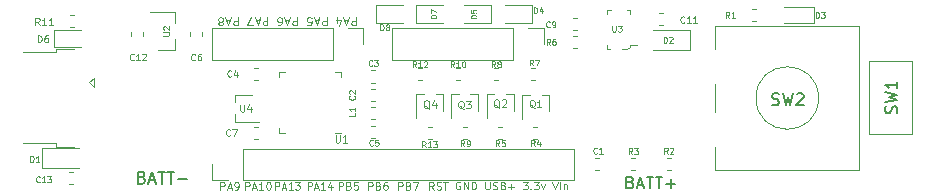
<source format=gto>
G04 #@! TF.GenerationSoftware,KiCad,Pcbnew,(5.1.5-0-10_14)*
G04 #@! TF.CreationDate,2020-01-18T17:03:48-08:00*
G04 #@! TF.ProjectId,10440,31303434-302e-46b6-9963-61645f706362,rev?*
G04 #@! TF.SameCoordinates,Original*
G04 #@! TF.FileFunction,Legend,Top*
G04 #@! TF.FilePolarity,Positive*
%FSLAX46Y46*%
G04 Gerber Fmt 4.6, Leading zero omitted, Abs format (unit mm)*
G04 Created by KiCad (PCBNEW (5.1.5-0-10_14)) date 2020-01-18 17:03:48*
%MOMM*%
%LPD*%
G04 APERTURE LIST*
%ADD10C,0.200000*%
%ADD11C,0.100000*%
%ADD12C,0.120000*%
%ADD13C,0.150000*%
%ADD14C,2.901600*%
%ADD15C,2.501600*%
%ADD16O,1.801600X1.801600*%
%ADD17R,1.801600X1.801600*%
%ADD18R,0.551600X0.801600*%
%ADD19R,1.190000X0.740000*%
%ADD20R,0.801600X0.551600*%
%ADD21R,1.001600X0.901600*%
%ADD22R,1.601600X2.101600*%
%ADD23R,1.751600X0.501600*%
%ADD24O,1.601600X1.201600*%
%ADD25O,1.801600X1.451600*%
%ADD26R,2.601600X4.501600*%
%ADD27R,1.701600X2.281600*%
%ADD28R,1.101600X1.101600*%
G04 APERTURE END LIST*
D10*
X109686904Y-107128571D02*
X109829761Y-107176190D01*
X109877380Y-107223809D01*
X109925000Y-107319047D01*
X109925000Y-107461904D01*
X109877380Y-107557142D01*
X109829761Y-107604761D01*
X109734523Y-107652380D01*
X109353571Y-107652380D01*
X109353571Y-106652380D01*
X109686904Y-106652380D01*
X109782142Y-106700000D01*
X109829761Y-106747619D01*
X109877380Y-106842857D01*
X109877380Y-106938095D01*
X109829761Y-107033333D01*
X109782142Y-107080952D01*
X109686904Y-107128571D01*
X109353571Y-107128571D01*
X110305952Y-107366666D02*
X110782142Y-107366666D01*
X110210714Y-107652380D02*
X110544047Y-106652380D01*
X110877380Y-107652380D01*
X111067857Y-106652380D02*
X111639285Y-106652380D01*
X111353571Y-107652380D02*
X111353571Y-106652380D01*
X111829761Y-106652380D02*
X112401190Y-106652380D01*
X112115476Y-107652380D02*
X112115476Y-106652380D01*
X112734523Y-107271428D02*
X113496428Y-107271428D01*
X113115476Y-107652380D02*
X113115476Y-106890476D01*
D11*
X93039047Y-107769047D02*
X92822380Y-107459523D01*
X92667619Y-107769047D02*
X92667619Y-107119047D01*
X92915238Y-107119047D01*
X92977142Y-107150000D01*
X93008095Y-107180952D01*
X93039047Y-107242857D01*
X93039047Y-107335714D01*
X93008095Y-107397619D01*
X92977142Y-107428571D01*
X92915238Y-107459523D01*
X92667619Y-107459523D01*
X93286666Y-107738095D02*
X93379523Y-107769047D01*
X93534285Y-107769047D01*
X93596190Y-107738095D01*
X93627142Y-107707142D01*
X93658095Y-107645238D01*
X93658095Y-107583333D01*
X93627142Y-107521428D01*
X93596190Y-107490476D01*
X93534285Y-107459523D01*
X93410476Y-107428571D01*
X93348571Y-107397619D01*
X93317619Y-107366666D01*
X93286666Y-107304761D01*
X93286666Y-107242857D01*
X93317619Y-107180952D01*
X93348571Y-107150000D01*
X93410476Y-107119047D01*
X93565238Y-107119047D01*
X93658095Y-107150000D01*
X93843809Y-107119047D02*
X94215238Y-107119047D01*
X94029523Y-107769047D02*
X94029523Y-107119047D01*
X90040238Y-107769047D02*
X90040238Y-107119047D01*
X90287857Y-107119047D01*
X90349761Y-107150000D01*
X90380714Y-107180952D01*
X90411666Y-107242857D01*
X90411666Y-107335714D01*
X90380714Y-107397619D01*
X90349761Y-107428571D01*
X90287857Y-107459523D01*
X90040238Y-107459523D01*
X90906904Y-107428571D02*
X90999761Y-107459523D01*
X91030714Y-107490476D01*
X91061666Y-107552380D01*
X91061666Y-107645238D01*
X91030714Y-107707142D01*
X90999761Y-107738095D01*
X90937857Y-107769047D01*
X90690238Y-107769047D01*
X90690238Y-107119047D01*
X90906904Y-107119047D01*
X90968809Y-107150000D01*
X90999761Y-107180952D01*
X91030714Y-107242857D01*
X91030714Y-107304761D01*
X90999761Y-107366666D01*
X90968809Y-107397619D01*
X90906904Y-107428571D01*
X90690238Y-107428571D01*
X91278333Y-107119047D02*
X91711666Y-107119047D01*
X91433095Y-107769047D01*
X87490238Y-107769047D02*
X87490238Y-107119047D01*
X87737857Y-107119047D01*
X87799761Y-107150000D01*
X87830714Y-107180952D01*
X87861666Y-107242857D01*
X87861666Y-107335714D01*
X87830714Y-107397619D01*
X87799761Y-107428571D01*
X87737857Y-107459523D01*
X87490238Y-107459523D01*
X88356904Y-107428571D02*
X88449761Y-107459523D01*
X88480714Y-107490476D01*
X88511666Y-107552380D01*
X88511666Y-107645238D01*
X88480714Y-107707142D01*
X88449761Y-107738095D01*
X88387857Y-107769047D01*
X88140238Y-107769047D01*
X88140238Y-107119047D01*
X88356904Y-107119047D01*
X88418809Y-107150000D01*
X88449761Y-107180952D01*
X88480714Y-107242857D01*
X88480714Y-107304761D01*
X88449761Y-107366666D01*
X88418809Y-107397619D01*
X88356904Y-107428571D01*
X88140238Y-107428571D01*
X89068809Y-107119047D02*
X88945000Y-107119047D01*
X88883095Y-107150000D01*
X88852142Y-107180952D01*
X88790238Y-107273809D01*
X88759285Y-107397619D01*
X88759285Y-107645238D01*
X88790238Y-107707142D01*
X88821190Y-107738095D01*
X88883095Y-107769047D01*
X89006904Y-107769047D01*
X89068809Y-107738095D01*
X89099761Y-107707142D01*
X89130714Y-107645238D01*
X89130714Y-107490476D01*
X89099761Y-107428571D01*
X89068809Y-107397619D01*
X89006904Y-107366666D01*
X88883095Y-107366666D01*
X88821190Y-107397619D01*
X88790238Y-107428571D01*
X88759285Y-107490476D01*
X84990238Y-107769047D02*
X84990238Y-107119047D01*
X85237857Y-107119047D01*
X85299761Y-107150000D01*
X85330714Y-107180952D01*
X85361666Y-107242857D01*
X85361666Y-107335714D01*
X85330714Y-107397619D01*
X85299761Y-107428571D01*
X85237857Y-107459523D01*
X84990238Y-107459523D01*
X85856904Y-107428571D02*
X85949761Y-107459523D01*
X85980714Y-107490476D01*
X86011666Y-107552380D01*
X86011666Y-107645238D01*
X85980714Y-107707142D01*
X85949761Y-107738095D01*
X85887857Y-107769047D01*
X85640238Y-107769047D01*
X85640238Y-107119047D01*
X85856904Y-107119047D01*
X85918809Y-107150000D01*
X85949761Y-107180952D01*
X85980714Y-107242857D01*
X85980714Y-107304761D01*
X85949761Y-107366666D01*
X85918809Y-107397619D01*
X85856904Y-107428571D01*
X85640238Y-107428571D01*
X86599761Y-107119047D02*
X86290238Y-107119047D01*
X86259285Y-107428571D01*
X86290238Y-107397619D01*
X86352142Y-107366666D01*
X86506904Y-107366666D01*
X86568809Y-107397619D01*
X86599761Y-107428571D01*
X86630714Y-107490476D01*
X86630714Y-107645238D01*
X86599761Y-107707142D01*
X86568809Y-107738095D01*
X86506904Y-107769047D01*
X86352142Y-107769047D01*
X86290238Y-107738095D01*
X86259285Y-107707142D01*
X82376428Y-107769047D02*
X82376428Y-107119047D01*
X82612619Y-107119047D01*
X82671666Y-107150000D01*
X82701190Y-107180952D01*
X82730714Y-107242857D01*
X82730714Y-107335714D01*
X82701190Y-107397619D01*
X82671666Y-107428571D01*
X82612619Y-107459523D01*
X82376428Y-107459523D01*
X82966904Y-107583333D02*
X83262142Y-107583333D01*
X82907857Y-107769047D02*
X83114523Y-107119047D01*
X83321190Y-107769047D01*
X83852619Y-107769047D02*
X83498333Y-107769047D01*
X83675476Y-107769047D02*
X83675476Y-107119047D01*
X83616428Y-107211904D01*
X83557380Y-107273809D01*
X83498333Y-107304761D01*
X84384047Y-107335714D02*
X84384047Y-107769047D01*
X84236428Y-107088095D02*
X84088809Y-107552380D01*
X84472619Y-107552380D01*
X79626428Y-107769047D02*
X79626428Y-107119047D01*
X79862619Y-107119047D01*
X79921666Y-107150000D01*
X79951190Y-107180952D01*
X79980714Y-107242857D01*
X79980714Y-107335714D01*
X79951190Y-107397619D01*
X79921666Y-107428571D01*
X79862619Y-107459523D01*
X79626428Y-107459523D01*
X80216904Y-107583333D02*
X80512142Y-107583333D01*
X80157857Y-107769047D02*
X80364523Y-107119047D01*
X80571190Y-107769047D01*
X81102619Y-107769047D02*
X80748333Y-107769047D01*
X80925476Y-107769047D02*
X80925476Y-107119047D01*
X80866428Y-107211904D01*
X80807380Y-107273809D01*
X80748333Y-107304761D01*
X81309285Y-107119047D02*
X81693095Y-107119047D01*
X81486428Y-107366666D01*
X81575000Y-107366666D01*
X81634047Y-107397619D01*
X81663571Y-107428571D01*
X81693095Y-107490476D01*
X81693095Y-107645238D01*
X81663571Y-107707142D01*
X81634047Y-107738095D01*
X81575000Y-107769047D01*
X81397857Y-107769047D01*
X81338809Y-107738095D01*
X81309285Y-107707142D01*
X77077142Y-107769047D02*
X77077142Y-107119047D01*
X77324761Y-107119047D01*
X77386666Y-107150000D01*
X77417619Y-107180952D01*
X77448571Y-107242857D01*
X77448571Y-107335714D01*
X77417619Y-107397619D01*
X77386666Y-107428571D01*
X77324761Y-107459523D01*
X77077142Y-107459523D01*
X77696190Y-107583333D02*
X78005714Y-107583333D01*
X77634285Y-107769047D02*
X77850952Y-107119047D01*
X78067619Y-107769047D01*
X78624761Y-107769047D02*
X78253333Y-107769047D01*
X78439047Y-107769047D02*
X78439047Y-107119047D01*
X78377142Y-107211904D01*
X78315238Y-107273809D01*
X78253333Y-107304761D01*
X79027142Y-107119047D02*
X79089047Y-107119047D01*
X79150952Y-107150000D01*
X79181904Y-107180952D01*
X79212857Y-107242857D01*
X79243809Y-107366666D01*
X79243809Y-107521428D01*
X79212857Y-107645238D01*
X79181904Y-107707142D01*
X79150952Y-107738095D01*
X79089047Y-107769047D01*
X79027142Y-107769047D01*
X78965238Y-107738095D01*
X78934285Y-107707142D01*
X78903333Y-107645238D01*
X78872380Y-107521428D01*
X78872380Y-107366666D01*
X78903333Y-107242857D01*
X78934285Y-107180952D01*
X78965238Y-107150000D01*
X79027142Y-107119047D01*
D10*
X68336904Y-106728571D02*
X68479761Y-106776190D01*
X68527380Y-106823809D01*
X68575000Y-106919047D01*
X68575000Y-107061904D01*
X68527380Y-107157142D01*
X68479761Y-107204761D01*
X68384523Y-107252380D01*
X68003571Y-107252380D01*
X68003571Y-106252380D01*
X68336904Y-106252380D01*
X68432142Y-106300000D01*
X68479761Y-106347619D01*
X68527380Y-106442857D01*
X68527380Y-106538095D01*
X68479761Y-106633333D01*
X68432142Y-106680952D01*
X68336904Y-106728571D01*
X68003571Y-106728571D01*
X68955952Y-106966666D02*
X69432142Y-106966666D01*
X68860714Y-107252380D02*
X69194047Y-106252380D01*
X69527380Y-107252380D01*
X69717857Y-106252380D02*
X70289285Y-106252380D01*
X70003571Y-107252380D02*
X70003571Y-106252380D01*
X70479761Y-106252380D02*
X71051190Y-106252380D01*
X70765476Y-107252380D02*
X70765476Y-106252380D01*
X71384523Y-106871428D02*
X72146428Y-106871428D01*
D11*
X95260238Y-107140000D02*
X95198333Y-107110476D01*
X95105476Y-107110476D01*
X95012619Y-107140000D01*
X94950714Y-107199047D01*
X94919761Y-107258095D01*
X94888809Y-107376190D01*
X94888809Y-107464761D01*
X94919761Y-107582857D01*
X94950714Y-107641904D01*
X95012619Y-107700952D01*
X95105476Y-107730476D01*
X95167380Y-107730476D01*
X95260238Y-107700952D01*
X95291190Y-107671428D01*
X95291190Y-107464761D01*
X95167380Y-107464761D01*
X95569761Y-107730476D02*
X95569761Y-107110476D01*
X95941190Y-107730476D01*
X95941190Y-107110476D01*
X96250714Y-107730476D02*
X96250714Y-107110476D01*
X96405476Y-107110476D01*
X96498333Y-107140000D01*
X96560238Y-107199047D01*
X96591190Y-107258095D01*
X96622142Y-107376190D01*
X96622142Y-107464761D01*
X96591190Y-107582857D01*
X96560238Y-107641904D01*
X96498333Y-107700952D01*
X96405476Y-107730476D01*
X96250714Y-107730476D01*
X97395952Y-107110476D02*
X97395952Y-107612380D01*
X97426904Y-107671428D01*
X97457857Y-107700952D01*
X97519761Y-107730476D01*
X97643571Y-107730476D01*
X97705476Y-107700952D01*
X97736428Y-107671428D01*
X97767380Y-107612380D01*
X97767380Y-107110476D01*
X98045952Y-107700952D02*
X98138809Y-107730476D01*
X98293571Y-107730476D01*
X98355476Y-107700952D01*
X98386428Y-107671428D01*
X98417380Y-107612380D01*
X98417380Y-107553333D01*
X98386428Y-107494285D01*
X98355476Y-107464761D01*
X98293571Y-107435238D01*
X98169761Y-107405714D01*
X98107857Y-107376190D01*
X98076904Y-107346666D01*
X98045952Y-107287619D01*
X98045952Y-107228571D01*
X98076904Y-107169523D01*
X98107857Y-107140000D01*
X98169761Y-107110476D01*
X98324523Y-107110476D01*
X98417380Y-107140000D01*
X98912619Y-107405714D02*
X99005476Y-107435238D01*
X99036428Y-107464761D01*
X99067380Y-107523809D01*
X99067380Y-107612380D01*
X99036428Y-107671428D01*
X99005476Y-107700952D01*
X98943571Y-107730476D01*
X98695952Y-107730476D01*
X98695952Y-107110476D01*
X98912619Y-107110476D01*
X98974523Y-107140000D01*
X99005476Y-107169523D01*
X99036428Y-107228571D01*
X99036428Y-107287619D01*
X99005476Y-107346666D01*
X98974523Y-107376190D01*
X98912619Y-107405714D01*
X98695952Y-107405714D01*
X99345952Y-107494285D02*
X99841190Y-107494285D01*
X99593571Y-107730476D02*
X99593571Y-107258095D01*
X100584047Y-107110476D02*
X100986428Y-107110476D01*
X100769761Y-107346666D01*
X100862619Y-107346666D01*
X100924523Y-107376190D01*
X100955476Y-107405714D01*
X100986428Y-107464761D01*
X100986428Y-107612380D01*
X100955476Y-107671428D01*
X100924523Y-107700952D01*
X100862619Y-107730476D01*
X100676904Y-107730476D01*
X100615000Y-107700952D01*
X100584047Y-107671428D01*
X101265000Y-107671428D02*
X101295952Y-107700952D01*
X101265000Y-107730476D01*
X101234047Y-107700952D01*
X101265000Y-107671428D01*
X101265000Y-107730476D01*
X101512619Y-107110476D02*
X101915000Y-107110476D01*
X101698333Y-107346666D01*
X101791190Y-107346666D01*
X101853095Y-107376190D01*
X101884047Y-107405714D01*
X101915000Y-107464761D01*
X101915000Y-107612380D01*
X101884047Y-107671428D01*
X101853095Y-107700952D01*
X101791190Y-107730476D01*
X101605476Y-107730476D01*
X101543571Y-107700952D01*
X101512619Y-107671428D01*
X102131666Y-107317142D02*
X102286428Y-107730476D01*
X102441190Y-107317142D01*
X103091190Y-107110476D02*
X103307857Y-107730476D01*
X103524523Y-107110476D01*
X103741190Y-107730476D02*
X103741190Y-107317142D01*
X103741190Y-107110476D02*
X103710238Y-107140000D01*
X103741190Y-107169523D01*
X103772142Y-107140000D01*
X103741190Y-107110476D01*
X103741190Y-107169523D01*
X104050714Y-107317142D02*
X104050714Y-107730476D01*
X104050714Y-107376190D02*
X104081666Y-107346666D01*
X104143571Y-107317142D01*
X104236428Y-107317142D01*
X104298333Y-107346666D01*
X104329285Y-107405714D01*
X104329285Y-107730476D01*
X86466666Y-93180952D02*
X86466666Y-93830952D01*
X86200000Y-93830952D01*
X86133333Y-93800000D01*
X86100000Y-93769047D01*
X86066666Y-93707142D01*
X86066666Y-93614285D01*
X86100000Y-93552380D01*
X86133333Y-93521428D01*
X86200000Y-93490476D01*
X86466666Y-93490476D01*
X85800000Y-93366666D02*
X85466666Y-93366666D01*
X85866666Y-93180952D02*
X85633333Y-93830952D01*
X85400000Y-93180952D01*
X84866666Y-93614285D02*
X84866666Y-93180952D01*
X85033333Y-93861904D02*
X85200000Y-93397619D01*
X84766666Y-93397619D01*
X83966666Y-93180952D02*
X83966666Y-93830952D01*
X83700000Y-93830952D01*
X83633333Y-93800000D01*
X83600000Y-93769047D01*
X83566666Y-93707142D01*
X83566666Y-93614285D01*
X83600000Y-93552380D01*
X83633333Y-93521428D01*
X83700000Y-93490476D01*
X83966666Y-93490476D01*
X83300000Y-93366666D02*
X82966666Y-93366666D01*
X83366666Y-93180952D02*
X83133333Y-93830952D01*
X82900000Y-93180952D01*
X82333333Y-93830952D02*
X82666666Y-93830952D01*
X82700000Y-93521428D01*
X82666666Y-93552380D01*
X82600000Y-93583333D01*
X82433333Y-93583333D01*
X82366666Y-93552380D01*
X82333333Y-93521428D01*
X82300000Y-93459523D01*
X82300000Y-93304761D01*
X82333333Y-93242857D01*
X82366666Y-93211904D01*
X82433333Y-93180952D01*
X82600000Y-93180952D01*
X82666666Y-93211904D01*
X82700000Y-93242857D01*
X81466666Y-93180952D02*
X81466666Y-93830952D01*
X81200000Y-93830952D01*
X81133333Y-93800000D01*
X81100000Y-93769047D01*
X81066666Y-93707142D01*
X81066666Y-93614285D01*
X81100000Y-93552380D01*
X81133333Y-93521428D01*
X81200000Y-93490476D01*
X81466666Y-93490476D01*
X80800000Y-93366666D02*
X80466666Y-93366666D01*
X80866666Y-93180952D02*
X80633333Y-93830952D01*
X80400000Y-93180952D01*
X79866666Y-93830952D02*
X80000000Y-93830952D01*
X80066666Y-93800000D01*
X80100000Y-93769047D01*
X80166666Y-93676190D01*
X80200000Y-93552380D01*
X80200000Y-93304761D01*
X80166666Y-93242857D01*
X80133333Y-93211904D01*
X80066666Y-93180952D01*
X79933333Y-93180952D01*
X79866666Y-93211904D01*
X79833333Y-93242857D01*
X79800000Y-93304761D01*
X79800000Y-93459523D01*
X79833333Y-93521428D01*
X79866666Y-93552380D01*
X79933333Y-93583333D01*
X80066666Y-93583333D01*
X80133333Y-93552380D01*
X80166666Y-93521428D01*
X80200000Y-93459523D01*
X78966666Y-93180952D02*
X78966666Y-93830952D01*
X78700000Y-93830952D01*
X78633333Y-93800000D01*
X78600000Y-93769047D01*
X78566666Y-93707142D01*
X78566666Y-93614285D01*
X78600000Y-93552380D01*
X78633333Y-93521428D01*
X78700000Y-93490476D01*
X78966666Y-93490476D01*
X78300000Y-93366666D02*
X77966666Y-93366666D01*
X78366666Y-93180952D02*
X78133333Y-93830952D01*
X77900000Y-93180952D01*
X77733333Y-93830952D02*
X77266666Y-93830952D01*
X77566666Y-93180952D01*
X76466666Y-93180952D02*
X76466666Y-93830952D01*
X76200000Y-93830952D01*
X76133333Y-93800000D01*
X76100000Y-93769047D01*
X76066666Y-93707142D01*
X76066666Y-93614285D01*
X76100000Y-93552380D01*
X76133333Y-93521428D01*
X76200000Y-93490476D01*
X76466666Y-93490476D01*
X75800000Y-93366666D02*
X75466666Y-93366666D01*
X75866666Y-93180952D02*
X75633333Y-93830952D01*
X75400000Y-93180952D01*
X75066666Y-93552380D02*
X75133333Y-93583333D01*
X75166666Y-93614285D01*
X75200000Y-93676190D01*
X75200000Y-93707142D01*
X75166666Y-93769047D01*
X75133333Y-93800000D01*
X75066666Y-93830952D01*
X74933333Y-93830952D01*
X74866666Y-93800000D01*
X74833333Y-93769047D01*
X74800000Y-93707142D01*
X74800000Y-93676190D01*
X74833333Y-93614285D01*
X74866666Y-93583333D01*
X74933333Y-93552380D01*
X75066666Y-93552380D01*
X75133333Y-93521428D01*
X75166666Y-93490476D01*
X75200000Y-93428571D01*
X75200000Y-93304761D01*
X75166666Y-93242857D01*
X75133333Y-93211904D01*
X75066666Y-93180952D01*
X74933333Y-93180952D01*
X74866666Y-93211904D01*
X74833333Y-93242857D01*
X74800000Y-93304761D01*
X74800000Y-93428571D01*
X74833333Y-93490476D01*
X74866666Y-93521428D01*
X74933333Y-93552380D01*
X74986666Y-107769047D02*
X74986666Y-107119047D01*
X75234285Y-107119047D01*
X75296190Y-107150000D01*
X75327142Y-107180952D01*
X75358095Y-107242857D01*
X75358095Y-107335714D01*
X75327142Y-107397619D01*
X75296190Y-107428571D01*
X75234285Y-107459523D01*
X74986666Y-107459523D01*
X75605714Y-107583333D02*
X75915238Y-107583333D01*
X75543809Y-107769047D02*
X75760476Y-107119047D01*
X75977142Y-107769047D01*
X76224761Y-107769047D02*
X76348571Y-107769047D01*
X76410476Y-107738095D01*
X76441428Y-107707142D01*
X76503333Y-107614285D01*
X76534285Y-107490476D01*
X76534285Y-107242857D01*
X76503333Y-107180952D01*
X76472380Y-107150000D01*
X76410476Y-107119047D01*
X76286666Y-107119047D01*
X76224761Y-107150000D01*
X76193809Y-107180952D01*
X76162857Y-107242857D01*
X76162857Y-107397619D01*
X76193809Y-107459523D01*
X76224761Y-107490476D01*
X76286666Y-107521428D01*
X76410476Y-107521428D01*
X76472380Y-107490476D01*
X76503333Y-107459523D01*
X76534285Y-107397619D01*
D12*
X116875000Y-98810000D02*
X116875000Y-101190000D01*
X116875000Y-106100000D02*
X116875000Y-104110000D01*
X129075000Y-106100000D02*
X116875000Y-106100000D01*
X129075000Y-93900000D02*
X129075000Y-106100000D01*
X116875000Y-93900000D02*
X129075000Y-93900000D01*
X116875000Y-95890000D02*
X116875000Y-93900000D01*
X125625000Y-100000000D02*
G75*
G03X125625000Y-100000000I-2650000J0D01*
G01*
X102340000Y-94105000D02*
X102340000Y-95435000D01*
X101010000Y-94105000D02*
X102340000Y-94105000D01*
X99740000Y-94105000D02*
X99740000Y-96765000D01*
X99740000Y-96765000D02*
X89520000Y-96765000D01*
X99740000Y-94105000D02*
X89520000Y-94105000D01*
X89520000Y-94105000D02*
X89520000Y-96765000D01*
X87080000Y-94115000D02*
X87080000Y-95445000D01*
X85750000Y-94115000D02*
X87080000Y-94115000D01*
X84480000Y-94115000D02*
X84480000Y-96775000D01*
X84480000Y-96775000D02*
X74260000Y-96775000D01*
X84480000Y-94115000D02*
X74260000Y-94115000D01*
X74260000Y-94115000D02*
X74260000Y-96775000D01*
X93860000Y-101105000D02*
X93860000Y-99695000D01*
X91540000Y-99695000D02*
X91540000Y-101725000D01*
X91540000Y-99695000D02*
X92200000Y-99695000D01*
X93200000Y-99695000D02*
X93860000Y-99695000D01*
X96810000Y-101105000D02*
X96810000Y-99695000D01*
X94490000Y-99695000D02*
X94490000Y-101725000D01*
X94490000Y-99695000D02*
X95150000Y-99695000D01*
X96150000Y-99695000D02*
X96810000Y-99695000D01*
X99835000Y-101105000D02*
X99835000Y-99695000D01*
X97515000Y-99695000D02*
X97515000Y-101725000D01*
X97515000Y-99695000D02*
X98175000Y-99695000D01*
X99175000Y-99695000D02*
X99835000Y-99695000D01*
X102835000Y-101130000D02*
X102835000Y-99720000D01*
X100515000Y-99720000D02*
X100515000Y-101750000D01*
X100515000Y-99720000D02*
X101175000Y-99720000D01*
X102175000Y-99720000D02*
X102835000Y-99720000D01*
X74290000Y-106940000D02*
X74290000Y-105610000D01*
X75620000Y-106940000D02*
X74290000Y-106940000D01*
X76890000Y-106940000D02*
X76890000Y-104280000D01*
X76890000Y-104280000D02*
X104890000Y-104280000D01*
X76890000Y-106940000D02*
X104890000Y-106940000D01*
X104890000Y-106940000D02*
X104890000Y-104280000D01*
D11*
X107695000Y-95550000D02*
X107695000Y-95875000D01*
X107695000Y-95875000D02*
X107995000Y-95875000D01*
X109695000Y-92900000D02*
X109695000Y-92575000D01*
X109695000Y-92575000D02*
X109395000Y-92575000D01*
X107695000Y-92875000D02*
X107695000Y-92575000D01*
X107695000Y-92575000D02*
X108020000Y-92575000D01*
X109370000Y-95875000D02*
X109695000Y-95650000D01*
X109695000Y-95650000D02*
X109695000Y-95550000D01*
X109695000Y-95550000D02*
X110220000Y-95550000D01*
X109370000Y-95875000D02*
X108995000Y-95875000D01*
D12*
X80455000Y-102985000D02*
X79980000Y-102985000D01*
X79980000Y-102985000D02*
X79980000Y-102510000D01*
X84725000Y-97765000D02*
X85200000Y-97765000D01*
X85200000Y-97765000D02*
X85200000Y-98240000D01*
X80455000Y-97765000D02*
X79980000Y-97765000D01*
X79980000Y-97765000D02*
X79980000Y-98240000D01*
X84725000Y-102985000D02*
X85200000Y-102985000D01*
X105137779Y-94785000D02*
X104812221Y-94785000D01*
X105137779Y-95805000D02*
X104812221Y-95805000D01*
X60915000Y-95685000D02*
X63200000Y-95685000D01*
X60915000Y-94215000D02*
X60915000Y-95685000D01*
X63200000Y-94215000D02*
X60915000Y-94215000D01*
X62237221Y-93985000D02*
X62562779Y-93985000D01*
X62237221Y-92965000D02*
X62562779Y-92965000D01*
X112137221Y-92840000D02*
X112462779Y-92840000D01*
X112137221Y-93860000D02*
X112462779Y-93860000D01*
X105137779Y-94280000D02*
X104812221Y-94280000D01*
X105137779Y-93260000D02*
X104812221Y-93260000D01*
X76220000Y-100375000D02*
X76220000Y-99715000D01*
X76220000Y-102035000D02*
X76220000Y-101375000D01*
X76220000Y-102035000D02*
X78250000Y-102035000D01*
X77630000Y-99715000D02*
X76220000Y-99715000D01*
X62487779Y-106290000D02*
X62162221Y-106290000D01*
X62487779Y-107310000D02*
X62162221Y-107310000D01*
X68465000Y-94762779D02*
X68465000Y-94437221D01*
X67445000Y-94762779D02*
X67445000Y-94437221D01*
X72365000Y-94437221D02*
X72365000Y-94762779D01*
X73385000Y-94437221D02*
X73385000Y-94762779D01*
X78132779Y-97490000D02*
X77807221Y-97490000D01*
X78132779Y-98510000D02*
X77807221Y-98510000D01*
X78132779Y-103435000D02*
X77807221Y-103435000D01*
X78132779Y-102415000D02*
X77807221Y-102415000D01*
X71175000Y-95910000D02*
X71175000Y-94980000D01*
X71175000Y-92750000D02*
X71175000Y-93680000D01*
X71175000Y-92750000D02*
X69015000Y-92750000D01*
X71175000Y-95910000D02*
X69715000Y-95910000D01*
X61065000Y-95825000D02*
X62615000Y-95825000D01*
X61065000Y-95825000D02*
X61065000Y-96125000D01*
X58265000Y-96125000D02*
X61065000Y-96125000D01*
X61065000Y-104125000D02*
X62615000Y-104125000D01*
X61065000Y-103825000D02*
X61065000Y-104125000D01*
X58265000Y-103825000D02*
X61065000Y-103825000D01*
X64315000Y-99075000D02*
X63865000Y-98675000D01*
X64315000Y-98275000D02*
X64315000Y-99075000D01*
X63865000Y-98675000D02*
X64315000Y-98275000D01*
X129915000Y-96890000D02*
X133535000Y-96890000D01*
X129915000Y-103010000D02*
X129915000Y-96890000D01*
X133535000Y-103010000D02*
X129915000Y-103010000D01*
X133535000Y-96890000D02*
X133535000Y-103010000D01*
X59900000Y-104250000D02*
X63050000Y-104250000D01*
X59900000Y-105950000D02*
X63050000Y-105950000D01*
X59900000Y-104250000D02*
X59900000Y-105950000D01*
X114725000Y-95925000D02*
X114725000Y-94225000D01*
X114725000Y-94225000D02*
X111575000Y-94225000D01*
X114725000Y-95925000D02*
X111575000Y-95925000D01*
X90405000Y-92155000D02*
X88120000Y-92155000D01*
X88120000Y-92155000D02*
X88120000Y-93625000D01*
X88120000Y-93625000D02*
X90405000Y-93625000D01*
X91520000Y-93625000D02*
X93805000Y-93625000D01*
X91520000Y-92155000D02*
X91520000Y-93625000D01*
X93805000Y-92155000D02*
X91520000Y-92155000D01*
X95605000Y-93625000D02*
X97890000Y-93625000D01*
X97890000Y-93625000D02*
X97890000Y-92155000D01*
X97890000Y-92155000D02*
X95605000Y-92155000D01*
X99045000Y-93625000D02*
X101330000Y-93625000D01*
X101330000Y-93625000D02*
X101330000Y-92155000D01*
X101330000Y-92155000D02*
X99045000Y-92155000D01*
X87772221Y-100775000D02*
X88097779Y-100775000D01*
X87772221Y-101795000D02*
X88097779Y-101795000D01*
X120337779Y-92490000D02*
X120012221Y-92490000D01*
X120337779Y-93510000D02*
X120012221Y-93510000D01*
X112782221Y-105090000D02*
X113107779Y-105090000D01*
X112782221Y-106110000D02*
X113107779Y-106110000D01*
X110057779Y-105090000D02*
X109732221Y-105090000D01*
X110057779Y-106110000D02*
X109732221Y-106110000D01*
X101487221Y-103435000D02*
X101812779Y-103435000D01*
X101487221Y-102415000D02*
X101812779Y-102415000D01*
X98512221Y-103435000D02*
X98837779Y-103435000D01*
X98512221Y-102415000D02*
X98837779Y-102415000D01*
X101637779Y-97480000D02*
X101312221Y-97480000D01*
X101637779Y-98500000D02*
X101312221Y-98500000D01*
X98467779Y-97480000D02*
X98142221Y-97480000D01*
X98467779Y-98500000D02*
X98142221Y-98500000D01*
X95512221Y-103435000D02*
X95837779Y-103435000D01*
X95512221Y-102415000D02*
X95837779Y-102415000D01*
X94962221Y-98505000D02*
X95287779Y-98505000D01*
X94962221Y-97485000D02*
X95287779Y-97485000D01*
X91712221Y-98505000D02*
X92037779Y-98505000D01*
X91712221Y-97485000D02*
X92037779Y-97485000D01*
X92537221Y-103435000D02*
X92862779Y-103435000D01*
X92537221Y-102415000D02*
X92862779Y-102415000D01*
X107062779Y-106110000D02*
X106737221Y-106110000D01*
X107062779Y-105090000D02*
X106737221Y-105090000D01*
X87772221Y-99225000D02*
X88097779Y-99225000D01*
X87772221Y-100245000D02*
X88097779Y-100245000D01*
X87772221Y-97670000D02*
X88097779Y-97670000D01*
X87772221Y-98690000D02*
X88097779Y-98690000D01*
X87772221Y-103370000D02*
X88097779Y-103370000D01*
X87772221Y-102350000D02*
X88097779Y-102350000D01*
X125210000Y-92290000D02*
X122725000Y-92290000D01*
X125210000Y-93660000D02*
X125210000Y-92290000D01*
X122725000Y-93660000D02*
X125210000Y-93660000D01*
D13*
X121691666Y-100554761D02*
X121834523Y-100602380D01*
X122072619Y-100602380D01*
X122167857Y-100554761D01*
X122215476Y-100507142D01*
X122263095Y-100411904D01*
X122263095Y-100316666D01*
X122215476Y-100221428D01*
X122167857Y-100173809D01*
X122072619Y-100126190D01*
X121882142Y-100078571D01*
X121786904Y-100030952D01*
X121739285Y-99983333D01*
X121691666Y-99888095D01*
X121691666Y-99792857D01*
X121739285Y-99697619D01*
X121786904Y-99650000D01*
X121882142Y-99602380D01*
X122120238Y-99602380D01*
X122263095Y-99650000D01*
X122596428Y-99602380D02*
X122834523Y-100602380D01*
X123025000Y-99888095D01*
X123215476Y-100602380D01*
X123453571Y-99602380D01*
X123786904Y-99697619D02*
X123834523Y-99650000D01*
X123929761Y-99602380D01*
X124167857Y-99602380D01*
X124263095Y-99650000D01*
X124310714Y-99697619D01*
X124358333Y-99792857D01*
X124358333Y-99888095D01*
X124310714Y-100030952D01*
X123739285Y-100602380D01*
X124358333Y-100602380D01*
D11*
X92673095Y-100905952D02*
X92611190Y-100875000D01*
X92549285Y-100813095D01*
X92456428Y-100720238D01*
X92394523Y-100689285D01*
X92332619Y-100689285D01*
X92363571Y-100844047D02*
X92301666Y-100813095D01*
X92239761Y-100751190D01*
X92208809Y-100627380D01*
X92208809Y-100410714D01*
X92239761Y-100286904D01*
X92301666Y-100225000D01*
X92363571Y-100194047D01*
X92487380Y-100194047D01*
X92549285Y-100225000D01*
X92611190Y-100286904D01*
X92642142Y-100410714D01*
X92642142Y-100627380D01*
X92611190Y-100751190D01*
X92549285Y-100813095D01*
X92487380Y-100844047D01*
X92363571Y-100844047D01*
X93199285Y-100410714D02*
X93199285Y-100844047D01*
X93044523Y-100163095D02*
X92889761Y-100627380D01*
X93292142Y-100627380D01*
X95598095Y-100930952D02*
X95536190Y-100900000D01*
X95474285Y-100838095D01*
X95381428Y-100745238D01*
X95319523Y-100714285D01*
X95257619Y-100714285D01*
X95288571Y-100869047D02*
X95226666Y-100838095D01*
X95164761Y-100776190D01*
X95133809Y-100652380D01*
X95133809Y-100435714D01*
X95164761Y-100311904D01*
X95226666Y-100250000D01*
X95288571Y-100219047D01*
X95412380Y-100219047D01*
X95474285Y-100250000D01*
X95536190Y-100311904D01*
X95567142Y-100435714D01*
X95567142Y-100652380D01*
X95536190Y-100776190D01*
X95474285Y-100838095D01*
X95412380Y-100869047D01*
X95288571Y-100869047D01*
X95783809Y-100219047D02*
X96186190Y-100219047D01*
X95969523Y-100466666D01*
X96062380Y-100466666D01*
X96124285Y-100497619D01*
X96155238Y-100528571D01*
X96186190Y-100590476D01*
X96186190Y-100745238D01*
X96155238Y-100807142D01*
X96124285Y-100838095D01*
X96062380Y-100869047D01*
X95876666Y-100869047D01*
X95814761Y-100838095D01*
X95783809Y-100807142D01*
X98598095Y-100830952D02*
X98536190Y-100800000D01*
X98474285Y-100738095D01*
X98381428Y-100645238D01*
X98319523Y-100614285D01*
X98257619Y-100614285D01*
X98288571Y-100769047D02*
X98226666Y-100738095D01*
X98164761Y-100676190D01*
X98133809Y-100552380D01*
X98133809Y-100335714D01*
X98164761Y-100211904D01*
X98226666Y-100150000D01*
X98288571Y-100119047D01*
X98412380Y-100119047D01*
X98474285Y-100150000D01*
X98536190Y-100211904D01*
X98567142Y-100335714D01*
X98567142Y-100552380D01*
X98536190Y-100676190D01*
X98474285Y-100738095D01*
X98412380Y-100769047D01*
X98288571Y-100769047D01*
X98814761Y-100180952D02*
X98845714Y-100150000D01*
X98907619Y-100119047D01*
X99062380Y-100119047D01*
X99124285Y-100150000D01*
X99155238Y-100180952D01*
X99186190Y-100242857D01*
X99186190Y-100304761D01*
X99155238Y-100397619D01*
X98783809Y-100769047D01*
X99186190Y-100769047D01*
X101602857Y-100833571D02*
X101545714Y-100805000D01*
X101488571Y-100747857D01*
X101402857Y-100662142D01*
X101345714Y-100633571D01*
X101288571Y-100633571D01*
X101317142Y-100776428D02*
X101260000Y-100747857D01*
X101202857Y-100690714D01*
X101174285Y-100576428D01*
X101174285Y-100376428D01*
X101202857Y-100262142D01*
X101260000Y-100205000D01*
X101317142Y-100176428D01*
X101431428Y-100176428D01*
X101488571Y-100205000D01*
X101545714Y-100262142D01*
X101574285Y-100376428D01*
X101574285Y-100576428D01*
X101545714Y-100690714D01*
X101488571Y-100747857D01*
X101431428Y-100776428D01*
X101317142Y-100776428D01*
X102145714Y-100776428D02*
X101802857Y-100776428D01*
X101974285Y-100776428D02*
X101974285Y-100176428D01*
X101917142Y-100262142D01*
X101860000Y-100319285D01*
X101802857Y-100347857D01*
X108164047Y-93876190D02*
X108164047Y-94280952D01*
X108187857Y-94328571D01*
X108211666Y-94352380D01*
X108259285Y-94376190D01*
X108354523Y-94376190D01*
X108402142Y-94352380D01*
X108425952Y-94328571D01*
X108449761Y-94280952D01*
X108449761Y-93876190D01*
X108640238Y-93876190D02*
X108949761Y-93876190D01*
X108783095Y-94066666D01*
X108854523Y-94066666D01*
X108902142Y-94090476D01*
X108925952Y-94114285D01*
X108949761Y-94161904D01*
X108949761Y-94280952D01*
X108925952Y-94328571D01*
X108902142Y-94352380D01*
X108854523Y-94376190D01*
X108711666Y-94376190D01*
X108664047Y-94352380D01*
X108640238Y-94328571D01*
X84732857Y-103171428D02*
X84732857Y-103657142D01*
X84761428Y-103714285D01*
X84790000Y-103742857D01*
X84847142Y-103771428D01*
X84961428Y-103771428D01*
X85018571Y-103742857D01*
X85047142Y-103714285D01*
X85075714Y-103657142D01*
X85075714Y-103171428D01*
X85675714Y-103771428D02*
X85332857Y-103771428D01*
X85504285Y-103771428D02*
X85504285Y-103171428D01*
X85447142Y-103257142D01*
X85390000Y-103314285D01*
X85332857Y-103342857D01*
X102891666Y-95501190D02*
X102725000Y-95263095D01*
X102605952Y-95501190D02*
X102605952Y-95001190D01*
X102796428Y-95001190D01*
X102844047Y-95025000D01*
X102867857Y-95048809D01*
X102891666Y-95096428D01*
X102891666Y-95167857D01*
X102867857Y-95215476D01*
X102844047Y-95239285D01*
X102796428Y-95263095D01*
X102605952Y-95263095D01*
X103320238Y-95001190D02*
X103225000Y-95001190D01*
X103177380Y-95025000D01*
X103153571Y-95048809D01*
X103105952Y-95120238D01*
X103082142Y-95215476D01*
X103082142Y-95405952D01*
X103105952Y-95453571D01*
X103129761Y-95477380D01*
X103177380Y-95501190D01*
X103272619Y-95501190D01*
X103320238Y-95477380D01*
X103344047Y-95453571D01*
X103367857Y-95405952D01*
X103367857Y-95286904D01*
X103344047Y-95239285D01*
X103320238Y-95215476D01*
X103272619Y-95191666D01*
X103177380Y-95191666D01*
X103129761Y-95215476D01*
X103105952Y-95239285D01*
X103082142Y-95286904D01*
X59507142Y-95296428D02*
X59507142Y-94696428D01*
X59650000Y-94696428D01*
X59735714Y-94725000D01*
X59792857Y-94782142D01*
X59821428Y-94839285D01*
X59850000Y-94953571D01*
X59850000Y-95039285D01*
X59821428Y-95153571D01*
X59792857Y-95210714D01*
X59735714Y-95267857D01*
X59650000Y-95296428D01*
X59507142Y-95296428D01*
X60364285Y-94696428D02*
X60250000Y-94696428D01*
X60192857Y-94725000D01*
X60164285Y-94753571D01*
X60107142Y-94839285D01*
X60078571Y-94953571D01*
X60078571Y-95182142D01*
X60107142Y-95239285D01*
X60135714Y-95267857D01*
X60192857Y-95296428D01*
X60307142Y-95296428D01*
X60364285Y-95267857D01*
X60392857Y-95239285D01*
X60421428Y-95182142D01*
X60421428Y-95039285D01*
X60392857Y-94982142D01*
X60364285Y-94953571D01*
X60307142Y-94925000D01*
X60192857Y-94925000D01*
X60135714Y-94953571D01*
X60107142Y-94982142D01*
X60078571Y-95039285D01*
X59664285Y-93821428D02*
X59464285Y-93535714D01*
X59321428Y-93821428D02*
X59321428Y-93221428D01*
X59550000Y-93221428D01*
X59607142Y-93250000D01*
X59635714Y-93278571D01*
X59664285Y-93335714D01*
X59664285Y-93421428D01*
X59635714Y-93478571D01*
X59607142Y-93507142D01*
X59550000Y-93535714D01*
X59321428Y-93535714D01*
X60235714Y-93821428D02*
X59892857Y-93821428D01*
X60064285Y-93821428D02*
X60064285Y-93221428D01*
X60007142Y-93307142D01*
X59950000Y-93364285D01*
X59892857Y-93392857D01*
X60807142Y-93821428D02*
X60464285Y-93821428D01*
X60635714Y-93821428D02*
X60635714Y-93221428D01*
X60578571Y-93307142D01*
X60521428Y-93364285D01*
X60464285Y-93392857D01*
X114271428Y-93596428D02*
X114245238Y-93622619D01*
X114166666Y-93648809D01*
X114114285Y-93648809D01*
X114035714Y-93622619D01*
X113983333Y-93570238D01*
X113957142Y-93517857D01*
X113930952Y-93413095D01*
X113930952Y-93334523D01*
X113957142Y-93229761D01*
X113983333Y-93177380D01*
X114035714Y-93125000D01*
X114114285Y-93098809D01*
X114166666Y-93098809D01*
X114245238Y-93125000D01*
X114271428Y-93151190D01*
X114795238Y-93648809D02*
X114480952Y-93648809D01*
X114638095Y-93648809D02*
X114638095Y-93098809D01*
X114585714Y-93177380D01*
X114533333Y-93229761D01*
X114480952Y-93255952D01*
X115319047Y-93648809D02*
X115004761Y-93648809D01*
X115161904Y-93648809D02*
X115161904Y-93098809D01*
X115109523Y-93177380D01*
X115057142Y-93229761D01*
X115004761Y-93255952D01*
X102866666Y-93953571D02*
X102842857Y-93977380D01*
X102771428Y-94001190D01*
X102723809Y-94001190D01*
X102652380Y-93977380D01*
X102604761Y-93929761D01*
X102580952Y-93882142D01*
X102557142Y-93786904D01*
X102557142Y-93715476D01*
X102580952Y-93620238D01*
X102604761Y-93572619D01*
X102652380Y-93525000D01*
X102723809Y-93501190D01*
X102771428Y-93501190D01*
X102842857Y-93525000D01*
X102866666Y-93548809D01*
X103104761Y-94001190D02*
X103200000Y-94001190D01*
X103247619Y-93977380D01*
X103271428Y-93953571D01*
X103319047Y-93882142D01*
X103342857Y-93786904D01*
X103342857Y-93596428D01*
X103319047Y-93548809D01*
X103295238Y-93525000D01*
X103247619Y-93501190D01*
X103152380Y-93501190D01*
X103104761Y-93525000D01*
X103080952Y-93548809D01*
X103057142Y-93596428D01*
X103057142Y-93715476D01*
X103080952Y-93763095D01*
X103104761Y-93786904D01*
X103152380Y-93810714D01*
X103247619Y-93810714D01*
X103295238Y-93786904D01*
X103319047Y-93763095D01*
X103342857Y-93715476D01*
X76672857Y-100571428D02*
X76672857Y-101057142D01*
X76701428Y-101114285D01*
X76730000Y-101142857D01*
X76787142Y-101171428D01*
X76901428Y-101171428D01*
X76958571Y-101142857D01*
X76987142Y-101114285D01*
X77015714Y-101057142D01*
X77015714Y-100571428D01*
X77558571Y-100771428D02*
X77558571Y-101171428D01*
X77415714Y-100542857D02*
X77272857Y-100971428D01*
X77644285Y-100971428D01*
X59678571Y-107078571D02*
X59654761Y-107102380D01*
X59583333Y-107126190D01*
X59535714Y-107126190D01*
X59464285Y-107102380D01*
X59416666Y-107054761D01*
X59392857Y-107007142D01*
X59369047Y-106911904D01*
X59369047Y-106840476D01*
X59392857Y-106745238D01*
X59416666Y-106697619D01*
X59464285Y-106650000D01*
X59535714Y-106626190D01*
X59583333Y-106626190D01*
X59654761Y-106650000D01*
X59678571Y-106673809D01*
X60154761Y-107126190D02*
X59869047Y-107126190D01*
X60011904Y-107126190D02*
X60011904Y-106626190D01*
X59964285Y-106697619D01*
X59916666Y-106745238D01*
X59869047Y-106769047D01*
X60321428Y-106626190D02*
X60630952Y-106626190D01*
X60464285Y-106816666D01*
X60535714Y-106816666D01*
X60583333Y-106840476D01*
X60607142Y-106864285D01*
X60630952Y-106911904D01*
X60630952Y-107030952D01*
X60607142Y-107078571D01*
X60583333Y-107102380D01*
X60535714Y-107126190D01*
X60392857Y-107126190D01*
X60345238Y-107102380D01*
X60321428Y-107078571D01*
X67626428Y-96746428D02*
X67600238Y-96772619D01*
X67521666Y-96798809D01*
X67469285Y-96798809D01*
X67390714Y-96772619D01*
X67338333Y-96720238D01*
X67312142Y-96667857D01*
X67285952Y-96563095D01*
X67285952Y-96484523D01*
X67312142Y-96379761D01*
X67338333Y-96327380D01*
X67390714Y-96275000D01*
X67469285Y-96248809D01*
X67521666Y-96248809D01*
X67600238Y-96275000D01*
X67626428Y-96301190D01*
X68150238Y-96798809D02*
X67835952Y-96798809D01*
X67993095Y-96798809D02*
X67993095Y-96248809D01*
X67940714Y-96327380D01*
X67888333Y-96379761D01*
X67835952Y-96405952D01*
X68359761Y-96301190D02*
X68385952Y-96275000D01*
X68438333Y-96248809D01*
X68569285Y-96248809D01*
X68621666Y-96275000D01*
X68647857Y-96301190D01*
X68674047Y-96353571D01*
X68674047Y-96405952D01*
X68647857Y-96484523D01*
X68333571Y-96798809D01*
X68674047Y-96798809D01*
X72833333Y-96771428D02*
X72807142Y-96797619D01*
X72728571Y-96823809D01*
X72676190Y-96823809D01*
X72597619Y-96797619D01*
X72545238Y-96745238D01*
X72519047Y-96692857D01*
X72492857Y-96588095D01*
X72492857Y-96509523D01*
X72519047Y-96404761D01*
X72545238Y-96352380D01*
X72597619Y-96300000D01*
X72676190Y-96273809D01*
X72728571Y-96273809D01*
X72807142Y-96300000D01*
X72833333Y-96326190D01*
X73304761Y-96273809D02*
X73200000Y-96273809D01*
X73147619Y-96300000D01*
X73121428Y-96326190D01*
X73069047Y-96404761D01*
X73042857Y-96509523D01*
X73042857Y-96719047D01*
X73069047Y-96771428D01*
X73095238Y-96797619D01*
X73147619Y-96823809D01*
X73252380Y-96823809D01*
X73304761Y-96797619D01*
X73330952Y-96771428D01*
X73357142Y-96719047D01*
X73357142Y-96588095D01*
X73330952Y-96535714D01*
X73304761Y-96509523D01*
X73252380Y-96483333D01*
X73147619Y-96483333D01*
X73095238Y-96509523D01*
X73069047Y-96535714D01*
X73042857Y-96588095D01*
X75903333Y-98146428D02*
X75877142Y-98172619D01*
X75798571Y-98198809D01*
X75746190Y-98198809D01*
X75667619Y-98172619D01*
X75615238Y-98120238D01*
X75589047Y-98067857D01*
X75562857Y-97963095D01*
X75562857Y-97884523D01*
X75589047Y-97779761D01*
X75615238Y-97727380D01*
X75667619Y-97675000D01*
X75746190Y-97648809D01*
X75798571Y-97648809D01*
X75877142Y-97675000D01*
X75903333Y-97701190D01*
X76374761Y-97832142D02*
X76374761Y-98198809D01*
X76243809Y-97622619D02*
X76112857Y-98015476D01*
X76453333Y-98015476D01*
X75803333Y-103146428D02*
X75777142Y-103172619D01*
X75698571Y-103198809D01*
X75646190Y-103198809D01*
X75567619Y-103172619D01*
X75515238Y-103120238D01*
X75489047Y-103067857D01*
X75462857Y-102963095D01*
X75462857Y-102884523D01*
X75489047Y-102779761D01*
X75515238Y-102727380D01*
X75567619Y-102675000D01*
X75646190Y-102648809D01*
X75698571Y-102648809D01*
X75777142Y-102675000D01*
X75803333Y-102701190D01*
X75986666Y-102648809D02*
X76353333Y-102648809D01*
X76117619Y-103198809D01*
X70141190Y-94710952D02*
X70545952Y-94710952D01*
X70593571Y-94687142D01*
X70617380Y-94663333D01*
X70641190Y-94615714D01*
X70641190Y-94520476D01*
X70617380Y-94472857D01*
X70593571Y-94449047D01*
X70545952Y-94425238D01*
X70141190Y-94425238D01*
X70188809Y-94210952D02*
X70165000Y-94187142D01*
X70141190Y-94139523D01*
X70141190Y-94020476D01*
X70165000Y-93972857D01*
X70188809Y-93949047D01*
X70236428Y-93925238D01*
X70284047Y-93925238D01*
X70355476Y-93949047D01*
X70641190Y-94234761D01*
X70641190Y-93925238D01*
D13*
X132229761Y-101283333D02*
X132277380Y-101140476D01*
X132277380Y-100902380D01*
X132229761Y-100807142D01*
X132182142Y-100759523D01*
X132086904Y-100711904D01*
X131991666Y-100711904D01*
X131896428Y-100759523D01*
X131848809Y-100807142D01*
X131801190Y-100902380D01*
X131753571Y-101092857D01*
X131705952Y-101188095D01*
X131658333Y-101235714D01*
X131563095Y-101283333D01*
X131467857Y-101283333D01*
X131372619Y-101235714D01*
X131325000Y-101188095D01*
X131277380Y-101092857D01*
X131277380Y-100854761D01*
X131325000Y-100711904D01*
X131277380Y-100378571D02*
X132277380Y-100140476D01*
X131563095Y-99950000D01*
X132277380Y-99759523D01*
X131277380Y-99521428D01*
X132277380Y-98616666D02*
X132277380Y-99188095D01*
X132277380Y-98902380D02*
X131277380Y-98902380D01*
X131420238Y-98997619D01*
X131515476Y-99092857D01*
X131563095Y-99188095D01*
D11*
X58880952Y-105401190D02*
X58880952Y-104901190D01*
X59000000Y-104901190D01*
X59071428Y-104925000D01*
X59119047Y-104972619D01*
X59142857Y-105020238D01*
X59166666Y-105115476D01*
X59166666Y-105186904D01*
X59142857Y-105282142D01*
X59119047Y-105329761D01*
X59071428Y-105377380D01*
X59000000Y-105401190D01*
X58880952Y-105401190D01*
X59642857Y-105401190D02*
X59357142Y-105401190D01*
X59500000Y-105401190D02*
X59500000Y-104901190D01*
X59452380Y-104972619D01*
X59404761Y-105020238D01*
X59357142Y-105044047D01*
X112505952Y-95326190D02*
X112505952Y-94826190D01*
X112625000Y-94826190D01*
X112696428Y-94850000D01*
X112744047Y-94897619D01*
X112767857Y-94945238D01*
X112791666Y-95040476D01*
X112791666Y-95111904D01*
X112767857Y-95207142D01*
X112744047Y-95254761D01*
X112696428Y-95302380D01*
X112625000Y-95326190D01*
X112505952Y-95326190D01*
X112982142Y-94873809D02*
X113005952Y-94850000D01*
X113053571Y-94826190D01*
X113172619Y-94826190D01*
X113220238Y-94850000D01*
X113244047Y-94873809D01*
X113267857Y-94921428D01*
X113267857Y-94969047D01*
X113244047Y-95040476D01*
X112958333Y-95326190D01*
X113267857Y-95326190D01*
X88525952Y-94276190D02*
X88525952Y-93776190D01*
X88645000Y-93776190D01*
X88716428Y-93800000D01*
X88764047Y-93847619D01*
X88787857Y-93895238D01*
X88811666Y-93990476D01*
X88811666Y-94061904D01*
X88787857Y-94157142D01*
X88764047Y-94204761D01*
X88716428Y-94252380D01*
X88645000Y-94276190D01*
X88525952Y-94276190D01*
X89097380Y-93990476D02*
X89049761Y-93966666D01*
X89025952Y-93942857D01*
X89002142Y-93895238D01*
X89002142Y-93871428D01*
X89025952Y-93823809D01*
X89049761Y-93800000D01*
X89097380Y-93776190D01*
X89192619Y-93776190D01*
X89240238Y-93800000D01*
X89264047Y-93823809D01*
X89287857Y-93871428D01*
X89287857Y-93895238D01*
X89264047Y-93942857D01*
X89240238Y-93966666D01*
X89192619Y-93990476D01*
X89097380Y-93990476D01*
X89049761Y-94014285D01*
X89025952Y-94038095D01*
X89002142Y-94085714D01*
X89002142Y-94180952D01*
X89025952Y-94228571D01*
X89049761Y-94252380D01*
X89097380Y-94276190D01*
X89192619Y-94276190D01*
X89240238Y-94252380D01*
X89264047Y-94228571D01*
X89287857Y-94180952D01*
X89287857Y-94085714D01*
X89264047Y-94038095D01*
X89240238Y-94014285D01*
X89192619Y-93990476D01*
X93271190Y-93269047D02*
X92771190Y-93269047D01*
X92771190Y-93150000D01*
X92795000Y-93078571D01*
X92842619Y-93030952D01*
X92890238Y-93007142D01*
X92985476Y-92983333D01*
X93056904Y-92983333D01*
X93152142Y-93007142D01*
X93199761Y-93030952D01*
X93247380Y-93078571D01*
X93271190Y-93150000D01*
X93271190Y-93269047D01*
X92771190Y-92816666D02*
X92771190Y-92483333D01*
X93271190Y-92697619D01*
X96671190Y-93269047D02*
X96171190Y-93269047D01*
X96171190Y-93150000D01*
X96195000Y-93078571D01*
X96242619Y-93030952D01*
X96290238Y-93007142D01*
X96385476Y-92983333D01*
X96456904Y-92983333D01*
X96552142Y-93007142D01*
X96599761Y-93030952D01*
X96647380Y-93078571D01*
X96671190Y-93150000D01*
X96671190Y-93269047D01*
X96171190Y-92530952D02*
X96171190Y-92769047D01*
X96409285Y-92792857D01*
X96385476Y-92769047D01*
X96361666Y-92721428D01*
X96361666Y-92602380D01*
X96385476Y-92554761D01*
X96409285Y-92530952D01*
X96456904Y-92507142D01*
X96575952Y-92507142D01*
X96623571Y-92530952D01*
X96647380Y-92554761D01*
X96671190Y-92602380D01*
X96671190Y-92721428D01*
X96647380Y-92769047D01*
X96623571Y-92792857D01*
X101530952Y-92826190D02*
X101530952Y-92326190D01*
X101650000Y-92326190D01*
X101721428Y-92350000D01*
X101769047Y-92397619D01*
X101792857Y-92445238D01*
X101816666Y-92540476D01*
X101816666Y-92611904D01*
X101792857Y-92707142D01*
X101769047Y-92754761D01*
X101721428Y-92802380D01*
X101650000Y-92826190D01*
X101530952Y-92826190D01*
X102245238Y-92492857D02*
X102245238Y-92826190D01*
X102126190Y-92302380D02*
X102007142Y-92659523D01*
X102316666Y-92659523D01*
X86356190Y-101248333D02*
X86356190Y-101486428D01*
X85856190Y-101486428D01*
X86356190Y-100819761D02*
X86356190Y-101105476D01*
X86356190Y-100962619D02*
X85856190Y-100962619D01*
X85927619Y-101010238D01*
X85975238Y-101057857D01*
X85999047Y-101105476D01*
X118066666Y-93201190D02*
X117900000Y-92963095D01*
X117780952Y-93201190D02*
X117780952Y-92701190D01*
X117971428Y-92701190D01*
X118019047Y-92725000D01*
X118042857Y-92748809D01*
X118066666Y-92796428D01*
X118066666Y-92867857D01*
X118042857Y-92915476D01*
X118019047Y-92939285D01*
X117971428Y-92963095D01*
X117780952Y-92963095D01*
X118542857Y-93201190D02*
X118257142Y-93201190D01*
X118400000Y-93201190D02*
X118400000Y-92701190D01*
X118352380Y-92772619D01*
X118304761Y-92820238D01*
X118257142Y-92844047D01*
X112861666Y-104701190D02*
X112695000Y-104463095D01*
X112575952Y-104701190D02*
X112575952Y-104201190D01*
X112766428Y-104201190D01*
X112814047Y-104225000D01*
X112837857Y-104248809D01*
X112861666Y-104296428D01*
X112861666Y-104367857D01*
X112837857Y-104415476D01*
X112814047Y-104439285D01*
X112766428Y-104463095D01*
X112575952Y-104463095D01*
X113052142Y-104248809D02*
X113075952Y-104225000D01*
X113123571Y-104201190D01*
X113242619Y-104201190D01*
X113290238Y-104225000D01*
X113314047Y-104248809D01*
X113337857Y-104296428D01*
X113337857Y-104344047D01*
X113314047Y-104415476D01*
X113028333Y-104701190D01*
X113337857Y-104701190D01*
X109861666Y-104751190D02*
X109695000Y-104513095D01*
X109575952Y-104751190D02*
X109575952Y-104251190D01*
X109766428Y-104251190D01*
X109814047Y-104275000D01*
X109837857Y-104298809D01*
X109861666Y-104346428D01*
X109861666Y-104417857D01*
X109837857Y-104465476D01*
X109814047Y-104489285D01*
X109766428Y-104513095D01*
X109575952Y-104513095D01*
X110028333Y-104251190D02*
X110337857Y-104251190D01*
X110171190Y-104441666D01*
X110242619Y-104441666D01*
X110290238Y-104465476D01*
X110314047Y-104489285D01*
X110337857Y-104536904D01*
X110337857Y-104655952D01*
X110314047Y-104703571D01*
X110290238Y-104727380D01*
X110242619Y-104751190D01*
X110099761Y-104751190D01*
X110052142Y-104727380D01*
X110028333Y-104703571D01*
X101591666Y-104051190D02*
X101425000Y-103813095D01*
X101305952Y-104051190D02*
X101305952Y-103551190D01*
X101496428Y-103551190D01*
X101544047Y-103575000D01*
X101567857Y-103598809D01*
X101591666Y-103646428D01*
X101591666Y-103717857D01*
X101567857Y-103765476D01*
X101544047Y-103789285D01*
X101496428Y-103813095D01*
X101305952Y-103813095D01*
X102020238Y-103717857D02*
X102020238Y-104051190D01*
X101901190Y-103527380D02*
X101782142Y-103884523D01*
X102091666Y-103884523D01*
X98591666Y-104076190D02*
X98425000Y-103838095D01*
X98305952Y-104076190D02*
X98305952Y-103576190D01*
X98496428Y-103576190D01*
X98544047Y-103600000D01*
X98567857Y-103623809D01*
X98591666Y-103671428D01*
X98591666Y-103742857D01*
X98567857Y-103790476D01*
X98544047Y-103814285D01*
X98496428Y-103838095D01*
X98305952Y-103838095D01*
X99044047Y-103576190D02*
X98805952Y-103576190D01*
X98782142Y-103814285D01*
X98805952Y-103790476D01*
X98853571Y-103766666D01*
X98972619Y-103766666D01*
X99020238Y-103790476D01*
X99044047Y-103814285D01*
X99067857Y-103861904D01*
X99067857Y-103980952D01*
X99044047Y-104028571D01*
X99020238Y-104052380D01*
X98972619Y-104076190D01*
X98853571Y-104076190D01*
X98805952Y-104052380D01*
X98782142Y-104028571D01*
X101466666Y-97241190D02*
X101300000Y-97003095D01*
X101180952Y-97241190D02*
X101180952Y-96741190D01*
X101371428Y-96741190D01*
X101419047Y-96765000D01*
X101442857Y-96788809D01*
X101466666Y-96836428D01*
X101466666Y-96907857D01*
X101442857Y-96955476D01*
X101419047Y-96979285D01*
X101371428Y-97003095D01*
X101180952Y-97003095D01*
X101633333Y-96741190D02*
X101966666Y-96741190D01*
X101752380Y-97241190D01*
X98246666Y-97391190D02*
X98080000Y-97153095D01*
X97960952Y-97391190D02*
X97960952Y-96891190D01*
X98151428Y-96891190D01*
X98199047Y-96915000D01*
X98222857Y-96938809D01*
X98246666Y-96986428D01*
X98246666Y-97057857D01*
X98222857Y-97105476D01*
X98199047Y-97129285D01*
X98151428Y-97153095D01*
X97960952Y-97153095D01*
X98532380Y-97105476D02*
X98484761Y-97081666D01*
X98460952Y-97057857D01*
X98437142Y-97010238D01*
X98437142Y-96986428D01*
X98460952Y-96938809D01*
X98484761Y-96915000D01*
X98532380Y-96891190D01*
X98627619Y-96891190D01*
X98675238Y-96915000D01*
X98699047Y-96938809D01*
X98722857Y-96986428D01*
X98722857Y-97010238D01*
X98699047Y-97057857D01*
X98675238Y-97081666D01*
X98627619Y-97105476D01*
X98532380Y-97105476D01*
X98484761Y-97129285D01*
X98460952Y-97153095D01*
X98437142Y-97200714D01*
X98437142Y-97295952D01*
X98460952Y-97343571D01*
X98484761Y-97367380D01*
X98532380Y-97391190D01*
X98627619Y-97391190D01*
X98675238Y-97367380D01*
X98699047Y-97343571D01*
X98722857Y-97295952D01*
X98722857Y-97200714D01*
X98699047Y-97153095D01*
X98675238Y-97129285D01*
X98627619Y-97105476D01*
X95641666Y-104076190D02*
X95475000Y-103838095D01*
X95355952Y-104076190D02*
X95355952Y-103576190D01*
X95546428Y-103576190D01*
X95594047Y-103600000D01*
X95617857Y-103623809D01*
X95641666Y-103671428D01*
X95641666Y-103742857D01*
X95617857Y-103790476D01*
X95594047Y-103814285D01*
X95546428Y-103838095D01*
X95355952Y-103838095D01*
X95879761Y-104076190D02*
X95975000Y-104076190D01*
X96022619Y-104052380D01*
X96046428Y-104028571D01*
X96094047Y-103957142D01*
X96117857Y-103861904D01*
X96117857Y-103671428D01*
X96094047Y-103623809D01*
X96070238Y-103600000D01*
X96022619Y-103576190D01*
X95927380Y-103576190D01*
X95879761Y-103600000D01*
X95855952Y-103623809D01*
X95832142Y-103671428D01*
X95832142Y-103790476D01*
X95855952Y-103838095D01*
X95879761Y-103861904D01*
X95927380Y-103885714D01*
X96022619Y-103885714D01*
X96070238Y-103861904D01*
X96094047Y-103838095D01*
X96117857Y-103790476D01*
X94778571Y-97396190D02*
X94611904Y-97158095D01*
X94492857Y-97396190D02*
X94492857Y-96896190D01*
X94683333Y-96896190D01*
X94730952Y-96920000D01*
X94754761Y-96943809D01*
X94778571Y-96991428D01*
X94778571Y-97062857D01*
X94754761Y-97110476D01*
X94730952Y-97134285D01*
X94683333Y-97158095D01*
X94492857Y-97158095D01*
X95254761Y-97396190D02*
X94969047Y-97396190D01*
X95111904Y-97396190D02*
X95111904Y-96896190D01*
X95064285Y-96967619D01*
X95016666Y-97015238D01*
X94969047Y-97039047D01*
X95564285Y-96896190D02*
X95611904Y-96896190D01*
X95659523Y-96920000D01*
X95683333Y-96943809D01*
X95707142Y-96991428D01*
X95730952Y-97086666D01*
X95730952Y-97205714D01*
X95707142Y-97300952D01*
X95683333Y-97348571D01*
X95659523Y-97372380D01*
X95611904Y-97396190D01*
X95564285Y-97396190D01*
X95516666Y-97372380D01*
X95492857Y-97348571D01*
X95469047Y-97300952D01*
X95445238Y-97205714D01*
X95445238Y-97086666D01*
X95469047Y-96991428D01*
X95492857Y-96943809D01*
X95516666Y-96920000D01*
X95564285Y-96896190D01*
X91553571Y-97396190D02*
X91386904Y-97158095D01*
X91267857Y-97396190D02*
X91267857Y-96896190D01*
X91458333Y-96896190D01*
X91505952Y-96920000D01*
X91529761Y-96943809D01*
X91553571Y-96991428D01*
X91553571Y-97062857D01*
X91529761Y-97110476D01*
X91505952Y-97134285D01*
X91458333Y-97158095D01*
X91267857Y-97158095D01*
X92029761Y-97396190D02*
X91744047Y-97396190D01*
X91886904Y-97396190D02*
X91886904Y-96896190D01*
X91839285Y-96967619D01*
X91791666Y-97015238D01*
X91744047Y-97039047D01*
X92220238Y-96943809D02*
X92244047Y-96920000D01*
X92291666Y-96896190D01*
X92410714Y-96896190D01*
X92458333Y-96920000D01*
X92482142Y-96943809D01*
X92505952Y-96991428D01*
X92505952Y-97039047D01*
X92482142Y-97110476D01*
X92196428Y-97396190D01*
X92505952Y-97396190D01*
X92353571Y-104176190D02*
X92186904Y-103938095D01*
X92067857Y-104176190D02*
X92067857Y-103676190D01*
X92258333Y-103676190D01*
X92305952Y-103700000D01*
X92329761Y-103723809D01*
X92353571Y-103771428D01*
X92353571Y-103842857D01*
X92329761Y-103890476D01*
X92305952Y-103914285D01*
X92258333Y-103938095D01*
X92067857Y-103938095D01*
X92829761Y-104176190D02*
X92544047Y-104176190D01*
X92686904Y-104176190D02*
X92686904Y-103676190D01*
X92639285Y-103747619D01*
X92591666Y-103795238D01*
X92544047Y-103819047D01*
X92996428Y-103676190D02*
X93305952Y-103676190D01*
X93139285Y-103866666D01*
X93210714Y-103866666D01*
X93258333Y-103890476D01*
X93282142Y-103914285D01*
X93305952Y-103961904D01*
X93305952Y-104080952D01*
X93282142Y-104128571D01*
X93258333Y-104152380D01*
X93210714Y-104176190D01*
X93067857Y-104176190D01*
X93020238Y-104152380D01*
X92996428Y-104128571D01*
X106866666Y-104653571D02*
X106842857Y-104677380D01*
X106771428Y-104701190D01*
X106723809Y-104701190D01*
X106652380Y-104677380D01*
X106604761Y-104629761D01*
X106580952Y-104582142D01*
X106557142Y-104486904D01*
X106557142Y-104415476D01*
X106580952Y-104320238D01*
X106604761Y-104272619D01*
X106652380Y-104225000D01*
X106723809Y-104201190D01*
X106771428Y-104201190D01*
X106842857Y-104225000D01*
X106866666Y-104248809D01*
X107342857Y-104701190D02*
X107057142Y-104701190D01*
X107200000Y-104701190D02*
X107200000Y-104201190D01*
X107152380Y-104272619D01*
X107104761Y-104320238D01*
X107057142Y-104344047D01*
X86328571Y-99828333D02*
X86352380Y-99852142D01*
X86376190Y-99923571D01*
X86376190Y-99971190D01*
X86352380Y-100042619D01*
X86304761Y-100090238D01*
X86257142Y-100114047D01*
X86161904Y-100137857D01*
X86090476Y-100137857D01*
X85995238Y-100114047D01*
X85947619Y-100090238D01*
X85900000Y-100042619D01*
X85876190Y-99971190D01*
X85876190Y-99923571D01*
X85900000Y-99852142D01*
X85923809Y-99828333D01*
X85923809Y-99637857D02*
X85900000Y-99614047D01*
X85876190Y-99566428D01*
X85876190Y-99447380D01*
X85900000Y-99399761D01*
X85923809Y-99375952D01*
X85971428Y-99352142D01*
X86019047Y-99352142D01*
X86090476Y-99375952D01*
X86376190Y-99661666D01*
X86376190Y-99352142D01*
X87836666Y-97233571D02*
X87812857Y-97257380D01*
X87741428Y-97281190D01*
X87693809Y-97281190D01*
X87622380Y-97257380D01*
X87574761Y-97209761D01*
X87550952Y-97162142D01*
X87527142Y-97066904D01*
X87527142Y-96995476D01*
X87550952Y-96900238D01*
X87574761Y-96852619D01*
X87622380Y-96805000D01*
X87693809Y-96781190D01*
X87741428Y-96781190D01*
X87812857Y-96805000D01*
X87836666Y-96828809D01*
X88003333Y-96781190D02*
X88312857Y-96781190D01*
X88146190Y-96971666D01*
X88217619Y-96971666D01*
X88265238Y-96995476D01*
X88289047Y-97019285D01*
X88312857Y-97066904D01*
X88312857Y-97185952D01*
X88289047Y-97233571D01*
X88265238Y-97257380D01*
X88217619Y-97281190D01*
X88074761Y-97281190D01*
X88027142Y-97257380D01*
X88003333Y-97233571D01*
X87896666Y-103983571D02*
X87872857Y-104007380D01*
X87801428Y-104031190D01*
X87753809Y-104031190D01*
X87682380Y-104007380D01*
X87634761Y-103959761D01*
X87610952Y-103912142D01*
X87587142Y-103816904D01*
X87587142Y-103745476D01*
X87610952Y-103650238D01*
X87634761Y-103602619D01*
X87682380Y-103555000D01*
X87753809Y-103531190D01*
X87801428Y-103531190D01*
X87872857Y-103555000D01*
X87896666Y-103578809D01*
X88349047Y-103531190D02*
X88110952Y-103531190D01*
X88087142Y-103769285D01*
X88110952Y-103745476D01*
X88158571Y-103721666D01*
X88277619Y-103721666D01*
X88325238Y-103745476D01*
X88349047Y-103769285D01*
X88372857Y-103816904D01*
X88372857Y-103935952D01*
X88349047Y-103983571D01*
X88325238Y-104007380D01*
X88277619Y-104031190D01*
X88158571Y-104031190D01*
X88110952Y-104007380D01*
X88087142Y-103983571D01*
X125380952Y-93226190D02*
X125380952Y-92726190D01*
X125500000Y-92726190D01*
X125571428Y-92750000D01*
X125619047Y-92797619D01*
X125642857Y-92845238D01*
X125666666Y-92940476D01*
X125666666Y-93011904D01*
X125642857Y-93107142D01*
X125619047Y-93154761D01*
X125571428Y-93202380D01*
X125500000Y-93226190D01*
X125380952Y-93226190D01*
X125833333Y-92726190D02*
X126142857Y-92726190D01*
X125976190Y-92916666D01*
X126047619Y-92916666D01*
X126095238Y-92940476D01*
X126119047Y-92964285D01*
X126142857Y-93011904D01*
X126142857Y-93130952D01*
X126119047Y-93178571D01*
X126095238Y-93202380D01*
X126047619Y-93226190D01*
X125904761Y-93226190D01*
X125857142Y-93202380D01*
X125833333Y-93178571D01*
%LPC*%
D14*
X104745000Y-99975000D03*
X112145000Y-99975000D03*
X66145000Y-99975000D03*
X73545000Y-99975000D03*
D15*
X116275000Y-102650000D03*
X116275000Y-97350000D03*
D16*
X90850000Y-95435000D03*
X93390000Y-95435000D03*
X95930000Y-95435000D03*
X98470000Y-95435000D03*
D17*
X101010000Y-95435000D03*
D16*
X75590000Y-95445000D03*
X78130000Y-95445000D03*
X80670000Y-95445000D03*
X83210000Y-95445000D03*
D17*
X85750000Y-95445000D03*
D18*
X92700000Y-99425000D03*
X93350000Y-101425000D03*
X92050000Y-101425000D03*
X95650000Y-99425000D03*
X96300000Y-101425000D03*
X95000000Y-101425000D03*
X98675000Y-99425000D03*
X99325000Y-101425000D03*
X98025000Y-101425000D03*
X101675000Y-99450000D03*
X102325000Y-101450000D03*
X101025000Y-101450000D03*
D16*
X103560000Y-105610000D03*
X101020000Y-105610000D03*
X98480000Y-105610000D03*
X95940000Y-105610000D03*
X93400000Y-105610000D03*
X90860000Y-105610000D03*
X88320000Y-105610000D03*
X85780000Y-105610000D03*
X83240000Y-105610000D03*
X80700000Y-105610000D03*
X78160000Y-105610000D03*
D17*
X75620000Y-105610000D03*
D19*
X107345000Y-95175000D03*
X107345000Y-93275000D03*
X110045000Y-93275000D03*
X110045000Y-94225000D03*
X110045000Y-95175000D03*
D11*
G36*
X84133663Y-98600439D02*
G01*
X84158646Y-98604145D01*
X84183146Y-98610282D01*
X84206926Y-98618791D01*
X84229757Y-98629589D01*
X84251420Y-98642573D01*
X84271706Y-98657619D01*
X84290420Y-98674580D01*
X84307381Y-98693294D01*
X84322427Y-98713580D01*
X84335411Y-98735243D01*
X84346209Y-98758074D01*
X84354718Y-98781854D01*
X84360855Y-98806354D01*
X84364561Y-98831337D01*
X84365800Y-98856563D01*
X84365800Y-101893437D01*
X84364561Y-101918663D01*
X84360855Y-101943646D01*
X84354718Y-101968146D01*
X84346209Y-101991926D01*
X84335411Y-102014757D01*
X84322427Y-102036420D01*
X84307381Y-102056706D01*
X84290420Y-102075420D01*
X84271706Y-102092381D01*
X84251420Y-102107427D01*
X84229757Y-102120411D01*
X84206926Y-102131209D01*
X84183146Y-102139718D01*
X84158646Y-102145855D01*
X84133663Y-102149561D01*
X84108437Y-102150800D01*
X81071563Y-102150800D01*
X81046337Y-102149561D01*
X81021354Y-102145855D01*
X80996854Y-102139718D01*
X80973074Y-102131209D01*
X80950243Y-102120411D01*
X80928580Y-102107427D01*
X80908294Y-102092381D01*
X80889580Y-102075420D01*
X80872619Y-102056706D01*
X80857573Y-102036420D01*
X80844589Y-102014757D01*
X80833791Y-101991926D01*
X80825282Y-101968146D01*
X80819145Y-101943646D01*
X80815439Y-101918663D01*
X80814200Y-101893437D01*
X80814200Y-98856563D01*
X80815439Y-98831337D01*
X80819145Y-98806354D01*
X80825282Y-98781854D01*
X80833791Y-98758074D01*
X80844589Y-98735243D01*
X80857573Y-98713580D01*
X80872619Y-98693294D01*
X80889580Y-98674580D01*
X80908294Y-98657619D01*
X80928580Y-98642573D01*
X80950243Y-98629589D01*
X80973074Y-98618791D01*
X80996854Y-98610282D01*
X81021354Y-98604145D01*
X81046337Y-98600439D01*
X81071563Y-98599200D01*
X84108437Y-98599200D01*
X84133663Y-98600439D01*
G37*
G36*
X85436516Y-101949623D02*
G01*
X85445048Y-101950889D01*
X85453416Y-101952985D01*
X85461538Y-101955891D01*
X85469336Y-101959579D01*
X85476735Y-101964014D01*
X85483663Y-101969152D01*
X85490055Y-101974945D01*
X85495848Y-101981337D01*
X85500986Y-101988265D01*
X85505421Y-101995664D01*
X85509109Y-102003462D01*
X85512015Y-102011584D01*
X85514111Y-102019952D01*
X85515377Y-102028484D01*
X85515800Y-102037100D01*
X85515800Y-102212900D01*
X85515377Y-102221516D01*
X85514111Y-102230048D01*
X85512015Y-102238416D01*
X85509109Y-102246538D01*
X85505421Y-102254336D01*
X85500986Y-102261735D01*
X85495848Y-102268663D01*
X85490055Y-102275055D01*
X85483663Y-102280848D01*
X85476735Y-102285986D01*
X85469336Y-102290421D01*
X85461538Y-102294109D01*
X85453416Y-102297015D01*
X85445048Y-102299111D01*
X85436516Y-102300377D01*
X85427900Y-102300800D01*
X84627100Y-102300800D01*
X84618484Y-102300377D01*
X84609952Y-102299111D01*
X84601584Y-102297015D01*
X84593462Y-102294109D01*
X84585664Y-102290421D01*
X84578265Y-102285986D01*
X84571337Y-102280848D01*
X84564945Y-102275055D01*
X84559152Y-102268663D01*
X84554014Y-102261735D01*
X84549579Y-102254336D01*
X84545891Y-102246538D01*
X84542985Y-102238416D01*
X84540889Y-102230048D01*
X84539623Y-102221516D01*
X84539200Y-102212900D01*
X84539200Y-102037100D01*
X84539623Y-102028484D01*
X84540889Y-102019952D01*
X84542985Y-102011584D01*
X84545891Y-102003462D01*
X84549579Y-101995664D01*
X84554014Y-101988265D01*
X84559152Y-101981337D01*
X84564945Y-101974945D01*
X84571337Y-101969152D01*
X84578265Y-101964014D01*
X84585664Y-101959579D01*
X84593462Y-101955891D01*
X84601584Y-101952985D01*
X84609952Y-101950889D01*
X84618484Y-101949623D01*
X84627100Y-101949200D01*
X85427900Y-101949200D01*
X85436516Y-101949623D01*
G37*
G36*
X85436516Y-101449623D02*
G01*
X85445048Y-101450889D01*
X85453416Y-101452985D01*
X85461538Y-101455891D01*
X85469336Y-101459579D01*
X85476735Y-101464014D01*
X85483663Y-101469152D01*
X85490055Y-101474945D01*
X85495848Y-101481337D01*
X85500986Y-101488265D01*
X85505421Y-101495664D01*
X85509109Y-101503462D01*
X85512015Y-101511584D01*
X85514111Y-101519952D01*
X85515377Y-101528484D01*
X85515800Y-101537100D01*
X85515800Y-101712900D01*
X85515377Y-101721516D01*
X85514111Y-101730048D01*
X85512015Y-101738416D01*
X85509109Y-101746538D01*
X85505421Y-101754336D01*
X85500986Y-101761735D01*
X85495848Y-101768663D01*
X85490055Y-101775055D01*
X85483663Y-101780848D01*
X85476735Y-101785986D01*
X85469336Y-101790421D01*
X85461538Y-101794109D01*
X85453416Y-101797015D01*
X85445048Y-101799111D01*
X85436516Y-101800377D01*
X85427900Y-101800800D01*
X84627100Y-101800800D01*
X84618484Y-101800377D01*
X84609952Y-101799111D01*
X84601584Y-101797015D01*
X84593462Y-101794109D01*
X84585664Y-101790421D01*
X84578265Y-101785986D01*
X84571337Y-101780848D01*
X84564945Y-101775055D01*
X84559152Y-101768663D01*
X84554014Y-101761735D01*
X84549579Y-101754336D01*
X84545891Y-101746538D01*
X84542985Y-101738416D01*
X84540889Y-101730048D01*
X84539623Y-101721516D01*
X84539200Y-101712900D01*
X84539200Y-101537100D01*
X84539623Y-101528484D01*
X84540889Y-101519952D01*
X84542985Y-101511584D01*
X84545891Y-101503462D01*
X84549579Y-101495664D01*
X84554014Y-101488265D01*
X84559152Y-101481337D01*
X84564945Y-101474945D01*
X84571337Y-101469152D01*
X84578265Y-101464014D01*
X84585664Y-101459579D01*
X84593462Y-101455891D01*
X84601584Y-101452985D01*
X84609952Y-101450889D01*
X84618484Y-101449623D01*
X84627100Y-101449200D01*
X85427900Y-101449200D01*
X85436516Y-101449623D01*
G37*
G36*
X85436516Y-100949623D02*
G01*
X85445048Y-100950889D01*
X85453416Y-100952985D01*
X85461538Y-100955891D01*
X85469336Y-100959579D01*
X85476735Y-100964014D01*
X85483663Y-100969152D01*
X85490055Y-100974945D01*
X85495848Y-100981337D01*
X85500986Y-100988265D01*
X85505421Y-100995664D01*
X85509109Y-101003462D01*
X85512015Y-101011584D01*
X85514111Y-101019952D01*
X85515377Y-101028484D01*
X85515800Y-101037100D01*
X85515800Y-101212900D01*
X85515377Y-101221516D01*
X85514111Y-101230048D01*
X85512015Y-101238416D01*
X85509109Y-101246538D01*
X85505421Y-101254336D01*
X85500986Y-101261735D01*
X85495848Y-101268663D01*
X85490055Y-101275055D01*
X85483663Y-101280848D01*
X85476735Y-101285986D01*
X85469336Y-101290421D01*
X85461538Y-101294109D01*
X85453416Y-101297015D01*
X85445048Y-101299111D01*
X85436516Y-101300377D01*
X85427900Y-101300800D01*
X84627100Y-101300800D01*
X84618484Y-101300377D01*
X84609952Y-101299111D01*
X84601584Y-101297015D01*
X84593462Y-101294109D01*
X84585664Y-101290421D01*
X84578265Y-101285986D01*
X84571337Y-101280848D01*
X84564945Y-101275055D01*
X84559152Y-101268663D01*
X84554014Y-101261735D01*
X84549579Y-101254336D01*
X84545891Y-101246538D01*
X84542985Y-101238416D01*
X84540889Y-101230048D01*
X84539623Y-101221516D01*
X84539200Y-101212900D01*
X84539200Y-101037100D01*
X84539623Y-101028484D01*
X84540889Y-101019952D01*
X84542985Y-101011584D01*
X84545891Y-101003462D01*
X84549579Y-100995664D01*
X84554014Y-100988265D01*
X84559152Y-100981337D01*
X84564945Y-100974945D01*
X84571337Y-100969152D01*
X84578265Y-100964014D01*
X84585664Y-100959579D01*
X84593462Y-100955891D01*
X84601584Y-100952985D01*
X84609952Y-100950889D01*
X84618484Y-100949623D01*
X84627100Y-100949200D01*
X85427900Y-100949200D01*
X85436516Y-100949623D01*
G37*
G36*
X85436516Y-100449623D02*
G01*
X85445048Y-100450889D01*
X85453416Y-100452985D01*
X85461538Y-100455891D01*
X85469336Y-100459579D01*
X85476735Y-100464014D01*
X85483663Y-100469152D01*
X85490055Y-100474945D01*
X85495848Y-100481337D01*
X85500986Y-100488265D01*
X85505421Y-100495664D01*
X85509109Y-100503462D01*
X85512015Y-100511584D01*
X85514111Y-100519952D01*
X85515377Y-100528484D01*
X85515800Y-100537100D01*
X85515800Y-100712900D01*
X85515377Y-100721516D01*
X85514111Y-100730048D01*
X85512015Y-100738416D01*
X85509109Y-100746538D01*
X85505421Y-100754336D01*
X85500986Y-100761735D01*
X85495848Y-100768663D01*
X85490055Y-100775055D01*
X85483663Y-100780848D01*
X85476735Y-100785986D01*
X85469336Y-100790421D01*
X85461538Y-100794109D01*
X85453416Y-100797015D01*
X85445048Y-100799111D01*
X85436516Y-100800377D01*
X85427900Y-100800800D01*
X84627100Y-100800800D01*
X84618484Y-100800377D01*
X84609952Y-100799111D01*
X84601584Y-100797015D01*
X84593462Y-100794109D01*
X84585664Y-100790421D01*
X84578265Y-100785986D01*
X84571337Y-100780848D01*
X84564945Y-100775055D01*
X84559152Y-100768663D01*
X84554014Y-100761735D01*
X84549579Y-100754336D01*
X84545891Y-100746538D01*
X84542985Y-100738416D01*
X84540889Y-100730048D01*
X84539623Y-100721516D01*
X84539200Y-100712900D01*
X84539200Y-100537100D01*
X84539623Y-100528484D01*
X84540889Y-100519952D01*
X84542985Y-100511584D01*
X84545891Y-100503462D01*
X84549579Y-100495664D01*
X84554014Y-100488265D01*
X84559152Y-100481337D01*
X84564945Y-100474945D01*
X84571337Y-100469152D01*
X84578265Y-100464014D01*
X84585664Y-100459579D01*
X84593462Y-100455891D01*
X84601584Y-100452985D01*
X84609952Y-100450889D01*
X84618484Y-100449623D01*
X84627100Y-100449200D01*
X85427900Y-100449200D01*
X85436516Y-100449623D01*
G37*
G36*
X85436516Y-99949623D02*
G01*
X85445048Y-99950889D01*
X85453416Y-99952985D01*
X85461538Y-99955891D01*
X85469336Y-99959579D01*
X85476735Y-99964014D01*
X85483663Y-99969152D01*
X85490055Y-99974945D01*
X85495848Y-99981337D01*
X85500986Y-99988265D01*
X85505421Y-99995664D01*
X85509109Y-100003462D01*
X85512015Y-100011584D01*
X85514111Y-100019952D01*
X85515377Y-100028484D01*
X85515800Y-100037100D01*
X85515800Y-100212900D01*
X85515377Y-100221516D01*
X85514111Y-100230048D01*
X85512015Y-100238416D01*
X85509109Y-100246538D01*
X85505421Y-100254336D01*
X85500986Y-100261735D01*
X85495848Y-100268663D01*
X85490055Y-100275055D01*
X85483663Y-100280848D01*
X85476735Y-100285986D01*
X85469336Y-100290421D01*
X85461538Y-100294109D01*
X85453416Y-100297015D01*
X85445048Y-100299111D01*
X85436516Y-100300377D01*
X85427900Y-100300800D01*
X84627100Y-100300800D01*
X84618484Y-100300377D01*
X84609952Y-100299111D01*
X84601584Y-100297015D01*
X84593462Y-100294109D01*
X84585664Y-100290421D01*
X84578265Y-100285986D01*
X84571337Y-100280848D01*
X84564945Y-100275055D01*
X84559152Y-100268663D01*
X84554014Y-100261735D01*
X84549579Y-100254336D01*
X84545891Y-100246538D01*
X84542985Y-100238416D01*
X84540889Y-100230048D01*
X84539623Y-100221516D01*
X84539200Y-100212900D01*
X84539200Y-100037100D01*
X84539623Y-100028484D01*
X84540889Y-100019952D01*
X84542985Y-100011584D01*
X84545891Y-100003462D01*
X84549579Y-99995664D01*
X84554014Y-99988265D01*
X84559152Y-99981337D01*
X84564945Y-99974945D01*
X84571337Y-99969152D01*
X84578265Y-99964014D01*
X84585664Y-99959579D01*
X84593462Y-99955891D01*
X84601584Y-99952985D01*
X84609952Y-99950889D01*
X84618484Y-99949623D01*
X84627100Y-99949200D01*
X85427900Y-99949200D01*
X85436516Y-99949623D01*
G37*
G36*
X85436516Y-99449623D02*
G01*
X85445048Y-99450889D01*
X85453416Y-99452985D01*
X85461538Y-99455891D01*
X85469336Y-99459579D01*
X85476735Y-99464014D01*
X85483663Y-99469152D01*
X85490055Y-99474945D01*
X85495848Y-99481337D01*
X85500986Y-99488265D01*
X85505421Y-99495664D01*
X85509109Y-99503462D01*
X85512015Y-99511584D01*
X85514111Y-99519952D01*
X85515377Y-99528484D01*
X85515800Y-99537100D01*
X85515800Y-99712900D01*
X85515377Y-99721516D01*
X85514111Y-99730048D01*
X85512015Y-99738416D01*
X85509109Y-99746538D01*
X85505421Y-99754336D01*
X85500986Y-99761735D01*
X85495848Y-99768663D01*
X85490055Y-99775055D01*
X85483663Y-99780848D01*
X85476735Y-99785986D01*
X85469336Y-99790421D01*
X85461538Y-99794109D01*
X85453416Y-99797015D01*
X85445048Y-99799111D01*
X85436516Y-99800377D01*
X85427900Y-99800800D01*
X84627100Y-99800800D01*
X84618484Y-99800377D01*
X84609952Y-99799111D01*
X84601584Y-99797015D01*
X84593462Y-99794109D01*
X84585664Y-99790421D01*
X84578265Y-99785986D01*
X84571337Y-99780848D01*
X84564945Y-99775055D01*
X84559152Y-99768663D01*
X84554014Y-99761735D01*
X84549579Y-99754336D01*
X84545891Y-99746538D01*
X84542985Y-99738416D01*
X84540889Y-99730048D01*
X84539623Y-99721516D01*
X84539200Y-99712900D01*
X84539200Y-99537100D01*
X84539623Y-99528484D01*
X84540889Y-99519952D01*
X84542985Y-99511584D01*
X84545891Y-99503462D01*
X84549579Y-99495664D01*
X84554014Y-99488265D01*
X84559152Y-99481337D01*
X84564945Y-99474945D01*
X84571337Y-99469152D01*
X84578265Y-99464014D01*
X84585664Y-99459579D01*
X84593462Y-99455891D01*
X84601584Y-99452985D01*
X84609952Y-99450889D01*
X84618484Y-99449623D01*
X84627100Y-99449200D01*
X85427900Y-99449200D01*
X85436516Y-99449623D01*
G37*
G36*
X85436516Y-98949623D02*
G01*
X85445048Y-98950889D01*
X85453416Y-98952985D01*
X85461538Y-98955891D01*
X85469336Y-98959579D01*
X85476735Y-98964014D01*
X85483663Y-98969152D01*
X85490055Y-98974945D01*
X85495848Y-98981337D01*
X85500986Y-98988265D01*
X85505421Y-98995664D01*
X85509109Y-99003462D01*
X85512015Y-99011584D01*
X85514111Y-99019952D01*
X85515377Y-99028484D01*
X85515800Y-99037100D01*
X85515800Y-99212900D01*
X85515377Y-99221516D01*
X85514111Y-99230048D01*
X85512015Y-99238416D01*
X85509109Y-99246538D01*
X85505421Y-99254336D01*
X85500986Y-99261735D01*
X85495848Y-99268663D01*
X85490055Y-99275055D01*
X85483663Y-99280848D01*
X85476735Y-99285986D01*
X85469336Y-99290421D01*
X85461538Y-99294109D01*
X85453416Y-99297015D01*
X85445048Y-99299111D01*
X85436516Y-99300377D01*
X85427900Y-99300800D01*
X84627100Y-99300800D01*
X84618484Y-99300377D01*
X84609952Y-99299111D01*
X84601584Y-99297015D01*
X84593462Y-99294109D01*
X84585664Y-99290421D01*
X84578265Y-99285986D01*
X84571337Y-99280848D01*
X84564945Y-99275055D01*
X84559152Y-99268663D01*
X84554014Y-99261735D01*
X84549579Y-99254336D01*
X84545891Y-99246538D01*
X84542985Y-99238416D01*
X84540889Y-99230048D01*
X84539623Y-99221516D01*
X84539200Y-99212900D01*
X84539200Y-99037100D01*
X84539623Y-99028484D01*
X84540889Y-99019952D01*
X84542985Y-99011584D01*
X84545891Y-99003462D01*
X84549579Y-98995664D01*
X84554014Y-98988265D01*
X84559152Y-98981337D01*
X84564945Y-98974945D01*
X84571337Y-98969152D01*
X84578265Y-98964014D01*
X84585664Y-98959579D01*
X84593462Y-98955891D01*
X84601584Y-98952985D01*
X84609952Y-98950889D01*
X84618484Y-98949623D01*
X84627100Y-98949200D01*
X85427900Y-98949200D01*
X85436516Y-98949623D01*
G37*
G36*
X85436516Y-98449623D02*
G01*
X85445048Y-98450889D01*
X85453416Y-98452985D01*
X85461538Y-98455891D01*
X85469336Y-98459579D01*
X85476735Y-98464014D01*
X85483663Y-98469152D01*
X85490055Y-98474945D01*
X85495848Y-98481337D01*
X85500986Y-98488265D01*
X85505421Y-98495664D01*
X85509109Y-98503462D01*
X85512015Y-98511584D01*
X85514111Y-98519952D01*
X85515377Y-98528484D01*
X85515800Y-98537100D01*
X85515800Y-98712900D01*
X85515377Y-98721516D01*
X85514111Y-98730048D01*
X85512015Y-98738416D01*
X85509109Y-98746538D01*
X85505421Y-98754336D01*
X85500986Y-98761735D01*
X85495848Y-98768663D01*
X85490055Y-98775055D01*
X85483663Y-98780848D01*
X85476735Y-98785986D01*
X85469336Y-98790421D01*
X85461538Y-98794109D01*
X85453416Y-98797015D01*
X85445048Y-98799111D01*
X85436516Y-98800377D01*
X85427900Y-98800800D01*
X84627100Y-98800800D01*
X84618484Y-98800377D01*
X84609952Y-98799111D01*
X84601584Y-98797015D01*
X84593462Y-98794109D01*
X84585664Y-98790421D01*
X84578265Y-98785986D01*
X84571337Y-98780848D01*
X84564945Y-98775055D01*
X84559152Y-98768663D01*
X84554014Y-98761735D01*
X84549579Y-98754336D01*
X84545891Y-98746538D01*
X84542985Y-98738416D01*
X84540889Y-98730048D01*
X84539623Y-98721516D01*
X84539200Y-98712900D01*
X84539200Y-98537100D01*
X84539623Y-98528484D01*
X84540889Y-98519952D01*
X84542985Y-98511584D01*
X84545891Y-98503462D01*
X84549579Y-98495664D01*
X84554014Y-98488265D01*
X84559152Y-98481337D01*
X84564945Y-98474945D01*
X84571337Y-98469152D01*
X84578265Y-98464014D01*
X84585664Y-98459579D01*
X84593462Y-98455891D01*
X84601584Y-98452985D01*
X84609952Y-98450889D01*
X84618484Y-98449623D01*
X84627100Y-98449200D01*
X85427900Y-98449200D01*
X85436516Y-98449623D01*
G37*
G36*
X84436516Y-97449623D02*
G01*
X84445048Y-97450889D01*
X84453416Y-97452985D01*
X84461538Y-97455891D01*
X84469336Y-97459579D01*
X84476735Y-97464014D01*
X84483663Y-97469152D01*
X84490055Y-97474945D01*
X84495848Y-97481337D01*
X84500986Y-97488265D01*
X84505421Y-97495664D01*
X84509109Y-97503462D01*
X84512015Y-97511584D01*
X84514111Y-97519952D01*
X84515377Y-97528484D01*
X84515800Y-97537100D01*
X84515800Y-98337900D01*
X84515377Y-98346516D01*
X84514111Y-98355048D01*
X84512015Y-98363416D01*
X84509109Y-98371538D01*
X84505421Y-98379336D01*
X84500986Y-98386735D01*
X84495848Y-98393663D01*
X84490055Y-98400055D01*
X84483663Y-98405848D01*
X84476735Y-98410986D01*
X84469336Y-98415421D01*
X84461538Y-98419109D01*
X84453416Y-98422015D01*
X84445048Y-98424111D01*
X84436516Y-98425377D01*
X84427900Y-98425800D01*
X84252100Y-98425800D01*
X84243484Y-98425377D01*
X84234952Y-98424111D01*
X84226584Y-98422015D01*
X84218462Y-98419109D01*
X84210664Y-98415421D01*
X84203265Y-98410986D01*
X84196337Y-98405848D01*
X84189945Y-98400055D01*
X84184152Y-98393663D01*
X84179014Y-98386735D01*
X84174579Y-98379336D01*
X84170891Y-98371538D01*
X84167985Y-98363416D01*
X84165889Y-98355048D01*
X84164623Y-98346516D01*
X84164200Y-98337900D01*
X84164200Y-97537100D01*
X84164623Y-97528484D01*
X84165889Y-97519952D01*
X84167985Y-97511584D01*
X84170891Y-97503462D01*
X84174579Y-97495664D01*
X84179014Y-97488265D01*
X84184152Y-97481337D01*
X84189945Y-97474945D01*
X84196337Y-97469152D01*
X84203265Y-97464014D01*
X84210664Y-97459579D01*
X84218462Y-97455891D01*
X84226584Y-97452985D01*
X84234952Y-97450889D01*
X84243484Y-97449623D01*
X84252100Y-97449200D01*
X84427900Y-97449200D01*
X84436516Y-97449623D01*
G37*
G36*
X83936516Y-97449623D02*
G01*
X83945048Y-97450889D01*
X83953416Y-97452985D01*
X83961538Y-97455891D01*
X83969336Y-97459579D01*
X83976735Y-97464014D01*
X83983663Y-97469152D01*
X83990055Y-97474945D01*
X83995848Y-97481337D01*
X84000986Y-97488265D01*
X84005421Y-97495664D01*
X84009109Y-97503462D01*
X84012015Y-97511584D01*
X84014111Y-97519952D01*
X84015377Y-97528484D01*
X84015800Y-97537100D01*
X84015800Y-98337900D01*
X84015377Y-98346516D01*
X84014111Y-98355048D01*
X84012015Y-98363416D01*
X84009109Y-98371538D01*
X84005421Y-98379336D01*
X84000986Y-98386735D01*
X83995848Y-98393663D01*
X83990055Y-98400055D01*
X83983663Y-98405848D01*
X83976735Y-98410986D01*
X83969336Y-98415421D01*
X83961538Y-98419109D01*
X83953416Y-98422015D01*
X83945048Y-98424111D01*
X83936516Y-98425377D01*
X83927900Y-98425800D01*
X83752100Y-98425800D01*
X83743484Y-98425377D01*
X83734952Y-98424111D01*
X83726584Y-98422015D01*
X83718462Y-98419109D01*
X83710664Y-98415421D01*
X83703265Y-98410986D01*
X83696337Y-98405848D01*
X83689945Y-98400055D01*
X83684152Y-98393663D01*
X83679014Y-98386735D01*
X83674579Y-98379336D01*
X83670891Y-98371538D01*
X83667985Y-98363416D01*
X83665889Y-98355048D01*
X83664623Y-98346516D01*
X83664200Y-98337900D01*
X83664200Y-97537100D01*
X83664623Y-97528484D01*
X83665889Y-97519952D01*
X83667985Y-97511584D01*
X83670891Y-97503462D01*
X83674579Y-97495664D01*
X83679014Y-97488265D01*
X83684152Y-97481337D01*
X83689945Y-97474945D01*
X83696337Y-97469152D01*
X83703265Y-97464014D01*
X83710664Y-97459579D01*
X83718462Y-97455891D01*
X83726584Y-97452985D01*
X83734952Y-97450889D01*
X83743484Y-97449623D01*
X83752100Y-97449200D01*
X83927900Y-97449200D01*
X83936516Y-97449623D01*
G37*
G36*
X83436516Y-97449623D02*
G01*
X83445048Y-97450889D01*
X83453416Y-97452985D01*
X83461538Y-97455891D01*
X83469336Y-97459579D01*
X83476735Y-97464014D01*
X83483663Y-97469152D01*
X83490055Y-97474945D01*
X83495848Y-97481337D01*
X83500986Y-97488265D01*
X83505421Y-97495664D01*
X83509109Y-97503462D01*
X83512015Y-97511584D01*
X83514111Y-97519952D01*
X83515377Y-97528484D01*
X83515800Y-97537100D01*
X83515800Y-98337900D01*
X83515377Y-98346516D01*
X83514111Y-98355048D01*
X83512015Y-98363416D01*
X83509109Y-98371538D01*
X83505421Y-98379336D01*
X83500986Y-98386735D01*
X83495848Y-98393663D01*
X83490055Y-98400055D01*
X83483663Y-98405848D01*
X83476735Y-98410986D01*
X83469336Y-98415421D01*
X83461538Y-98419109D01*
X83453416Y-98422015D01*
X83445048Y-98424111D01*
X83436516Y-98425377D01*
X83427900Y-98425800D01*
X83252100Y-98425800D01*
X83243484Y-98425377D01*
X83234952Y-98424111D01*
X83226584Y-98422015D01*
X83218462Y-98419109D01*
X83210664Y-98415421D01*
X83203265Y-98410986D01*
X83196337Y-98405848D01*
X83189945Y-98400055D01*
X83184152Y-98393663D01*
X83179014Y-98386735D01*
X83174579Y-98379336D01*
X83170891Y-98371538D01*
X83167985Y-98363416D01*
X83165889Y-98355048D01*
X83164623Y-98346516D01*
X83164200Y-98337900D01*
X83164200Y-97537100D01*
X83164623Y-97528484D01*
X83165889Y-97519952D01*
X83167985Y-97511584D01*
X83170891Y-97503462D01*
X83174579Y-97495664D01*
X83179014Y-97488265D01*
X83184152Y-97481337D01*
X83189945Y-97474945D01*
X83196337Y-97469152D01*
X83203265Y-97464014D01*
X83210664Y-97459579D01*
X83218462Y-97455891D01*
X83226584Y-97452985D01*
X83234952Y-97450889D01*
X83243484Y-97449623D01*
X83252100Y-97449200D01*
X83427900Y-97449200D01*
X83436516Y-97449623D01*
G37*
G36*
X82936516Y-97449623D02*
G01*
X82945048Y-97450889D01*
X82953416Y-97452985D01*
X82961538Y-97455891D01*
X82969336Y-97459579D01*
X82976735Y-97464014D01*
X82983663Y-97469152D01*
X82990055Y-97474945D01*
X82995848Y-97481337D01*
X83000986Y-97488265D01*
X83005421Y-97495664D01*
X83009109Y-97503462D01*
X83012015Y-97511584D01*
X83014111Y-97519952D01*
X83015377Y-97528484D01*
X83015800Y-97537100D01*
X83015800Y-98337900D01*
X83015377Y-98346516D01*
X83014111Y-98355048D01*
X83012015Y-98363416D01*
X83009109Y-98371538D01*
X83005421Y-98379336D01*
X83000986Y-98386735D01*
X82995848Y-98393663D01*
X82990055Y-98400055D01*
X82983663Y-98405848D01*
X82976735Y-98410986D01*
X82969336Y-98415421D01*
X82961538Y-98419109D01*
X82953416Y-98422015D01*
X82945048Y-98424111D01*
X82936516Y-98425377D01*
X82927900Y-98425800D01*
X82752100Y-98425800D01*
X82743484Y-98425377D01*
X82734952Y-98424111D01*
X82726584Y-98422015D01*
X82718462Y-98419109D01*
X82710664Y-98415421D01*
X82703265Y-98410986D01*
X82696337Y-98405848D01*
X82689945Y-98400055D01*
X82684152Y-98393663D01*
X82679014Y-98386735D01*
X82674579Y-98379336D01*
X82670891Y-98371538D01*
X82667985Y-98363416D01*
X82665889Y-98355048D01*
X82664623Y-98346516D01*
X82664200Y-98337900D01*
X82664200Y-97537100D01*
X82664623Y-97528484D01*
X82665889Y-97519952D01*
X82667985Y-97511584D01*
X82670891Y-97503462D01*
X82674579Y-97495664D01*
X82679014Y-97488265D01*
X82684152Y-97481337D01*
X82689945Y-97474945D01*
X82696337Y-97469152D01*
X82703265Y-97464014D01*
X82710664Y-97459579D01*
X82718462Y-97455891D01*
X82726584Y-97452985D01*
X82734952Y-97450889D01*
X82743484Y-97449623D01*
X82752100Y-97449200D01*
X82927900Y-97449200D01*
X82936516Y-97449623D01*
G37*
G36*
X82436516Y-97449623D02*
G01*
X82445048Y-97450889D01*
X82453416Y-97452985D01*
X82461538Y-97455891D01*
X82469336Y-97459579D01*
X82476735Y-97464014D01*
X82483663Y-97469152D01*
X82490055Y-97474945D01*
X82495848Y-97481337D01*
X82500986Y-97488265D01*
X82505421Y-97495664D01*
X82509109Y-97503462D01*
X82512015Y-97511584D01*
X82514111Y-97519952D01*
X82515377Y-97528484D01*
X82515800Y-97537100D01*
X82515800Y-98337900D01*
X82515377Y-98346516D01*
X82514111Y-98355048D01*
X82512015Y-98363416D01*
X82509109Y-98371538D01*
X82505421Y-98379336D01*
X82500986Y-98386735D01*
X82495848Y-98393663D01*
X82490055Y-98400055D01*
X82483663Y-98405848D01*
X82476735Y-98410986D01*
X82469336Y-98415421D01*
X82461538Y-98419109D01*
X82453416Y-98422015D01*
X82445048Y-98424111D01*
X82436516Y-98425377D01*
X82427900Y-98425800D01*
X82252100Y-98425800D01*
X82243484Y-98425377D01*
X82234952Y-98424111D01*
X82226584Y-98422015D01*
X82218462Y-98419109D01*
X82210664Y-98415421D01*
X82203265Y-98410986D01*
X82196337Y-98405848D01*
X82189945Y-98400055D01*
X82184152Y-98393663D01*
X82179014Y-98386735D01*
X82174579Y-98379336D01*
X82170891Y-98371538D01*
X82167985Y-98363416D01*
X82165889Y-98355048D01*
X82164623Y-98346516D01*
X82164200Y-98337900D01*
X82164200Y-97537100D01*
X82164623Y-97528484D01*
X82165889Y-97519952D01*
X82167985Y-97511584D01*
X82170891Y-97503462D01*
X82174579Y-97495664D01*
X82179014Y-97488265D01*
X82184152Y-97481337D01*
X82189945Y-97474945D01*
X82196337Y-97469152D01*
X82203265Y-97464014D01*
X82210664Y-97459579D01*
X82218462Y-97455891D01*
X82226584Y-97452985D01*
X82234952Y-97450889D01*
X82243484Y-97449623D01*
X82252100Y-97449200D01*
X82427900Y-97449200D01*
X82436516Y-97449623D01*
G37*
G36*
X81936516Y-97449623D02*
G01*
X81945048Y-97450889D01*
X81953416Y-97452985D01*
X81961538Y-97455891D01*
X81969336Y-97459579D01*
X81976735Y-97464014D01*
X81983663Y-97469152D01*
X81990055Y-97474945D01*
X81995848Y-97481337D01*
X82000986Y-97488265D01*
X82005421Y-97495664D01*
X82009109Y-97503462D01*
X82012015Y-97511584D01*
X82014111Y-97519952D01*
X82015377Y-97528484D01*
X82015800Y-97537100D01*
X82015800Y-98337900D01*
X82015377Y-98346516D01*
X82014111Y-98355048D01*
X82012015Y-98363416D01*
X82009109Y-98371538D01*
X82005421Y-98379336D01*
X82000986Y-98386735D01*
X81995848Y-98393663D01*
X81990055Y-98400055D01*
X81983663Y-98405848D01*
X81976735Y-98410986D01*
X81969336Y-98415421D01*
X81961538Y-98419109D01*
X81953416Y-98422015D01*
X81945048Y-98424111D01*
X81936516Y-98425377D01*
X81927900Y-98425800D01*
X81752100Y-98425800D01*
X81743484Y-98425377D01*
X81734952Y-98424111D01*
X81726584Y-98422015D01*
X81718462Y-98419109D01*
X81710664Y-98415421D01*
X81703265Y-98410986D01*
X81696337Y-98405848D01*
X81689945Y-98400055D01*
X81684152Y-98393663D01*
X81679014Y-98386735D01*
X81674579Y-98379336D01*
X81670891Y-98371538D01*
X81667985Y-98363416D01*
X81665889Y-98355048D01*
X81664623Y-98346516D01*
X81664200Y-98337900D01*
X81664200Y-97537100D01*
X81664623Y-97528484D01*
X81665889Y-97519952D01*
X81667985Y-97511584D01*
X81670891Y-97503462D01*
X81674579Y-97495664D01*
X81679014Y-97488265D01*
X81684152Y-97481337D01*
X81689945Y-97474945D01*
X81696337Y-97469152D01*
X81703265Y-97464014D01*
X81710664Y-97459579D01*
X81718462Y-97455891D01*
X81726584Y-97452985D01*
X81734952Y-97450889D01*
X81743484Y-97449623D01*
X81752100Y-97449200D01*
X81927900Y-97449200D01*
X81936516Y-97449623D01*
G37*
G36*
X81436516Y-97449623D02*
G01*
X81445048Y-97450889D01*
X81453416Y-97452985D01*
X81461538Y-97455891D01*
X81469336Y-97459579D01*
X81476735Y-97464014D01*
X81483663Y-97469152D01*
X81490055Y-97474945D01*
X81495848Y-97481337D01*
X81500986Y-97488265D01*
X81505421Y-97495664D01*
X81509109Y-97503462D01*
X81512015Y-97511584D01*
X81514111Y-97519952D01*
X81515377Y-97528484D01*
X81515800Y-97537100D01*
X81515800Y-98337900D01*
X81515377Y-98346516D01*
X81514111Y-98355048D01*
X81512015Y-98363416D01*
X81509109Y-98371538D01*
X81505421Y-98379336D01*
X81500986Y-98386735D01*
X81495848Y-98393663D01*
X81490055Y-98400055D01*
X81483663Y-98405848D01*
X81476735Y-98410986D01*
X81469336Y-98415421D01*
X81461538Y-98419109D01*
X81453416Y-98422015D01*
X81445048Y-98424111D01*
X81436516Y-98425377D01*
X81427900Y-98425800D01*
X81252100Y-98425800D01*
X81243484Y-98425377D01*
X81234952Y-98424111D01*
X81226584Y-98422015D01*
X81218462Y-98419109D01*
X81210664Y-98415421D01*
X81203265Y-98410986D01*
X81196337Y-98405848D01*
X81189945Y-98400055D01*
X81184152Y-98393663D01*
X81179014Y-98386735D01*
X81174579Y-98379336D01*
X81170891Y-98371538D01*
X81167985Y-98363416D01*
X81165889Y-98355048D01*
X81164623Y-98346516D01*
X81164200Y-98337900D01*
X81164200Y-97537100D01*
X81164623Y-97528484D01*
X81165889Y-97519952D01*
X81167985Y-97511584D01*
X81170891Y-97503462D01*
X81174579Y-97495664D01*
X81179014Y-97488265D01*
X81184152Y-97481337D01*
X81189945Y-97474945D01*
X81196337Y-97469152D01*
X81203265Y-97464014D01*
X81210664Y-97459579D01*
X81218462Y-97455891D01*
X81226584Y-97452985D01*
X81234952Y-97450889D01*
X81243484Y-97449623D01*
X81252100Y-97449200D01*
X81427900Y-97449200D01*
X81436516Y-97449623D01*
G37*
G36*
X80936516Y-97449623D02*
G01*
X80945048Y-97450889D01*
X80953416Y-97452985D01*
X80961538Y-97455891D01*
X80969336Y-97459579D01*
X80976735Y-97464014D01*
X80983663Y-97469152D01*
X80990055Y-97474945D01*
X80995848Y-97481337D01*
X81000986Y-97488265D01*
X81005421Y-97495664D01*
X81009109Y-97503462D01*
X81012015Y-97511584D01*
X81014111Y-97519952D01*
X81015377Y-97528484D01*
X81015800Y-97537100D01*
X81015800Y-98337900D01*
X81015377Y-98346516D01*
X81014111Y-98355048D01*
X81012015Y-98363416D01*
X81009109Y-98371538D01*
X81005421Y-98379336D01*
X81000986Y-98386735D01*
X80995848Y-98393663D01*
X80990055Y-98400055D01*
X80983663Y-98405848D01*
X80976735Y-98410986D01*
X80969336Y-98415421D01*
X80961538Y-98419109D01*
X80953416Y-98422015D01*
X80945048Y-98424111D01*
X80936516Y-98425377D01*
X80927900Y-98425800D01*
X80752100Y-98425800D01*
X80743484Y-98425377D01*
X80734952Y-98424111D01*
X80726584Y-98422015D01*
X80718462Y-98419109D01*
X80710664Y-98415421D01*
X80703265Y-98410986D01*
X80696337Y-98405848D01*
X80689945Y-98400055D01*
X80684152Y-98393663D01*
X80679014Y-98386735D01*
X80674579Y-98379336D01*
X80670891Y-98371538D01*
X80667985Y-98363416D01*
X80665889Y-98355048D01*
X80664623Y-98346516D01*
X80664200Y-98337900D01*
X80664200Y-97537100D01*
X80664623Y-97528484D01*
X80665889Y-97519952D01*
X80667985Y-97511584D01*
X80670891Y-97503462D01*
X80674579Y-97495664D01*
X80679014Y-97488265D01*
X80684152Y-97481337D01*
X80689945Y-97474945D01*
X80696337Y-97469152D01*
X80703265Y-97464014D01*
X80710664Y-97459579D01*
X80718462Y-97455891D01*
X80726584Y-97452985D01*
X80734952Y-97450889D01*
X80743484Y-97449623D01*
X80752100Y-97449200D01*
X80927900Y-97449200D01*
X80936516Y-97449623D01*
G37*
G36*
X80561516Y-98449623D02*
G01*
X80570048Y-98450889D01*
X80578416Y-98452985D01*
X80586538Y-98455891D01*
X80594336Y-98459579D01*
X80601735Y-98464014D01*
X80608663Y-98469152D01*
X80615055Y-98474945D01*
X80620848Y-98481337D01*
X80625986Y-98488265D01*
X80630421Y-98495664D01*
X80634109Y-98503462D01*
X80637015Y-98511584D01*
X80639111Y-98519952D01*
X80640377Y-98528484D01*
X80640800Y-98537100D01*
X80640800Y-98712900D01*
X80640377Y-98721516D01*
X80639111Y-98730048D01*
X80637015Y-98738416D01*
X80634109Y-98746538D01*
X80630421Y-98754336D01*
X80625986Y-98761735D01*
X80620848Y-98768663D01*
X80615055Y-98775055D01*
X80608663Y-98780848D01*
X80601735Y-98785986D01*
X80594336Y-98790421D01*
X80586538Y-98794109D01*
X80578416Y-98797015D01*
X80570048Y-98799111D01*
X80561516Y-98800377D01*
X80552900Y-98800800D01*
X79752100Y-98800800D01*
X79743484Y-98800377D01*
X79734952Y-98799111D01*
X79726584Y-98797015D01*
X79718462Y-98794109D01*
X79710664Y-98790421D01*
X79703265Y-98785986D01*
X79696337Y-98780848D01*
X79689945Y-98775055D01*
X79684152Y-98768663D01*
X79679014Y-98761735D01*
X79674579Y-98754336D01*
X79670891Y-98746538D01*
X79667985Y-98738416D01*
X79665889Y-98730048D01*
X79664623Y-98721516D01*
X79664200Y-98712900D01*
X79664200Y-98537100D01*
X79664623Y-98528484D01*
X79665889Y-98519952D01*
X79667985Y-98511584D01*
X79670891Y-98503462D01*
X79674579Y-98495664D01*
X79679014Y-98488265D01*
X79684152Y-98481337D01*
X79689945Y-98474945D01*
X79696337Y-98469152D01*
X79703265Y-98464014D01*
X79710664Y-98459579D01*
X79718462Y-98455891D01*
X79726584Y-98452985D01*
X79734952Y-98450889D01*
X79743484Y-98449623D01*
X79752100Y-98449200D01*
X80552900Y-98449200D01*
X80561516Y-98449623D01*
G37*
G36*
X80561516Y-98949623D02*
G01*
X80570048Y-98950889D01*
X80578416Y-98952985D01*
X80586538Y-98955891D01*
X80594336Y-98959579D01*
X80601735Y-98964014D01*
X80608663Y-98969152D01*
X80615055Y-98974945D01*
X80620848Y-98981337D01*
X80625986Y-98988265D01*
X80630421Y-98995664D01*
X80634109Y-99003462D01*
X80637015Y-99011584D01*
X80639111Y-99019952D01*
X80640377Y-99028484D01*
X80640800Y-99037100D01*
X80640800Y-99212900D01*
X80640377Y-99221516D01*
X80639111Y-99230048D01*
X80637015Y-99238416D01*
X80634109Y-99246538D01*
X80630421Y-99254336D01*
X80625986Y-99261735D01*
X80620848Y-99268663D01*
X80615055Y-99275055D01*
X80608663Y-99280848D01*
X80601735Y-99285986D01*
X80594336Y-99290421D01*
X80586538Y-99294109D01*
X80578416Y-99297015D01*
X80570048Y-99299111D01*
X80561516Y-99300377D01*
X80552900Y-99300800D01*
X79752100Y-99300800D01*
X79743484Y-99300377D01*
X79734952Y-99299111D01*
X79726584Y-99297015D01*
X79718462Y-99294109D01*
X79710664Y-99290421D01*
X79703265Y-99285986D01*
X79696337Y-99280848D01*
X79689945Y-99275055D01*
X79684152Y-99268663D01*
X79679014Y-99261735D01*
X79674579Y-99254336D01*
X79670891Y-99246538D01*
X79667985Y-99238416D01*
X79665889Y-99230048D01*
X79664623Y-99221516D01*
X79664200Y-99212900D01*
X79664200Y-99037100D01*
X79664623Y-99028484D01*
X79665889Y-99019952D01*
X79667985Y-99011584D01*
X79670891Y-99003462D01*
X79674579Y-98995664D01*
X79679014Y-98988265D01*
X79684152Y-98981337D01*
X79689945Y-98974945D01*
X79696337Y-98969152D01*
X79703265Y-98964014D01*
X79710664Y-98959579D01*
X79718462Y-98955891D01*
X79726584Y-98952985D01*
X79734952Y-98950889D01*
X79743484Y-98949623D01*
X79752100Y-98949200D01*
X80552900Y-98949200D01*
X80561516Y-98949623D01*
G37*
G36*
X80561516Y-99449623D02*
G01*
X80570048Y-99450889D01*
X80578416Y-99452985D01*
X80586538Y-99455891D01*
X80594336Y-99459579D01*
X80601735Y-99464014D01*
X80608663Y-99469152D01*
X80615055Y-99474945D01*
X80620848Y-99481337D01*
X80625986Y-99488265D01*
X80630421Y-99495664D01*
X80634109Y-99503462D01*
X80637015Y-99511584D01*
X80639111Y-99519952D01*
X80640377Y-99528484D01*
X80640800Y-99537100D01*
X80640800Y-99712900D01*
X80640377Y-99721516D01*
X80639111Y-99730048D01*
X80637015Y-99738416D01*
X80634109Y-99746538D01*
X80630421Y-99754336D01*
X80625986Y-99761735D01*
X80620848Y-99768663D01*
X80615055Y-99775055D01*
X80608663Y-99780848D01*
X80601735Y-99785986D01*
X80594336Y-99790421D01*
X80586538Y-99794109D01*
X80578416Y-99797015D01*
X80570048Y-99799111D01*
X80561516Y-99800377D01*
X80552900Y-99800800D01*
X79752100Y-99800800D01*
X79743484Y-99800377D01*
X79734952Y-99799111D01*
X79726584Y-99797015D01*
X79718462Y-99794109D01*
X79710664Y-99790421D01*
X79703265Y-99785986D01*
X79696337Y-99780848D01*
X79689945Y-99775055D01*
X79684152Y-99768663D01*
X79679014Y-99761735D01*
X79674579Y-99754336D01*
X79670891Y-99746538D01*
X79667985Y-99738416D01*
X79665889Y-99730048D01*
X79664623Y-99721516D01*
X79664200Y-99712900D01*
X79664200Y-99537100D01*
X79664623Y-99528484D01*
X79665889Y-99519952D01*
X79667985Y-99511584D01*
X79670891Y-99503462D01*
X79674579Y-99495664D01*
X79679014Y-99488265D01*
X79684152Y-99481337D01*
X79689945Y-99474945D01*
X79696337Y-99469152D01*
X79703265Y-99464014D01*
X79710664Y-99459579D01*
X79718462Y-99455891D01*
X79726584Y-99452985D01*
X79734952Y-99450889D01*
X79743484Y-99449623D01*
X79752100Y-99449200D01*
X80552900Y-99449200D01*
X80561516Y-99449623D01*
G37*
G36*
X80561516Y-99949623D02*
G01*
X80570048Y-99950889D01*
X80578416Y-99952985D01*
X80586538Y-99955891D01*
X80594336Y-99959579D01*
X80601735Y-99964014D01*
X80608663Y-99969152D01*
X80615055Y-99974945D01*
X80620848Y-99981337D01*
X80625986Y-99988265D01*
X80630421Y-99995664D01*
X80634109Y-100003462D01*
X80637015Y-100011584D01*
X80639111Y-100019952D01*
X80640377Y-100028484D01*
X80640800Y-100037100D01*
X80640800Y-100212900D01*
X80640377Y-100221516D01*
X80639111Y-100230048D01*
X80637015Y-100238416D01*
X80634109Y-100246538D01*
X80630421Y-100254336D01*
X80625986Y-100261735D01*
X80620848Y-100268663D01*
X80615055Y-100275055D01*
X80608663Y-100280848D01*
X80601735Y-100285986D01*
X80594336Y-100290421D01*
X80586538Y-100294109D01*
X80578416Y-100297015D01*
X80570048Y-100299111D01*
X80561516Y-100300377D01*
X80552900Y-100300800D01*
X79752100Y-100300800D01*
X79743484Y-100300377D01*
X79734952Y-100299111D01*
X79726584Y-100297015D01*
X79718462Y-100294109D01*
X79710664Y-100290421D01*
X79703265Y-100285986D01*
X79696337Y-100280848D01*
X79689945Y-100275055D01*
X79684152Y-100268663D01*
X79679014Y-100261735D01*
X79674579Y-100254336D01*
X79670891Y-100246538D01*
X79667985Y-100238416D01*
X79665889Y-100230048D01*
X79664623Y-100221516D01*
X79664200Y-100212900D01*
X79664200Y-100037100D01*
X79664623Y-100028484D01*
X79665889Y-100019952D01*
X79667985Y-100011584D01*
X79670891Y-100003462D01*
X79674579Y-99995664D01*
X79679014Y-99988265D01*
X79684152Y-99981337D01*
X79689945Y-99974945D01*
X79696337Y-99969152D01*
X79703265Y-99964014D01*
X79710664Y-99959579D01*
X79718462Y-99955891D01*
X79726584Y-99952985D01*
X79734952Y-99950889D01*
X79743484Y-99949623D01*
X79752100Y-99949200D01*
X80552900Y-99949200D01*
X80561516Y-99949623D01*
G37*
G36*
X80561516Y-100449623D02*
G01*
X80570048Y-100450889D01*
X80578416Y-100452985D01*
X80586538Y-100455891D01*
X80594336Y-100459579D01*
X80601735Y-100464014D01*
X80608663Y-100469152D01*
X80615055Y-100474945D01*
X80620848Y-100481337D01*
X80625986Y-100488265D01*
X80630421Y-100495664D01*
X80634109Y-100503462D01*
X80637015Y-100511584D01*
X80639111Y-100519952D01*
X80640377Y-100528484D01*
X80640800Y-100537100D01*
X80640800Y-100712900D01*
X80640377Y-100721516D01*
X80639111Y-100730048D01*
X80637015Y-100738416D01*
X80634109Y-100746538D01*
X80630421Y-100754336D01*
X80625986Y-100761735D01*
X80620848Y-100768663D01*
X80615055Y-100775055D01*
X80608663Y-100780848D01*
X80601735Y-100785986D01*
X80594336Y-100790421D01*
X80586538Y-100794109D01*
X80578416Y-100797015D01*
X80570048Y-100799111D01*
X80561516Y-100800377D01*
X80552900Y-100800800D01*
X79752100Y-100800800D01*
X79743484Y-100800377D01*
X79734952Y-100799111D01*
X79726584Y-100797015D01*
X79718462Y-100794109D01*
X79710664Y-100790421D01*
X79703265Y-100785986D01*
X79696337Y-100780848D01*
X79689945Y-100775055D01*
X79684152Y-100768663D01*
X79679014Y-100761735D01*
X79674579Y-100754336D01*
X79670891Y-100746538D01*
X79667985Y-100738416D01*
X79665889Y-100730048D01*
X79664623Y-100721516D01*
X79664200Y-100712900D01*
X79664200Y-100537100D01*
X79664623Y-100528484D01*
X79665889Y-100519952D01*
X79667985Y-100511584D01*
X79670891Y-100503462D01*
X79674579Y-100495664D01*
X79679014Y-100488265D01*
X79684152Y-100481337D01*
X79689945Y-100474945D01*
X79696337Y-100469152D01*
X79703265Y-100464014D01*
X79710664Y-100459579D01*
X79718462Y-100455891D01*
X79726584Y-100452985D01*
X79734952Y-100450889D01*
X79743484Y-100449623D01*
X79752100Y-100449200D01*
X80552900Y-100449200D01*
X80561516Y-100449623D01*
G37*
G36*
X80561516Y-100949623D02*
G01*
X80570048Y-100950889D01*
X80578416Y-100952985D01*
X80586538Y-100955891D01*
X80594336Y-100959579D01*
X80601735Y-100964014D01*
X80608663Y-100969152D01*
X80615055Y-100974945D01*
X80620848Y-100981337D01*
X80625986Y-100988265D01*
X80630421Y-100995664D01*
X80634109Y-101003462D01*
X80637015Y-101011584D01*
X80639111Y-101019952D01*
X80640377Y-101028484D01*
X80640800Y-101037100D01*
X80640800Y-101212900D01*
X80640377Y-101221516D01*
X80639111Y-101230048D01*
X80637015Y-101238416D01*
X80634109Y-101246538D01*
X80630421Y-101254336D01*
X80625986Y-101261735D01*
X80620848Y-101268663D01*
X80615055Y-101275055D01*
X80608663Y-101280848D01*
X80601735Y-101285986D01*
X80594336Y-101290421D01*
X80586538Y-101294109D01*
X80578416Y-101297015D01*
X80570048Y-101299111D01*
X80561516Y-101300377D01*
X80552900Y-101300800D01*
X79752100Y-101300800D01*
X79743484Y-101300377D01*
X79734952Y-101299111D01*
X79726584Y-101297015D01*
X79718462Y-101294109D01*
X79710664Y-101290421D01*
X79703265Y-101285986D01*
X79696337Y-101280848D01*
X79689945Y-101275055D01*
X79684152Y-101268663D01*
X79679014Y-101261735D01*
X79674579Y-101254336D01*
X79670891Y-101246538D01*
X79667985Y-101238416D01*
X79665889Y-101230048D01*
X79664623Y-101221516D01*
X79664200Y-101212900D01*
X79664200Y-101037100D01*
X79664623Y-101028484D01*
X79665889Y-101019952D01*
X79667985Y-101011584D01*
X79670891Y-101003462D01*
X79674579Y-100995664D01*
X79679014Y-100988265D01*
X79684152Y-100981337D01*
X79689945Y-100974945D01*
X79696337Y-100969152D01*
X79703265Y-100964014D01*
X79710664Y-100959579D01*
X79718462Y-100955891D01*
X79726584Y-100952985D01*
X79734952Y-100950889D01*
X79743484Y-100949623D01*
X79752100Y-100949200D01*
X80552900Y-100949200D01*
X80561516Y-100949623D01*
G37*
G36*
X80561516Y-101449623D02*
G01*
X80570048Y-101450889D01*
X80578416Y-101452985D01*
X80586538Y-101455891D01*
X80594336Y-101459579D01*
X80601735Y-101464014D01*
X80608663Y-101469152D01*
X80615055Y-101474945D01*
X80620848Y-101481337D01*
X80625986Y-101488265D01*
X80630421Y-101495664D01*
X80634109Y-101503462D01*
X80637015Y-101511584D01*
X80639111Y-101519952D01*
X80640377Y-101528484D01*
X80640800Y-101537100D01*
X80640800Y-101712900D01*
X80640377Y-101721516D01*
X80639111Y-101730048D01*
X80637015Y-101738416D01*
X80634109Y-101746538D01*
X80630421Y-101754336D01*
X80625986Y-101761735D01*
X80620848Y-101768663D01*
X80615055Y-101775055D01*
X80608663Y-101780848D01*
X80601735Y-101785986D01*
X80594336Y-101790421D01*
X80586538Y-101794109D01*
X80578416Y-101797015D01*
X80570048Y-101799111D01*
X80561516Y-101800377D01*
X80552900Y-101800800D01*
X79752100Y-101800800D01*
X79743484Y-101800377D01*
X79734952Y-101799111D01*
X79726584Y-101797015D01*
X79718462Y-101794109D01*
X79710664Y-101790421D01*
X79703265Y-101785986D01*
X79696337Y-101780848D01*
X79689945Y-101775055D01*
X79684152Y-101768663D01*
X79679014Y-101761735D01*
X79674579Y-101754336D01*
X79670891Y-101746538D01*
X79667985Y-101738416D01*
X79665889Y-101730048D01*
X79664623Y-101721516D01*
X79664200Y-101712900D01*
X79664200Y-101537100D01*
X79664623Y-101528484D01*
X79665889Y-101519952D01*
X79667985Y-101511584D01*
X79670891Y-101503462D01*
X79674579Y-101495664D01*
X79679014Y-101488265D01*
X79684152Y-101481337D01*
X79689945Y-101474945D01*
X79696337Y-101469152D01*
X79703265Y-101464014D01*
X79710664Y-101459579D01*
X79718462Y-101455891D01*
X79726584Y-101452985D01*
X79734952Y-101450889D01*
X79743484Y-101449623D01*
X79752100Y-101449200D01*
X80552900Y-101449200D01*
X80561516Y-101449623D01*
G37*
G36*
X80561516Y-101949623D02*
G01*
X80570048Y-101950889D01*
X80578416Y-101952985D01*
X80586538Y-101955891D01*
X80594336Y-101959579D01*
X80601735Y-101964014D01*
X80608663Y-101969152D01*
X80615055Y-101974945D01*
X80620848Y-101981337D01*
X80625986Y-101988265D01*
X80630421Y-101995664D01*
X80634109Y-102003462D01*
X80637015Y-102011584D01*
X80639111Y-102019952D01*
X80640377Y-102028484D01*
X80640800Y-102037100D01*
X80640800Y-102212900D01*
X80640377Y-102221516D01*
X80639111Y-102230048D01*
X80637015Y-102238416D01*
X80634109Y-102246538D01*
X80630421Y-102254336D01*
X80625986Y-102261735D01*
X80620848Y-102268663D01*
X80615055Y-102275055D01*
X80608663Y-102280848D01*
X80601735Y-102285986D01*
X80594336Y-102290421D01*
X80586538Y-102294109D01*
X80578416Y-102297015D01*
X80570048Y-102299111D01*
X80561516Y-102300377D01*
X80552900Y-102300800D01*
X79752100Y-102300800D01*
X79743484Y-102300377D01*
X79734952Y-102299111D01*
X79726584Y-102297015D01*
X79718462Y-102294109D01*
X79710664Y-102290421D01*
X79703265Y-102285986D01*
X79696337Y-102280848D01*
X79689945Y-102275055D01*
X79684152Y-102268663D01*
X79679014Y-102261735D01*
X79674579Y-102254336D01*
X79670891Y-102246538D01*
X79667985Y-102238416D01*
X79665889Y-102230048D01*
X79664623Y-102221516D01*
X79664200Y-102212900D01*
X79664200Y-102037100D01*
X79664623Y-102028484D01*
X79665889Y-102019952D01*
X79667985Y-102011584D01*
X79670891Y-102003462D01*
X79674579Y-101995664D01*
X79679014Y-101988265D01*
X79684152Y-101981337D01*
X79689945Y-101974945D01*
X79696337Y-101969152D01*
X79703265Y-101964014D01*
X79710664Y-101959579D01*
X79718462Y-101955891D01*
X79726584Y-101952985D01*
X79734952Y-101950889D01*
X79743484Y-101949623D01*
X79752100Y-101949200D01*
X80552900Y-101949200D01*
X80561516Y-101949623D01*
G37*
G36*
X80936516Y-102324623D02*
G01*
X80945048Y-102325889D01*
X80953416Y-102327985D01*
X80961538Y-102330891D01*
X80969336Y-102334579D01*
X80976735Y-102339014D01*
X80983663Y-102344152D01*
X80990055Y-102349945D01*
X80995848Y-102356337D01*
X81000986Y-102363265D01*
X81005421Y-102370664D01*
X81009109Y-102378462D01*
X81012015Y-102386584D01*
X81014111Y-102394952D01*
X81015377Y-102403484D01*
X81015800Y-102412100D01*
X81015800Y-103212900D01*
X81015377Y-103221516D01*
X81014111Y-103230048D01*
X81012015Y-103238416D01*
X81009109Y-103246538D01*
X81005421Y-103254336D01*
X81000986Y-103261735D01*
X80995848Y-103268663D01*
X80990055Y-103275055D01*
X80983663Y-103280848D01*
X80976735Y-103285986D01*
X80969336Y-103290421D01*
X80961538Y-103294109D01*
X80953416Y-103297015D01*
X80945048Y-103299111D01*
X80936516Y-103300377D01*
X80927900Y-103300800D01*
X80752100Y-103300800D01*
X80743484Y-103300377D01*
X80734952Y-103299111D01*
X80726584Y-103297015D01*
X80718462Y-103294109D01*
X80710664Y-103290421D01*
X80703265Y-103285986D01*
X80696337Y-103280848D01*
X80689945Y-103275055D01*
X80684152Y-103268663D01*
X80679014Y-103261735D01*
X80674579Y-103254336D01*
X80670891Y-103246538D01*
X80667985Y-103238416D01*
X80665889Y-103230048D01*
X80664623Y-103221516D01*
X80664200Y-103212900D01*
X80664200Y-102412100D01*
X80664623Y-102403484D01*
X80665889Y-102394952D01*
X80667985Y-102386584D01*
X80670891Y-102378462D01*
X80674579Y-102370664D01*
X80679014Y-102363265D01*
X80684152Y-102356337D01*
X80689945Y-102349945D01*
X80696337Y-102344152D01*
X80703265Y-102339014D01*
X80710664Y-102334579D01*
X80718462Y-102330891D01*
X80726584Y-102327985D01*
X80734952Y-102325889D01*
X80743484Y-102324623D01*
X80752100Y-102324200D01*
X80927900Y-102324200D01*
X80936516Y-102324623D01*
G37*
G36*
X81436516Y-102324623D02*
G01*
X81445048Y-102325889D01*
X81453416Y-102327985D01*
X81461538Y-102330891D01*
X81469336Y-102334579D01*
X81476735Y-102339014D01*
X81483663Y-102344152D01*
X81490055Y-102349945D01*
X81495848Y-102356337D01*
X81500986Y-102363265D01*
X81505421Y-102370664D01*
X81509109Y-102378462D01*
X81512015Y-102386584D01*
X81514111Y-102394952D01*
X81515377Y-102403484D01*
X81515800Y-102412100D01*
X81515800Y-103212900D01*
X81515377Y-103221516D01*
X81514111Y-103230048D01*
X81512015Y-103238416D01*
X81509109Y-103246538D01*
X81505421Y-103254336D01*
X81500986Y-103261735D01*
X81495848Y-103268663D01*
X81490055Y-103275055D01*
X81483663Y-103280848D01*
X81476735Y-103285986D01*
X81469336Y-103290421D01*
X81461538Y-103294109D01*
X81453416Y-103297015D01*
X81445048Y-103299111D01*
X81436516Y-103300377D01*
X81427900Y-103300800D01*
X81252100Y-103300800D01*
X81243484Y-103300377D01*
X81234952Y-103299111D01*
X81226584Y-103297015D01*
X81218462Y-103294109D01*
X81210664Y-103290421D01*
X81203265Y-103285986D01*
X81196337Y-103280848D01*
X81189945Y-103275055D01*
X81184152Y-103268663D01*
X81179014Y-103261735D01*
X81174579Y-103254336D01*
X81170891Y-103246538D01*
X81167985Y-103238416D01*
X81165889Y-103230048D01*
X81164623Y-103221516D01*
X81164200Y-103212900D01*
X81164200Y-102412100D01*
X81164623Y-102403484D01*
X81165889Y-102394952D01*
X81167985Y-102386584D01*
X81170891Y-102378462D01*
X81174579Y-102370664D01*
X81179014Y-102363265D01*
X81184152Y-102356337D01*
X81189945Y-102349945D01*
X81196337Y-102344152D01*
X81203265Y-102339014D01*
X81210664Y-102334579D01*
X81218462Y-102330891D01*
X81226584Y-102327985D01*
X81234952Y-102325889D01*
X81243484Y-102324623D01*
X81252100Y-102324200D01*
X81427900Y-102324200D01*
X81436516Y-102324623D01*
G37*
G36*
X81936516Y-102324623D02*
G01*
X81945048Y-102325889D01*
X81953416Y-102327985D01*
X81961538Y-102330891D01*
X81969336Y-102334579D01*
X81976735Y-102339014D01*
X81983663Y-102344152D01*
X81990055Y-102349945D01*
X81995848Y-102356337D01*
X82000986Y-102363265D01*
X82005421Y-102370664D01*
X82009109Y-102378462D01*
X82012015Y-102386584D01*
X82014111Y-102394952D01*
X82015377Y-102403484D01*
X82015800Y-102412100D01*
X82015800Y-103212900D01*
X82015377Y-103221516D01*
X82014111Y-103230048D01*
X82012015Y-103238416D01*
X82009109Y-103246538D01*
X82005421Y-103254336D01*
X82000986Y-103261735D01*
X81995848Y-103268663D01*
X81990055Y-103275055D01*
X81983663Y-103280848D01*
X81976735Y-103285986D01*
X81969336Y-103290421D01*
X81961538Y-103294109D01*
X81953416Y-103297015D01*
X81945048Y-103299111D01*
X81936516Y-103300377D01*
X81927900Y-103300800D01*
X81752100Y-103300800D01*
X81743484Y-103300377D01*
X81734952Y-103299111D01*
X81726584Y-103297015D01*
X81718462Y-103294109D01*
X81710664Y-103290421D01*
X81703265Y-103285986D01*
X81696337Y-103280848D01*
X81689945Y-103275055D01*
X81684152Y-103268663D01*
X81679014Y-103261735D01*
X81674579Y-103254336D01*
X81670891Y-103246538D01*
X81667985Y-103238416D01*
X81665889Y-103230048D01*
X81664623Y-103221516D01*
X81664200Y-103212900D01*
X81664200Y-102412100D01*
X81664623Y-102403484D01*
X81665889Y-102394952D01*
X81667985Y-102386584D01*
X81670891Y-102378462D01*
X81674579Y-102370664D01*
X81679014Y-102363265D01*
X81684152Y-102356337D01*
X81689945Y-102349945D01*
X81696337Y-102344152D01*
X81703265Y-102339014D01*
X81710664Y-102334579D01*
X81718462Y-102330891D01*
X81726584Y-102327985D01*
X81734952Y-102325889D01*
X81743484Y-102324623D01*
X81752100Y-102324200D01*
X81927900Y-102324200D01*
X81936516Y-102324623D01*
G37*
G36*
X82436516Y-102324623D02*
G01*
X82445048Y-102325889D01*
X82453416Y-102327985D01*
X82461538Y-102330891D01*
X82469336Y-102334579D01*
X82476735Y-102339014D01*
X82483663Y-102344152D01*
X82490055Y-102349945D01*
X82495848Y-102356337D01*
X82500986Y-102363265D01*
X82505421Y-102370664D01*
X82509109Y-102378462D01*
X82512015Y-102386584D01*
X82514111Y-102394952D01*
X82515377Y-102403484D01*
X82515800Y-102412100D01*
X82515800Y-103212900D01*
X82515377Y-103221516D01*
X82514111Y-103230048D01*
X82512015Y-103238416D01*
X82509109Y-103246538D01*
X82505421Y-103254336D01*
X82500986Y-103261735D01*
X82495848Y-103268663D01*
X82490055Y-103275055D01*
X82483663Y-103280848D01*
X82476735Y-103285986D01*
X82469336Y-103290421D01*
X82461538Y-103294109D01*
X82453416Y-103297015D01*
X82445048Y-103299111D01*
X82436516Y-103300377D01*
X82427900Y-103300800D01*
X82252100Y-103300800D01*
X82243484Y-103300377D01*
X82234952Y-103299111D01*
X82226584Y-103297015D01*
X82218462Y-103294109D01*
X82210664Y-103290421D01*
X82203265Y-103285986D01*
X82196337Y-103280848D01*
X82189945Y-103275055D01*
X82184152Y-103268663D01*
X82179014Y-103261735D01*
X82174579Y-103254336D01*
X82170891Y-103246538D01*
X82167985Y-103238416D01*
X82165889Y-103230048D01*
X82164623Y-103221516D01*
X82164200Y-103212900D01*
X82164200Y-102412100D01*
X82164623Y-102403484D01*
X82165889Y-102394952D01*
X82167985Y-102386584D01*
X82170891Y-102378462D01*
X82174579Y-102370664D01*
X82179014Y-102363265D01*
X82184152Y-102356337D01*
X82189945Y-102349945D01*
X82196337Y-102344152D01*
X82203265Y-102339014D01*
X82210664Y-102334579D01*
X82218462Y-102330891D01*
X82226584Y-102327985D01*
X82234952Y-102325889D01*
X82243484Y-102324623D01*
X82252100Y-102324200D01*
X82427900Y-102324200D01*
X82436516Y-102324623D01*
G37*
G36*
X82936516Y-102324623D02*
G01*
X82945048Y-102325889D01*
X82953416Y-102327985D01*
X82961538Y-102330891D01*
X82969336Y-102334579D01*
X82976735Y-102339014D01*
X82983663Y-102344152D01*
X82990055Y-102349945D01*
X82995848Y-102356337D01*
X83000986Y-102363265D01*
X83005421Y-102370664D01*
X83009109Y-102378462D01*
X83012015Y-102386584D01*
X83014111Y-102394952D01*
X83015377Y-102403484D01*
X83015800Y-102412100D01*
X83015800Y-103212900D01*
X83015377Y-103221516D01*
X83014111Y-103230048D01*
X83012015Y-103238416D01*
X83009109Y-103246538D01*
X83005421Y-103254336D01*
X83000986Y-103261735D01*
X82995848Y-103268663D01*
X82990055Y-103275055D01*
X82983663Y-103280848D01*
X82976735Y-103285986D01*
X82969336Y-103290421D01*
X82961538Y-103294109D01*
X82953416Y-103297015D01*
X82945048Y-103299111D01*
X82936516Y-103300377D01*
X82927900Y-103300800D01*
X82752100Y-103300800D01*
X82743484Y-103300377D01*
X82734952Y-103299111D01*
X82726584Y-103297015D01*
X82718462Y-103294109D01*
X82710664Y-103290421D01*
X82703265Y-103285986D01*
X82696337Y-103280848D01*
X82689945Y-103275055D01*
X82684152Y-103268663D01*
X82679014Y-103261735D01*
X82674579Y-103254336D01*
X82670891Y-103246538D01*
X82667985Y-103238416D01*
X82665889Y-103230048D01*
X82664623Y-103221516D01*
X82664200Y-103212900D01*
X82664200Y-102412100D01*
X82664623Y-102403484D01*
X82665889Y-102394952D01*
X82667985Y-102386584D01*
X82670891Y-102378462D01*
X82674579Y-102370664D01*
X82679014Y-102363265D01*
X82684152Y-102356337D01*
X82689945Y-102349945D01*
X82696337Y-102344152D01*
X82703265Y-102339014D01*
X82710664Y-102334579D01*
X82718462Y-102330891D01*
X82726584Y-102327985D01*
X82734952Y-102325889D01*
X82743484Y-102324623D01*
X82752100Y-102324200D01*
X82927900Y-102324200D01*
X82936516Y-102324623D01*
G37*
G36*
X83436516Y-102324623D02*
G01*
X83445048Y-102325889D01*
X83453416Y-102327985D01*
X83461538Y-102330891D01*
X83469336Y-102334579D01*
X83476735Y-102339014D01*
X83483663Y-102344152D01*
X83490055Y-102349945D01*
X83495848Y-102356337D01*
X83500986Y-102363265D01*
X83505421Y-102370664D01*
X83509109Y-102378462D01*
X83512015Y-102386584D01*
X83514111Y-102394952D01*
X83515377Y-102403484D01*
X83515800Y-102412100D01*
X83515800Y-103212900D01*
X83515377Y-103221516D01*
X83514111Y-103230048D01*
X83512015Y-103238416D01*
X83509109Y-103246538D01*
X83505421Y-103254336D01*
X83500986Y-103261735D01*
X83495848Y-103268663D01*
X83490055Y-103275055D01*
X83483663Y-103280848D01*
X83476735Y-103285986D01*
X83469336Y-103290421D01*
X83461538Y-103294109D01*
X83453416Y-103297015D01*
X83445048Y-103299111D01*
X83436516Y-103300377D01*
X83427900Y-103300800D01*
X83252100Y-103300800D01*
X83243484Y-103300377D01*
X83234952Y-103299111D01*
X83226584Y-103297015D01*
X83218462Y-103294109D01*
X83210664Y-103290421D01*
X83203265Y-103285986D01*
X83196337Y-103280848D01*
X83189945Y-103275055D01*
X83184152Y-103268663D01*
X83179014Y-103261735D01*
X83174579Y-103254336D01*
X83170891Y-103246538D01*
X83167985Y-103238416D01*
X83165889Y-103230048D01*
X83164623Y-103221516D01*
X83164200Y-103212900D01*
X83164200Y-102412100D01*
X83164623Y-102403484D01*
X83165889Y-102394952D01*
X83167985Y-102386584D01*
X83170891Y-102378462D01*
X83174579Y-102370664D01*
X83179014Y-102363265D01*
X83184152Y-102356337D01*
X83189945Y-102349945D01*
X83196337Y-102344152D01*
X83203265Y-102339014D01*
X83210664Y-102334579D01*
X83218462Y-102330891D01*
X83226584Y-102327985D01*
X83234952Y-102325889D01*
X83243484Y-102324623D01*
X83252100Y-102324200D01*
X83427900Y-102324200D01*
X83436516Y-102324623D01*
G37*
G36*
X83936516Y-102324623D02*
G01*
X83945048Y-102325889D01*
X83953416Y-102327985D01*
X83961538Y-102330891D01*
X83969336Y-102334579D01*
X83976735Y-102339014D01*
X83983663Y-102344152D01*
X83990055Y-102349945D01*
X83995848Y-102356337D01*
X84000986Y-102363265D01*
X84005421Y-102370664D01*
X84009109Y-102378462D01*
X84012015Y-102386584D01*
X84014111Y-102394952D01*
X84015377Y-102403484D01*
X84015800Y-102412100D01*
X84015800Y-103212900D01*
X84015377Y-103221516D01*
X84014111Y-103230048D01*
X84012015Y-103238416D01*
X84009109Y-103246538D01*
X84005421Y-103254336D01*
X84000986Y-103261735D01*
X83995848Y-103268663D01*
X83990055Y-103275055D01*
X83983663Y-103280848D01*
X83976735Y-103285986D01*
X83969336Y-103290421D01*
X83961538Y-103294109D01*
X83953416Y-103297015D01*
X83945048Y-103299111D01*
X83936516Y-103300377D01*
X83927900Y-103300800D01*
X83752100Y-103300800D01*
X83743484Y-103300377D01*
X83734952Y-103299111D01*
X83726584Y-103297015D01*
X83718462Y-103294109D01*
X83710664Y-103290421D01*
X83703265Y-103285986D01*
X83696337Y-103280848D01*
X83689945Y-103275055D01*
X83684152Y-103268663D01*
X83679014Y-103261735D01*
X83674579Y-103254336D01*
X83670891Y-103246538D01*
X83667985Y-103238416D01*
X83665889Y-103230048D01*
X83664623Y-103221516D01*
X83664200Y-103212900D01*
X83664200Y-102412100D01*
X83664623Y-102403484D01*
X83665889Y-102394952D01*
X83667985Y-102386584D01*
X83670891Y-102378462D01*
X83674579Y-102370664D01*
X83679014Y-102363265D01*
X83684152Y-102356337D01*
X83689945Y-102349945D01*
X83696337Y-102344152D01*
X83703265Y-102339014D01*
X83710664Y-102334579D01*
X83718462Y-102330891D01*
X83726584Y-102327985D01*
X83734952Y-102325889D01*
X83743484Y-102324623D01*
X83752100Y-102324200D01*
X83927900Y-102324200D01*
X83936516Y-102324623D01*
G37*
G36*
X84436516Y-102324623D02*
G01*
X84445048Y-102325889D01*
X84453416Y-102327985D01*
X84461538Y-102330891D01*
X84469336Y-102334579D01*
X84476735Y-102339014D01*
X84483663Y-102344152D01*
X84490055Y-102349945D01*
X84495848Y-102356337D01*
X84500986Y-102363265D01*
X84505421Y-102370664D01*
X84509109Y-102378462D01*
X84512015Y-102386584D01*
X84514111Y-102394952D01*
X84515377Y-102403484D01*
X84515800Y-102412100D01*
X84515800Y-103212900D01*
X84515377Y-103221516D01*
X84514111Y-103230048D01*
X84512015Y-103238416D01*
X84509109Y-103246538D01*
X84505421Y-103254336D01*
X84500986Y-103261735D01*
X84495848Y-103268663D01*
X84490055Y-103275055D01*
X84483663Y-103280848D01*
X84476735Y-103285986D01*
X84469336Y-103290421D01*
X84461538Y-103294109D01*
X84453416Y-103297015D01*
X84445048Y-103299111D01*
X84436516Y-103300377D01*
X84427900Y-103300800D01*
X84252100Y-103300800D01*
X84243484Y-103300377D01*
X84234952Y-103299111D01*
X84226584Y-103297015D01*
X84218462Y-103294109D01*
X84210664Y-103290421D01*
X84203265Y-103285986D01*
X84196337Y-103280848D01*
X84189945Y-103275055D01*
X84184152Y-103268663D01*
X84179014Y-103261735D01*
X84174579Y-103254336D01*
X84170891Y-103246538D01*
X84167985Y-103238416D01*
X84165889Y-103230048D01*
X84164623Y-103221516D01*
X84164200Y-103212900D01*
X84164200Y-102412100D01*
X84164623Y-102403484D01*
X84165889Y-102394952D01*
X84167985Y-102386584D01*
X84170891Y-102378462D01*
X84174579Y-102370664D01*
X84179014Y-102363265D01*
X84184152Y-102356337D01*
X84189945Y-102349945D01*
X84196337Y-102344152D01*
X84203265Y-102339014D01*
X84210664Y-102334579D01*
X84218462Y-102330891D01*
X84226584Y-102327985D01*
X84234952Y-102325889D01*
X84243484Y-102324623D01*
X84252100Y-102324200D01*
X84427900Y-102324200D01*
X84436516Y-102324623D01*
G37*
G36*
X104455581Y-94770376D02*
G01*
X104479281Y-94773891D01*
X104502523Y-94779713D01*
X104525082Y-94787785D01*
X104546742Y-94798029D01*
X104567292Y-94810347D01*
X104586537Y-94824619D01*
X104604290Y-94840710D01*
X104620381Y-94858463D01*
X104634653Y-94877708D01*
X104646971Y-94898258D01*
X104657215Y-94919918D01*
X104665287Y-94942477D01*
X104671109Y-94965719D01*
X104674624Y-94989419D01*
X104675800Y-95013350D01*
X104675800Y-95576650D01*
X104674624Y-95600581D01*
X104671109Y-95624281D01*
X104665287Y-95647523D01*
X104657215Y-95670082D01*
X104646971Y-95691742D01*
X104634653Y-95712292D01*
X104620381Y-95731537D01*
X104604290Y-95749290D01*
X104586537Y-95765381D01*
X104567292Y-95779653D01*
X104546742Y-95791971D01*
X104525082Y-95802215D01*
X104502523Y-95810287D01*
X104479281Y-95816109D01*
X104455581Y-95819624D01*
X104431650Y-95820800D01*
X103943350Y-95820800D01*
X103919419Y-95819624D01*
X103895719Y-95816109D01*
X103872477Y-95810287D01*
X103849918Y-95802215D01*
X103828258Y-95791971D01*
X103807708Y-95779653D01*
X103788463Y-95765381D01*
X103770710Y-95749290D01*
X103754619Y-95731537D01*
X103740347Y-95712292D01*
X103728029Y-95691742D01*
X103717785Y-95670082D01*
X103709713Y-95647523D01*
X103703891Y-95624281D01*
X103700376Y-95600581D01*
X103699200Y-95576650D01*
X103699200Y-95013350D01*
X103700376Y-94989419D01*
X103703891Y-94965719D01*
X103709713Y-94942477D01*
X103717785Y-94919918D01*
X103728029Y-94898258D01*
X103740347Y-94877708D01*
X103754619Y-94858463D01*
X103770710Y-94840710D01*
X103788463Y-94824619D01*
X103807708Y-94810347D01*
X103828258Y-94798029D01*
X103849918Y-94787785D01*
X103872477Y-94779713D01*
X103895719Y-94773891D01*
X103919419Y-94770376D01*
X103943350Y-94769200D01*
X104431650Y-94769200D01*
X104455581Y-94770376D01*
G37*
G36*
X106030581Y-94770376D02*
G01*
X106054281Y-94773891D01*
X106077523Y-94779713D01*
X106100082Y-94787785D01*
X106121742Y-94798029D01*
X106142292Y-94810347D01*
X106161537Y-94824619D01*
X106179290Y-94840710D01*
X106195381Y-94858463D01*
X106209653Y-94877708D01*
X106221971Y-94898258D01*
X106232215Y-94919918D01*
X106240287Y-94942477D01*
X106246109Y-94965719D01*
X106249624Y-94989419D01*
X106250800Y-95013350D01*
X106250800Y-95576650D01*
X106249624Y-95600581D01*
X106246109Y-95624281D01*
X106240287Y-95647523D01*
X106232215Y-95670082D01*
X106221971Y-95691742D01*
X106209653Y-95712292D01*
X106195381Y-95731537D01*
X106179290Y-95749290D01*
X106161537Y-95765381D01*
X106142292Y-95779653D01*
X106121742Y-95791971D01*
X106100082Y-95802215D01*
X106077523Y-95810287D01*
X106054281Y-95816109D01*
X106030581Y-95819624D01*
X106006650Y-95820800D01*
X105518350Y-95820800D01*
X105494419Y-95819624D01*
X105470719Y-95816109D01*
X105447477Y-95810287D01*
X105424918Y-95802215D01*
X105403258Y-95791971D01*
X105382708Y-95779653D01*
X105363463Y-95765381D01*
X105345710Y-95749290D01*
X105329619Y-95731537D01*
X105315347Y-95712292D01*
X105303029Y-95691742D01*
X105292785Y-95670082D01*
X105284713Y-95647523D01*
X105278891Y-95624281D01*
X105275376Y-95600581D01*
X105274200Y-95576650D01*
X105274200Y-95013350D01*
X105275376Y-94989419D01*
X105278891Y-94965719D01*
X105284713Y-94942477D01*
X105292785Y-94919918D01*
X105303029Y-94898258D01*
X105315347Y-94877708D01*
X105329619Y-94858463D01*
X105345710Y-94840710D01*
X105363463Y-94824619D01*
X105382708Y-94810347D01*
X105403258Y-94798029D01*
X105424918Y-94787785D01*
X105447477Y-94779713D01*
X105470719Y-94773891D01*
X105494419Y-94770376D01*
X105518350Y-94769200D01*
X106006650Y-94769200D01*
X106030581Y-94770376D01*
G37*
G36*
X63455581Y-94425376D02*
G01*
X63479281Y-94428891D01*
X63502523Y-94434713D01*
X63525082Y-94442785D01*
X63546742Y-94453029D01*
X63567292Y-94465347D01*
X63586537Y-94479619D01*
X63604290Y-94495710D01*
X63620381Y-94513463D01*
X63634653Y-94532708D01*
X63646971Y-94553258D01*
X63657215Y-94574918D01*
X63665287Y-94597477D01*
X63671109Y-94620719D01*
X63674624Y-94644419D01*
X63675800Y-94668350D01*
X63675800Y-95231650D01*
X63674624Y-95255581D01*
X63671109Y-95279281D01*
X63665287Y-95302523D01*
X63657215Y-95325082D01*
X63646971Y-95346742D01*
X63634653Y-95367292D01*
X63620381Y-95386537D01*
X63604290Y-95404290D01*
X63586537Y-95420381D01*
X63567292Y-95434653D01*
X63546742Y-95446971D01*
X63525082Y-95457215D01*
X63502523Y-95465287D01*
X63479281Y-95471109D01*
X63455581Y-95474624D01*
X63431650Y-95475800D01*
X62943350Y-95475800D01*
X62919419Y-95474624D01*
X62895719Y-95471109D01*
X62872477Y-95465287D01*
X62849918Y-95457215D01*
X62828258Y-95446971D01*
X62807708Y-95434653D01*
X62788463Y-95420381D01*
X62770710Y-95404290D01*
X62754619Y-95386537D01*
X62740347Y-95367292D01*
X62728029Y-95346742D01*
X62717785Y-95325082D01*
X62709713Y-95302523D01*
X62703891Y-95279281D01*
X62700376Y-95255581D01*
X62699200Y-95231650D01*
X62699200Y-94668350D01*
X62700376Y-94644419D01*
X62703891Y-94620719D01*
X62709713Y-94597477D01*
X62717785Y-94574918D01*
X62728029Y-94553258D01*
X62740347Y-94532708D01*
X62754619Y-94513463D01*
X62770710Y-94495710D01*
X62788463Y-94479619D01*
X62807708Y-94465347D01*
X62828258Y-94453029D01*
X62849918Y-94442785D01*
X62872477Y-94434713D01*
X62895719Y-94428891D01*
X62919419Y-94425376D01*
X62943350Y-94424200D01*
X63431650Y-94424200D01*
X63455581Y-94425376D01*
G37*
G36*
X61880581Y-94425376D02*
G01*
X61904281Y-94428891D01*
X61927523Y-94434713D01*
X61950082Y-94442785D01*
X61971742Y-94453029D01*
X61992292Y-94465347D01*
X62011537Y-94479619D01*
X62029290Y-94495710D01*
X62045381Y-94513463D01*
X62059653Y-94532708D01*
X62071971Y-94553258D01*
X62082215Y-94574918D01*
X62090287Y-94597477D01*
X62096109Y-94620719D01*
X62099624Y-94644419D01*
X62100800Y-94668350D01*
X62100800Y-95231650D01*
X62099624Y-95255581D01*
X62096109Y-95279281D01*
X62090287Y-95302523D01*
X62082215Y-95325082D01*
X62071971Y-95346742D01*
X62059653Y-95367292D01*
X62045381Y-95386537D01*
X62029290Y-95404290D01*
X62011537Y-95420381D01*
X61992292Y-95434653D01*
X61971742Y-95446971D01*
X61950082Y-95457215D01*
X61927523Y-95465287D01*
X61904281Y-95471109D01*
X61880581Y-95474624D01*
X61856650Y-95475800D01*
X61368350Y-95475800D01*
X61344419Y-95474624D01*
X61320719Y-95471109D01*
X61297477Y-95465287D01*
X61274918Y-95457215D01*
X61253258Y-95446971D01*
X61232708Y-95434653D01*
X61213463Y-95420381D01*
X61195710Y-95404290D01*
X61179619Y-95386537D01*
X61165347Y-95367292D01*
X61153029Y-95346742D01*
X61142785Y-95325082D01*
X61134713Y-95302523D01*
X61128891Y-95279281D01*
X61125376Y-95255581D01*
X61124200Y-95231650D01*
X61124200Y-94668350D01*
X61125376Y-94644419D01*
X61128891Y-94620719D01*
X61134713Y-94597477D01*
X61142785Y-94574918D01*
X61153029Y-94553258D01*
X61165347Y-94532708D01*
X61179619Y-94513463D01*
X61195710Y-94495710D01*
X61213463Y-94479619D01*
X61232708Y-94465347D01*
X61253258Y-94453029D01*
X61274918Y-94442785D01*
X61297477Y-94434713D01*
X61320719Y-94428891D01*
X61344419Y-94425376D01*
X61368350Y-94424200D01*
X61856650Y-94424200D01*
X61880581Y-94425376D01*
G37*
G36*
X63455581Y-92950376D02*
G01*
X63479281Y-92953891D01*
X63502523Y-92959713D01*
X63525082Y-92967785D01*
X63546742Y-92978029D01*
X63567292Y-92990347D01*
X63586537Y-93004619D01*
X63604290Y-93020710D01*
X63620381Y-93038463D01*
X63634653Y-93057708D01*
X63646971Y-93078258D01*
X63657215Y-93099918D01*
X63665287Y-93122477D01*
X63671109Y-93145719D01*
X63674624Y-93169419D01*
X63675800Y-93193350D01*
X63675800Y-93756650D01*
X63674624Y-93780581D01*
X63671109Y-93804281D01*
X63665287Y-93827523D01*
X63657215Y-93850082D01*
X63646971Y-93871742D01*
X63634653Y-93892292D01*
X63620381Y-93911537D01*
X63604290Y-93929290D01*
X63586537Y-93945381D01*
X63567292Y-93959653D01*
X63546742Y-93971971D01*
X63525082Y-93982215D01*
X63502523Y-93990287D01*
X63479281Y-93996109D01*
X63455581Y-93999624D01*
X63431650Y-94000800D01*
X62943350Y-94000800D01*
X62919419Y-93999624D01*
X62895719Y-93996109D01*
X62872477Y-93990287D01*
X62849918Y-93982215D01*
X62828258Y-93971971D01*
X62807708Y-93959653D01*
X62788463Y-93945381D01*
X62770710Y-93929290D01*
X62754619Y-93911537D01*
X62740347Y-93892292D01*
X62728029Y-93871742D01*
X62717785Y-93850082D01*
X62709713Y-93827523D01*
X62703891Y-93804281D01*
X62700376Y-93780581D01*
X62699200Y-93756650D01*
X62699200Y-93193350D01*
X62700376Y-93169419D01*
X62703891Y-93145719D01*
X62709713Y-93122477D01*
X62717785Y-93099918D01*
X62728029Y-93078258D01*
X62740347Y-93057708D01*
X62754619Y-93038463D01*
X62770710Y-93020710D01*
X62788463Y-93004619D01*
X62807708Y-92990347D01*
X62828258Y-92978029D01*
X62849918Y-92967785D01*
X62872477Y-92959713D01*
X62895719Y-92953891D01*
X62919419Y-92950376D01*
X62943350Y-92949200D01*
X63431650Y-92949200D01*
X63455581Y-92950376D01*
G37*
G36*
X61880581Y-92950376D02*
G01*
X61904281Y-92953891D01*
X61927523Y-92959713D01*
X61950082Y-92967785D01*
X61971742Y-92978029D01*
X61992292Y-92990347D01*
X62011537Y-93004619D01*
X62029290Y-93020710D01*
X62045381Y-93038463D01*
X62059653Y-93057708D01*
X62071971Y-93078258D01*
X62082215Y-93099918D01*
X62090287Y-93122477D01*
X62096109Y-93145719D01*
X62099624Y-93169419D01*
X62100800Y-93193350D01*
X62100800Y-93756650D01*
X62099624Y-93780581D01*
X62096109Y-93804281D01*
X62090287Y-93827523D01*
X62082215Y-93850082D01*
X62071971Y-93871742D01*
X62059653Y-93892292D01*
X62045381Y-93911537D01*
X62029290Y-93929290D01*
X62011537Y-93945381D01*
X61992292Y-93959653D01*
X61971742Y-93971971D01*
X61950082Y-93982215D01*
X61927523Y-93990287D01*
X61904281Y-93996109D01*
X61880581Y-93999624D01*
X61856650Y-94000800D01*
X61368350Y-94000800D01*
X61344419Y-93999624D01*
X61320719Y-93996109D01*
X61297477Y-93990287D01*
X61274918Y-93982215D01*
X61253258Y-93971971D01*
X61232708Y-93959653D01*
X61213463Y-93945381D01*
X61195710Y-93929290D01*
X61179619Y-93911537D01*
X61165347Y-93892292D01*
X61153029Y-93871742D01*
X61142785Y-93850082D01*
X61134713Y-93827523D01*
X61128891Y-93804281D01*
X61125376Y-93780581D01*
X61124200Y-93756650D01*
X61124200Y-93193350D01*
X61125376Y-93169419D01*
X61128891Y-93145719D01*
X61134713Y-93122477D01*
X61142785Y-93099918D01*
X61153029Y-93078258D01*
X61165347Y-93057708D01*
X61179619Y-93038463D01*
X61195710Y-93020710D01*
X61213463Y-93004619D01*
X61232708Y-92990347D01*
X61253258Y-92978029D01*
X61274918Y-92967785D01*
X61297477Y-92959713D01*
X61320719Y-92953891D01*
X61344419Y-92950376D01*
X61368350Y-92949200D01*
X61856650Y-92949200D01*
X61880581Y-92950376D01*
G37*
G36*
X111780581Y-92825376D02*
G01*
X111804281Y-92828891D01*
X111827523Y-92834713D01*
X111850082Y-92842785D01*
X111871742Y-92853029D01*
X111892292Y-92865347D01*
X111911537Y-92879619D01*
X111929290Y-92895710D01*
X111945381Y-92913463D01*
X111959653Y-92932708D01*
X111971971Y-92953258D01*
X111982215Y-92974918D01*
X111990287Y-92997477D01*
X111996109Y-93020719D01*
X111999624Y-93044419D01*
X112000800Y-93068350D01*
X112000800Y-93631650D01*
X111999624Y-93655581D01*
X111996109Y-93679281D01*
X111990287Y-93702523D01*
X111982215Y-93725082D01*
X111971971Y-93746742D01*
X111959653Y-93767292D01*
X111945381Y-93786537D01*
X111929290Y-93804290D01*
X111911537Y-93820381D01*
X111892292Y-93834653D01*
X111871742Y-93846971D01*
X111850082Y-93857215D01*
X111827523Y-93865287D01*
X111804281Y-93871109D01*
X111780581Y-93874624D01*
X111756650Y-93875800D01*
X111268350Y-93875800D01*
X111244419Y-93874624D01*
X111220719Y-93871109D01*
X111197477Y-93865287D01*
X111174918Y-93857215D01*
X111153258Y-93846971D01*
X111132708Y-93834653D01*
X111113463Y-93820381D01*
X111095710Y-93804290D01*
X111079619Y-93786537D01*
X111065347Y-93767292D01*
X111053029Y-93746742D01*
X111042785Y-93725082D01*
X111034713Y-93702523D01*
X111028891Y-93679281D01*
X111025376Y-93655581D01*
X111024200Y-93631650D01*
X111024200Y-93068350D01*
X111025376Y-93044419D01*
X111028891Y-93020719D01*
X111034713Y-92997477D01*
X111042785Y-92974918D01*
X111053029Y-92953258D01*
X111065347Y-92932708D01*
X111079619Y-92913463D01*
X111095710Y-92895710D01*
X111113463Y-92879619D01*
X111132708Y-92865347D01*
X111153258Y-92853029D01*
X111174918Y-92842785D01*
X111197477Y-92834713D01*
X111220719Y-92828891D01*
X111244419Y-92825376D01*
X111268350Y-92824200D01*
X111756650Y-92824200D01*
X111780581Y-92825376D01*
G37*
G36*
X113355581Y-92825376D02*
G01*
X113379281Y-92828891D01*
X113402523Y-92834713D01*
X113425082Y-92842785D01*
X113446742Y-92853029D01*
X113467292Y-92865347D01*
X113486537Y-92879619D01*
X113504290Y-92895710D01*
X113520381Y-92913463D01*
X113534653Y-92932708D01*
X113546971Y-92953258D01*
X113557215Y-92974918D01*
X113565287Y-92997477D01*
X113571109Y-93020719D01*
X113574624Y-93044419D01*
X113575800Y-93068350D01*
X113575800Y-93631650D01*
X113574624Y-93655581D01*
X113571109Y-93679281D01*
X113565287Y-93702523D01*
X113557215Y-93725082D01*
X113546971Y-93746742D01*
X113534653Y-93767292D01*
X113520381Y-93786537D01*
X113504290Y-93804290D01*
X113486537Y-93820381D01*
X113467292Y-93834653D01*
X113446742Y-93846971D01*
X113425082Y-93857215D01*
X113402523Y-93865287D01*
X113379281Y-93871109D01*
X113355581Y-93874624D01*
X113331650Y-93875800D01*
X112843350Y-93875800D01*
X112819419Y-93874624D01*
X112795719Y-93871109D01*
X112772477Y-93865287D01*
X112749918Y-93857215D01*
X112728258Y-93846971D01*
X112707708Y-93834653D01*
X112688463Y-93820381D01*
X112670710Y-93804290D01*
X112654619Y-93786537D01*
X112640347Y-93767292D01*
X112628029Y-93746742D01*
X112617785Y-93725082D01*
X112609713Y-93702523D01*
X112603891Y-93679281D01*
X112600376Y-93655581D01*
X112599200Y-93631650D01*
X112599200Y-93068350D01*
X112600376Y-93044419D01*
X112603891Y-93020719D01*
X112609713Y-92997477D01*
X112617785Y-92974918D01*
X112628029Y-92953258D01*
X112640347Y-92932708D01*
X112654619Y-92913463D01*
X112670710Y-92895710D01*
X112688463Y-92879619D01*
X112707708Y-92865347D01*
X112728258Y-92853029D01*
X112749918Y-92842785D01*
X112772477Y-92834713D01*
X112795719Y-92828891D01*
X112819419Y-92825376D01*
X112843350Y-92824200D01*
X113331650Y-92824200D01*
X113355581Y-92825376D01*
G37*
G36*
X106030581Y-93245376D02*
G01*
X106054281Y-93248891D01*
X106077523Y-93254713D01*
X106100082Y-93262785D01*
X106121742Y-93273029D01*
X106142292Y-93285347D01*
X106161537Y-93299619D01*
X106179290Y-93315710D01*
X106195381Y-93333463D01*
X106209653Y-93352708D01*
X106221971Y-93373258D01*
X106232215Y-93394918D01*
X106240287Y-93417477D01*
X106246109Y-93440719D01*
X106249624Y-93464419D01*
X106250800Y-93488350D01*
X106250800Y-94051650D01*
X106249624Y-94075581D01*
X106246109Y-94099281D01*
X106240287Y-94122523D01*
X106232215Y-94145082D01*
X106221971Y-94166742D01*
X106209653Y-94187292D01*
X106195381Y-94206537D01*
X106179290Y-94224290D01*
X106161537Y-94240381D01*
X106142292Y-94254653D01*
X106121742Y-94266971D01*
X106100082Y-94277215D01*
X106077523Y-94285287D01*
X106054281Y-94291109D01*
X106030581Y-94294624D01*
X106006650Y-94295800D01*
X105518350Y-94295800D01*
X105494419Y-94294624D01*
X105470719Y-94291109D01*
X105447477Y-94285287D01*
X105424918Y-94277215D01*
X105403258Y-94266971D01*
X105382708Y-94254653D01*
X105363463Y-94240381D01*
X105345710Y-94224290D01*
X105329619Y-94206537D01*
X105315347Y-94187292D01*
X105303029Y-94166742D01*
X105292785Y-94145082D01*
X105284713Y-94122523D01*
X105278891Y-94099281D01*
X105275376Y-94075581D01*
X105274200Y-94051650D01*
X105274200Y-93488350D01*
X105275376Y-93464419D01*
X105278891Y-93440719D01*
X105284713Y-93417477D01*
X105292785Y-93394918D01*
X105303029Y-93373258D01*
X105315347Y-93352708D01*
X105329619Y-93333463D01*
X105345710Y-93315710D01*
X105363463Y-93299619D01*
X105382708Y-93285347D01*
X105403258Y-93273029D01*
X105424918Y-93262785D01*
X105447477Y-93254713D01*
X105470719Y-93248891D01*
X105494419Y-93245376D01*
X105518350Y-93244200D01*
X106006650Y-93244200D01*
X106030581Y-93245376D01*
G37*
G36*
X104455581Y-93245376D02*
G01*
X104479281Y-93248891D01*
X104502523Y-93254713D01*
X104525082Y-93262785D01*
X104546742Y-93273029D01*
X104567292Y-93285347D01*
X104586537Y-93299619D01*
X104604290Y-93315710D01*
X104620381Y-93333463D01*
X104634653Y-93352708D01*
X104646971Y-93373258D01*
X104657215Y-93394918D01*
X104665287Y-93417477D01*
X104671109Y-93440719D01*
X104674624Y-93464419D01*
X104675800Y-93488350D01*
X104675800Y-94051650D01*
X104674624Y-94075581D01*
X104671109Y-94099281D01*
X104665287Y-94122523D01*
X104657215Y-94145082D01*
X104646971Y-94166742D01*
X104634653Y-94187292D01*
X104620381Y-94206537D01*
X104604290Y-94224290D01*
X104586537Y-94240381D01*
X104567292Y-94254653D01*
X104546742Y-94266971D01*
X104525082Y-94277215D01*
X104502523Y-94285287D01*
X104479281Y-94291109D01*
X104455581Y-94294624D01*
X104431650Y-94295800D01*
X103943350Y-94295800D01*
X103919419Y-94294624D01*
X103895719Y-94291109D01*
X103872477Y-94285287D01*
X103849918Y-94277215D01*
X103828258Y-94266971D01*
X103807708Y-94254653D01*
X103788463Y-94240381D01*
X103770710Y-94224290D01*
X103754619Y-94206537D01*
X103740347Y-94187292D01*
X103728029Y-94166742D01*
X103717785Y-94145082D01*
X103709713Y-94122523D01*
X103703891Y-94099281D01*
X103700376Y-94075581D01*
X103699200Y-94051650D01*
X103699200Y-93488350D01*
X103700376Y-93464419D01*
X103703891Y-93440719D01*
X103709713Y-93417477D01*
X103717785Y-93394918D01*
X103728029Y-93373258D01*
X103740347Y-93352708D01*
X103754619Y-93333463D01*
X103770710Y-93315710D01*
X103788463Y-93299619D01*
X103807708Y-93285347D01*
X103828258Y-93273029D01*
X103849918Y-93262785D01*
X103872477Y-93254713D01*
X103895719Y-93248891D01*
X103919419Y-93245376D01*
X103943350Y-93244200D01*
X104431650Y-93244200D01*
X104455581Y-93245376D01*
G37*
D20*
X77950000Y-101525000D03*
X77950000Y-100225000D03*
X75950000Y-100875000D03*
D11*
G36*
X61805581Y-106275376D02*
G01*
X61829281Y-106278891D01*
X61852523Y-106284713D01*
X61875082Y-106292785D01*
X61896742Y-106303029D01*
X61917292Y-106315347D01*
X61936537Y-106329619D01*
X61954290Y-106345710D01*
X61970381Y-106363463D01*
X61984653Y-106382708D01*
X61996971Y-106403258D01*
X62007215Y-106424918D01*
X62015287Y-106447477D01*
X62021109Y-106470719D01*
X62024624Y-106494419D01*
X62025800Y-106518350D01*
X62025800Y-107081650D01*
X62024624Y-107105581D01*
X62021109Y-107129281D01*
X62015287Y-107152523D01*
X62007215Y-107175082D01*
X61996971Y-107196742D01*
X61984653Y-107217292D01*
X61970381Y-107236537D01*
X61954290Y-107254290D01*
X61936537Y-107270381D01*
X61917292Y-107284653D01*
X61896742Y-107296971D01*
X61875082Y-107307215D01*
X61852523Y-107315287D01*
X61829281Y-107321109D01*
X61805581Y-107324624D01*
X61781650Y-107325800D01*
X61293350Y-107325800D01*
X61269419Y-107324624D01*
X61245719Y-107321109D01*
X61222477Y-107315287D01*
X61199918Y-107307215D01*
X61178258Y-107296971D01*
X61157708Y-107284653D01*
X61138463Y-107270381D01*
X61120710Y-107254290D01*
X61104619Y-107236537D01*
X61090347Y-107217292D01*
X61078029Y-107196742D01*
X61067785Y-107175082D01*
X61059713Y-107152523D01*
X61053891Y-107129281D01*
X61050376Y-107105581D01*
X61049200Y-107081650D01*
X61049200Y-106518350D01*
X61050376Y-106494419D01*
X61053891Y-106470719D01*
X61059713Y-106447477D01*
X61067785Y-106424918D01*
X61078029Y-106403258D01*
X61090347Y-106382708D01*
X61104619Y-106363463D01*
X61120710Y-106345710D01*
X61138463Y-106329619D01*
X61157708Y-106315347D01*
X61178258Y-106303029D01*
X61199918Y-106292785D01*
X61222477Y-106284713D01*
X61245719Y-106278891D01*
X61269419Y-106275376D01*
X61293350Y-106274200D01*
X61781650Y-106274200D01*
X61805581Y-106275376D01*
G37*
G36*
X63380581Y-106275376D02*
G01*
X63404281Y-106278891D01*
X63427523Y-106284713D01*
X63450082Y-106292785D01*
X63471742Y-106303029D01*
X63492292Y-106315347D01*
X63511537Y-106329619D01*
X63529290Y-106345710D01*
X63545381Y-106363463D01*
X63559653Y-106382708D01*
X63571971Y-106403258D01*
X63582215Y-106424918D01*
X63590287Y-106447477D01*
X63596109Y-106470719D01*
X63599624Y-106494419D01*
X63600800Y-106518350D01*
X63600800Y-107081650D01*
X63599624Y-107105581D01*
X63596109Y-107129281D01*
X63590287Y-107152523D01*
X63582215Y-107175082D01*
X63571971Y-107196742D01*
X63559653Y-107217292D01*
X63545381Y-107236537D01*
X63529290Y-107254290D01*
X63511537Y-107270381D01*
X63492292Y-107284653D01*
X63471742Y-107296971D01*
X63450082Y-107307215D01*
X63427523Y-107315287D01*
X63404281Y-107321109D01*
X63380581Y-107324624D01*
X63356650Y-107325800D01*
X62868350Y-107325800D01*
X62844419Y-107324624D01*
X62820719Y-107321109D01*
X62797477Y-107315287D01*
X62774918Y-107307215D01*
X62753258Y-107296971D01*
X62732708Y-107284653D01*
X62713463Y-107270381D01*
X62695710Y-107254290D01*
X62679619Y-107236537D01*
X62665347Y-107217292D01*
X62653029Y-107196742D01*
X62642785Y-107175082D01*
X62634713Y-107152523D01*
X62628891Y-107129281D01*
X62625376Y-107105581D01*
X62624200Y-107081650D01*
X62624200Y-106518350D01*
X62625376Y-106494419D01*
X62628891Y-106470719D01*
X62634713Y-106447477D01*
X62642785Y-106424918D01*
X62653029Y-106403258D01*
X62665347Y-106382708D01*
X62679619Y-106363463D01*
X62695710Y-106345710D01*
X62713463Y-106329619D01*
X62732708Y-106315347D01*
X62753258Y-106303029D01*
X62774918Y-106292785D01*
X62797477Y-106284713D01*
X62820719Y-106278891D01*
X62844419Y-106275376D01*
X62868350Y-106274200D01*
X63356650Y-106274200D01*
X63380581Y-106275376D01*
G37*
G36*
X68260581Y-93325376D02*
G01*
X68284281Y-93328891D01*
X68307523Y-93334713D01*
X68330082Y-93342785D01*
X68351742Y-93353029D01*
X68372292Y-93365347D01*
X68391537Y-93379619D01*
X68409290Y-93395710D01*
X68425381Y-93413463D01*
X68439653Y-93432708D01*
X68451971Y-93453258D01*
X68462215Y-93474918D01*
X68470287Y-93497477D01*
X68476109Y-93520719D01*
X68479624Y-93544419D01*
X68480800Y-93568350D01*
X68480800Y-94056650D01*
X68479624Y-94080581D01*
X68476109Y-94104281D01*
X68470287Y-94127523D01*
X68462215Y-94150082D01*
X68451971Y-94171742D01*
X68439653Y-94192292D01*
X68425381Y-94211537D01*
X68409290Y-94229290D01*
X68391537Y-94245381D01*
X68372292Y-94259653D01*
X68351742Y-94271971D01*
X68330082Y-94282215D01*
X68307523Y-94290287D01*
X68284281Y-94296109D01*
X68260581Y-94299624D01*
X68236650Y-94300800D01*
X67673350Y-94300800D01*
X67649419Y-94299624D01*
X67625719Y-94296109D01*
X67602477Y-94290287D01*
X67579918Y-94282215D01*
X67558258Y-94271971D01*
X67537708Y-94259653D01*
X67518463Y-94245381D01*
X67500710Y-94229290D01*
X67484619Y-94211537D01*
X67470347Y-94192292D01*
X67458029Y-94171742D01*
X67447785Y-94150082D01*
X67439713Y-94127523D01*
X67433891Y-94104281D01*
X67430376Y-94080581D01*
X67429200Y-94056650D01*
X67429200Y-93568350D01*
X67430376Y-93544419D01*
X67433891Y-93520719D01*
X67439713Y-93497477D01*
X67447785Y-93474918D01*
X67458029Y-93453258D01*
X67470347Y-93432708D01*
X67484619Y-93413463D01*
X67500710Y-93395710D01*
X67518463Y-93379619D01*
X67537708Y-93365347D01*
X67558258Y-93353029D01*
X67579918Y-93342785D01*
X67602477Y-93334713D01*
X67625719Y-93328891D01*
X67649419Y-93325376D01*
X67673350Y-93324200D01*
X68236650Y-93324200D01*
X68260581Y-93325376D01*
G37*
G36*
X68260581Y-94900376D02*
G01*
X68284281Y-94903891D01*
X68307523Y-94909713D01*
X68330082Y-94917785D01*
X68351742Y-94928029D01*
X68372292Y-94940347D01*
X68391537Y-94954619D01*
X68409290Y-94970710D01*
X68425381Y-94988463D01*
X68439653Y-95007708D01*
X68451971Y-95028258D01*
X68462215Y-95049918D01*
X68470287Y-95072477D01*
X68476109Y-95095719D01*
X68479624Y-95119419D01*
X68480800Y-95143350D01*
X68480800Y-95631650D01*
X68479624Y-95655581D01*
X68476109Y-95679281D01*
X68470287Y-95702523D01*
X68462215Y-95725082D01*
X68451971Y-95746742D01*
X68439653Y-95767292D01*
X68425381Y-95786537D01*
X68409290Y-95804290D01*
X68391537Y-95820381D01*
X68372292Y-95834653D01*
X68351742Y-95846971D01*
X68330082Y-95857215D01*
X68307523Y-95865287D01*
X68284281Y-95871109D01*
X68260581Y-95874624D01*
X68236650Y-95875800D01*
X67673350Y-95875800D01*
X67649419Y-95874624D01*
X67625719Y-95871109D01*
X67602477Y-95865287D01*
X67579918Y-95857215D01*
X67558258Y-95846971D01*
X67537708Y-95834653D01*
X67518463Y-95820381D01*
X67500710Y-95804290D01*
X67484619Y-95786537D01*
X67470347Y-95767292D01*
X67458029Y-95746742D01*
X67447785Y-95725082D01*
X67439713Y-95702523D01*
X67433891Y-95679281D01*
X67430376Y-95655581D01*
X67429200Y-95631650D01*
X67429200Y-95143350D01*
X67430376Y-95119419D01*
X67433891Y-95095719D01*
X67439713Y-95072477D01*
X67447785Y-95049918D01*
X67458029Y-95028258D01*
X67470347Y-95007708D01*
X67484619Y-94988463D01*
X67500710Y-94970710D01*
X67518463Y-94954619D01*
X67537708Y-94940347D01*
X67558258Y-94928029D01*
X67579918Y-94917785D01*
X67602477Y-94909713D01*
X67625719Y-94903891D01*
X67649419Y-94900376D01*
X67673350Y-94899200D01*
X68236650Y-94899200D01*
X68260581Y-94900376D01*
G37*
G36*
X73180581Y-94900376D02*
G01*
X73204281Y-94903891D01*
X73227523Y-94909713D01*
X73250082Y-94917785D01*
X73271742Y-94928029D01*
X73292292Y-94940347D01*
X73311537Y-94954619D01*
X73329290Y-94970710D01*
X73345381Y-94988463D01*
X73359653Y-95007708D01*
X73371971Y-95028258D01*
X73382215Y-95049918D01*
X73390287Y-95072477D01*
X73396109Y-95095719D01*
X73399624Y-95119419D01*
X73400800Y-95143350D01*
X73400800Y-95631650D01*
X73399624Y-95655581D01*
X73396109Y-95679281D01*
X73390287Y-95702523D01*
X73382215Y-95725082D01*
X73371971Y-95746742D01*
X73359653Y-95767292D01*
X73345381Y-95786537D01*
X73329290Y-95804290D01*
X73311537Y-95820381D01*
X73292292Y-95834653D01*
X73271742Y-95846971D01*
X73250082Y-95857215D01*
X73227523Y-95865287D01*
X73204281Y-95871109D01*
X73180581Y-95874624D01*
X73156650Y-95875800D01*
X72593350Y-95875800D01*
X72569419Y-95874624D01*
X72545719Y-95871109D01*
X72522477Y-95865287D01*
X72499918Y-95857215D01*
X72478258Y-95846971D01*
X72457708Y-95834653D01*
X72438463Y-95820381D01*
X72420710Y-95804290D01*
X72404619Y-95786537D01*
X72390347Y-95767292D01*
X72378029Y-95746742D01*
X72367785Y-95725082D01*
X72359713Y-95702523D01*
X72353891Y-95679281D01*
X72350376Y-95655581D01*
X72349200Y-95631650D01*
X72349200Y-95143350D01*
X72350376Y-95119419D01*
X72353891Y-95095719D01*
X72359713Y-95072477D01*
X72367785Y-95049918D01*
X72378029Y-95028258D01*
X72390347Y-95007708D01*
X72404619Y-94988463D01*
X72420710Y-94970710D01*
X72438463Y-94954619D01*
X72457708Y-94940347D01*
X72478258Y-94928029D01*
X72499918Y-94917785D01*
X72522477Y-94909713D01*
X72545719Y-94903891D01*
X72569419Y-94900376D01*
X72593350Y-94899200D01*
X73156650Y-94899200D01*
X73180581Y-94900376D01*
G37*
G36*
X73180581Y-93325376D02*
G01*
X73204281Y-93328891D01*
X73227523Y-93334713D01*
X73250082Y-93342785D01*
X73271742Y-93353029D01*
X73292292Y-93365347D01*
X73311537Y-93379619D01*
X73329290Y-93395710D01*
X73345381Y-93413463D01*
X73359653Y-93432708D01*
X73371971Y-93453258D01*
X73382215Y-93474918D01*
X73390287Y-93497477D01*
X73396109Y-93520719D01*
X73399624Y-93544419D01*
X73400800Y-93568350D01*
X73400800Y-94056650D01*
X73399624Y-94080581D01*
X73396109Y-94104281D01*
X73390287Y-94127523D01*
X73382215Y-94150082D01*
X73371971Y-94171742D01*
X73359653Y-94192292D01*
X73345381Y-94211537D01*
X73329290Y-94229290D01*
X73311537Y-94245381D01*
X73292292Y-94259653D01*
X73271742Y-94271971D01*
X73250082Y-94282215D01*
X73227523Y-94290287D01*
X73204281Y-94296109D01*
X73180581Y-94299624D01*
X73156650Y-94300800D01*
X72593350Y-94300800D01*
X72569419Y-94299624D01*
X72545719Y-94296109D01*
X72522477Y-94290287D01*
X72499918Y-94282215D01*
X72478258Y-94271971D01*
X72457708Y-94259653D01*
X72438463Y-94245381D01*
X72420710Y-94229290D01*
X72404619Y-94211537D01*
X72390347Y-94192292D01*
X72378029Y-94171742D01*
X72367785Y-94150082D01*
X72359713Y-94127523D01*
X72353891Y-94104281D01*
X72350376Y-94080581D01*
X72349200Y-94056650D01*
X72349200Y-93568350D01*
X72350376Y-93544419D01*
X72353891Y-93520719D01*
X72359713Y-93497477D01*
X72367785Y-93474918D01*
X72378029Y-93453258D01*
X72390347Y-93432708D01*
X72404619Y-93413463D01*
X72420710Y-93395710D01*
X72438463Y-93379619D01*
X72457708Y-93365347D01*
X72478258Y-93353029D01*
X72499918Y-93342785D01*
X72522477Y-93334713D01*
X72545719Y-93328891D01*
X72569419Y-93325376D01*
X72593350Y-93324200D01*
X73156650Y-93324200D01*
X73180581Y-93325376D01*
G37*
G36*
X77450581Y-97475376D02*
G01*
X77474281Y-97478891D01*
X77497523Y-97484713D01*
X77520082Y-97492785D01*
X77541742Y-97503029D01*
X77562292Y-97515347D01*
X77581537Y-97529619D01*
X77599290Y-97545710D01*
X77615381Y-97563463D01*
X77629653Y-97582708D01*
X77641971Y-97603258D01*
X77652215Y-97624918D01*
X77660287Y-97647477D01*
X77666109Y-97670719D01*
X77669624Y-97694419D01*
X77670800Y-97718350D01*
X77670800Y-98281650D01*
X77669624Y-98305581D01*
X77666109Y-98329281D01*
X77660287Y-98352523D01*
X77652215Y-98375082D01*
X77641971Y-98396742D01*
X77629653Y-98417292D01*
X77615381Y-98436537D01*
X77599290Y-98454290D01*
X77581537Y-98470381D01*
X77562292Y-98484653D01*
X77541742Y-98496971D01*
X77520082Y-98507215D01*
X77497523Y-98515287D01*
X77474281Y-98521109D01*
X77450581Y-98524624D01*
X77426650Y-98525800D01*
X76938350Y-98525800D01*
X76914419Y-98524624D01*
X76890719Y-98521109D01*
X76867477Y-98515287D01*
X76844918Y-98507215D01*
X76823258Y-98496971D01*
X76802708Y-98484653D01*
X76783463Y-98470381D01*
X76765710Y-98454290D01*
X76749619Y-98436537D01*
X76735347Y-98417292D01*
X76723029Y-98396742D01*
X76712785Y-98375082D01*
X76704713Y-98352523D01*
X76698891Y-98329281D01*
X76695376Y-98305581D01*
X76694200Y-98281650D01*
X76694200Y-97718350D01*
X76695376Y-97694419D01*
X76698891Y-97670719D01*
X76704713Y-97647477D01*
X76712785Y-97624918D01*
X76723029Y-97603258D01*
X76735347Y-97582708D01*
X76749619Y-97563463D01*
X76765710Y-97545710D01*
X76783463Y-97529619D01*
X76802708Y-97515347D01*
X76823258Y-97503029D01*
X76844918Y-97492785D01*
X76867477Y-97484713D01*
X76890719Y-97478891D01*
X76914419Y-97475376D01*
X76938350Y-97474200D01*
X77426650Y-97474200D01*
X77450581Y-97475376D01*
G37*
G36*
X79025581Y-97475376D02*
G01*
X79049281Y-97478891D01*
X79072523Y-97484713D01*
X79095082Y-97492785D01*
X79116742Y-97503029D01*
X79137292Y-97515347D01*
X79156537Y-97529619D01*
X79174290Y-97545710D01*
X79190381Y-97563463D01*
X79204653Y-97582708D01*
X79216971Y-97603258D01*
X79227215Y-97624918D01*
X79235287Y-97647477D01*
X79241109Y-97670719D01*
X79244624Y-97694419D01*
X79245800Y-97718350D01*
X79245800Y-98281650D01*
X79244624Y-98305581D01*
X79241109Y-98329281D01*
X79235287Y-98352523D01*
X79227215Y-98375082D01*
X79216971Y-98396742D01*
X79204653Y-98417292D01*
X79190381Y-98436537D01*
X79174290Y-98454290D01*
X79156537Y-98470381D01*
X79137292Y-98484653D01*
X79116742Y-98496971D01*
X79095082Y-98507215D01*
X79072523Y-98515287D01*
X79049281Y-98521109D01*
X79025581Y-98524624D01*
X79001650Y-98525800D01*
X78513350Y-98525800D01*
X78489419Y-98524624D01*
X78465719Y-98521109D01*
X78442477Y-98515287D01*
X78419918Y-98507215D01*
X78398258Y-98496971D01*
X78377708Y-98484653D01*
X78358463Y-98470381D01*
X78340710Y-98454290D01*
X78324619Y-98436537D01*
X78310347Y-98417292D01*
X78298029Y-98396742D01*
X78287785Y-98375082D01*
X78279713Y-98352523D01*
X78273891Y-98329281D01*
X78270376Y-98305581D01*
X78269200Y-98281650D01*
X78269200Y-97718350D01*
X78270376Y-97694419D01*
X78273891Y-97670719D01*
X78279713Y-97647477D01*
X78287785Y-97624918D01*
X78298029Y-97603258D01*
X78310347Y-97582708D01*
X78324619Y-97563463D01*
X78340710Y-97545710D01*
X78358463Y-97529619D01*
X78377708Y-97515347D01*
X78398258Y-97503029D01*
X78419918Y-97492785D01*
X78442477Y-97484713D01*
X78465719Y-97478891D01*
X78489419Y-97475376D01*
X78513350Y-97474200D01*
X79001650Y-97474200D01*
X79025581Y-97475376D01*
G37*
G36*
X79025581Y-102400376D02*
G01*
X79049281Y-102403891D01*
X79072523Y-102409713D01*
X79095082Y-102417785D01*
X79116742Y-102428029D01*
X79137292Y-102440347D01*
X79156537Y-102454619D01*
X79174290Y-102470710D01*
X79190381Y-102488463D01*
X79204653Y-102507708D01*
X79216971Y-102528258D01*
X79227215Y-102549918D01*
X79235287Y-102572477D01*
X79241109Y-102595719D01*
X79244624Y-102619419D01*
X79245800Y-102643350D01*
X79245800Y-103206650D01*
X79244624Y-103230581D01*
X79241109Y-103254281D01*
X79235287Y-103277523D01*
X79227215Y-103300082D01*
X79216971Y-103321742D01*
X79204653Y-103342292D01*
X79190381Y-103361537D01*
X79174290Y-103379290D01*
X79156537Y-103395381D01*
X79137292Y-103409653D01*
X79116742Y-103421971D01*
X79095082Y-103432215D01*
X79072523Y-103440287D01*
X79049281Y-103446109D01*
X79025581Y-103449624D01*
X79001650Y-103450800D01*
X78513350Y-103450800D01*
X78489419Y-103449624D01*
X78465719Y-103446109D01*
X78442477Y-103440287D01*
X78419918Y-103432215D01*
X78398258Y-103421971D01*
X78377708Y-103409653D01*
X78358463Y-103395381D01*
X78340710Y-103379290D01*
X78324619Y-103361537D01*
X78310347Y-103342292D01*
X78298029Y-103321742D01*
X78287785Y-103300082D01*
X78279713Y-103277523D01*
X78273891Y-103254281D01*
X78270376Y-103230581D01*
X78269200Y-103206650D01*
X78269200Y-102643350D01*
X78270376Y-102619419D01*
X78273891Y-102595719D01*
X78279713Y-102572477D01*
X78287785Y-102549918D01*
X78298029Y-102528258D01*
X78310347Y-102507708D01*
X78324619Y-102488463D01*
X78340710Y-102470710D01*
X78358463Y-102454619D01*
X78377708Y-102440347D01*
X78398258Y-102428029D01*
X78419918Y-102417785D01*
X78442477Y-102409713D01*
X78465719Y-102403891D01*
X78489419Y-102400376D01*
X78513350Y-102399200D01*
X79001650Y-102399200D01*
X79025581Y-102400376D01*
G37*
G36*
X77450581Y-102400376D02*
G01*
X77474281Y-102403891D01*
X77497523Y-102409713D01*
X77520082Y-102417785D01*
X77541742Y-102428029D01*
X77562292Y-102440347D01*
X77581537Y-102454619D01*
X77599290Y-102470710D01*
X77615381Y-102488463D01*
X77629653Y-102507708D01*
X77641971Y-102528258D01*
X77652215Y-102549918D01*
X77660287Y-102572477D01*
X77666109Y-102595719D01*
X77669624Y-102619419D01*
X77670800Y-102643350D01*
X77670800Y-103206650D01*
X77669624Y-103230581D01*
X77666109Y-103254281D01*
X77660287Y-103277523D01*
X77652215Y-103300082D01*
X77641971Y-103321742D01*
X77629653Y-103342292D01*
X77615381Y-103361537D01*
X77599290Y-103379290D01*
X77581537Y-103395381D01*
X77562292Y-103409653D01*
X77541742Y-103421971D01*
X77520082Y-103432215D01*
X77497523Y-103440287D01*
X77474281Y-103446109D01*
X77450581Y-103449624D01*
X77426650Y-103450800D01*
X76938350Y-103450800D01*
X76914419Y-103449624D01*
X76890719Y-103446109D01*
X76867477Y-103440287D01*
X76844918Y-103432215D01*
X76823258Y-103421971D01*
X76802708Y-103409653D01*
X76783463Y-103395381D01*
X76765710Y-103379290D01*
X76749619Y-103361537D01*
X76735347Y-103342292D01*
X76723029Y-103321742D01*
X76712785Y-103300082D01*
X76704713Y-103277523D01*
X76698891Y-103254281D01*
X76695376Y-103230581D01*
X76694200Y-103206650D01*
X76694200Y-102643350D01*
X76695376Y-102619419D01*
X76698891Y-102595719D01*
X76704713Y-102572477D01*
X76712785Y-102549918D01*
X76723029Y-102528258D01*
X76735347Y-102507708D01*
X76749619Y-102488463D01*
X76765710Y-102470710D01*
X76783463Y-102454619D01*
X76802708Y-102440347D01*
X76823258Y-102428029D01*
X76844918Y-102417785D01*
X76867477Y-102409713D01*
X76890719Y-102403891D01*
X76914419Y-102400376D01*
X76938350Y-102399200D01*
X77426650Y-102399200D01*
X77450581Y-102400376D01*
G37*
D21*
X69415000Y-93380000D03*
X69415000Y-95280000D03*
X71415000Y-94330000D03*
D22*
X62865000Y-97125000D03*
X62885000Y-102875000D03*
D23*
X62765000Y-98675000D03*
X62765000Y-99325000D03*
X62765000Y-99975000D03*
X62765000Y-100625000D03*
X62765000Y-101275000D03*
D24*
X62885000Y-97555000D03*
X62885000Y-102395000D03*
D25*
X59885000Y-97245000D03*
X59885000Y-102705000D03*
D26*
X59615000Y-100000000D03*
D27*
X131725000Y-104540000D03*
X131725000Y-95360000D03*
D28*
X63050000Y-105100000D03*
X60550000Y-105100000D03*
X114075000Y-95075000D03*
X111575000Y-95075000D03*
D11*
G36*
X89085581Y-92365376D02*
G01*
X89109281Y-92368891D01*
X89132523Y-92374713D01*
X89155082Y-92382785D01*
X89176742Y-92393029D01*
X89197292Y-92405347D01*
X89216537Y-92419619D01*
X89234290Y-92435710D01*
X89250381Y-92453463D01*
X89264653Y-92472708D01*
X89276971Y-92493258D01*
X89287215Y-92514918D01*
X89295287Y-92537477D01*
X89301109Y-92560719D01*
X89304624Y-92584419D01*
X89305800Y-92608350D01*
X89305800Y-93171650D01*
X89304624Y-93195581D01*
X89301109Y-93219281D01*
X89295287Y-93242523D01*
X89287215Y-93265082D01*
X89276971Y-93286742D01*
X89264653Y-93307292D01*
X89250381Y-93326537D01*
X89234290Y-93344290D01*
X89216537Y-93360381D01*
X89197292Y-93374653D01*
X89176742Y-93386971D01*
X89155082Y-93397215D01*
X89132523Y-93405287D01*
X89109281Y-93411109D01*
X89085581Y-93414624D01*
X89061650Y-93415800D01*
X88573350Y-93415800D01*
X88549419Y-93414624D01*
X88525719Y-93411109D01*
X88502477Y-93405287D01*
X88479918Y-93397215D01*
X88458258Y-93386971D01*
X88437708Y-93374653D01*
X88418463Y-93360381D01*
X88400710Y-93344290D01*
X88384619Y-93326537D01*
X88370347Y-93307292D01*
X88358029Y-93286742D01*
X88347785Y-93265082D01*
X88339713Y-93242523D01*
X88333891Y-93219281D01*
X88330376Y-93195581D01*
X88329200Y-93171650D01*
X88329200Y-92608350D01*
X88330376Y-92584419D01*
X88333891Y-92560719D01*
X88339713Y-92537477D01*
X88347785Y-92514918D01*
X88358029Y-92493258D01*
X88370347Y-92472708D01*
X88384619Y-92453463D01*
X88400710Y-92435710D01*
X88418463Y-92419619D01*
X88437708Y-92405347D01*
X88458258Y-92393029D01*
X88479918Y-92382785D01*
X88502477Y-92374713D01*
X88525719Y-92368891D01*
X88549419Y-92365376D01*
X88573350Y-92364200D01*
X89061650Y-92364200D01*
X89085581Y-92365376D01*
G37*
G36*
X90660581Y-92365376D02*
G01*
X90684281Y-92368891D01*
X90707523Y-92374713D01*
X90730082Y-92382785D01*
X90751742Y-92393029D01*
X90772292Y-92405347D01*
X90791537Y-92419619D01*
X90809290Y-92435710D01*
X90825381Y-92453463D01*
X90839653Y-92472708D01*
X90851971Y-92493258D01*
X90862215Y-92514918D01*
X90870287Y-92537477D01*
X90876109Y-92560719D01*
X90879624Y-92584419D01*
X90880800Y-92608350D01*
X90880800Y-93171650D01*
X90879624Y-93195581D01*
X90876109Y-93219281D01*
X90870287Y-93242523D01*
X90862215Y-93265082D01*
X90851971Y-93286742D01*
X90839653Y-93307292D01*
X90825381Y-93326537D01*
X90809290Y-93344290D01*
X90791537Y-93360381D01*
X90772292Y-93374653D01*
X90751742Y-93386971D01*
X90730082Y-93397215D01*
X90707523Y-93405287D01*
X90684281Y-93411109D01*
X90660581Y-93414624D01*
X90636650Y-93415800D01*
X90148350Y-93415800D01*
X90124419Y-93414624D01*
X90100719Y-93411109D01*
X90077477Y-93405287D01*
X90054918Y-93397215D01*
X90033258Y-93386971D01*
X90012708Y-93374653D01*
X89993463Y-93360381D01*
X89975710Y-93344290D01*
X89959619Y-93326537D01*
X89945347Y-93307292D01*
X89933029Y-93286742D01*
X89922785Y-93265082D01*
X89914713Y-93242523D01*
X89908891Y-93219281D01*
X89905376Y-93195581D01*
X89904200Y-93171650D01*
X89904200Y-92608350D01*
X89905376Y-92584419D01*
X89908891Y-92560719D01*
X89914713Y-92537477D01*
X89922785Y-92514918D01*
X89933029Y-92493258D01*
X89945347Y-92472708D01*
X89959619Y-92453463D01*
X89975710Y-92435710D01*
X89993463Y-92419619D01*
X90012708Y-92405347D01*
X90033258Y-92393029D01*
X90054918Y-92382785D01*
X90077477Y-92374713D01*
X90100719Y-92368891D01*
X90124419Y-92365376D01*
X90148350Y-92364200D01*
X90636650Y-92364200D01*
X90660581Y-92365376D01*
G37*
G36*
X94060581Y-92365376D02*
G01*
X94084281Y-92368891D01*
X94107523Y-92374713D01*
X94130082Y-92382785D01*
X94151742Y-92393029D01*
X94172292Y-92405347D01*
X94191537Y-92419619D01*
X94209290Y-92435710D01*
X94225381Y-92453463D01*
X94239653Y-92472708D01*
X94251971Y-92493258D01*
X94262215Y-92514918D01*
X94270287Y-92537477D01*
X94276109Y-92560719D01*
X94279624Y-92584419D01*
X94280800Y-92608350D01*
X94280800Y-93171650D01*
X94279624Y-93195581D01*
X94276109Y-93219281D01*
X94270287Y-93242523D01*
X94262215Y-93265082D01*
X94251971Y-93286742D01*
X94239653Y-93307292D01*
X94225381Y-93326537D01*
X94209290Y-93344290D01*
X94191537Y-93360381D01*
X94172292Y-93374653D01*
X94151742Y-93386971D01*
X94130082Y-93397215D01*
X94107523Y-93405287D01*
X94084281Y-93411109D01*
X94060581Y-93414624D01*
X94036650Y-93415800D01*
X93548350Y-93415800D01*
X93524419Y-93414624D01*
X93500719Y-93411109D01*
X93477477Y-93405287D01*
X93454918Y-93397215D01*
X93433258Y-93386971D01*
X93412708Y-93374653D01*
X93393463Y-93360381D01*
X93375710Y-93344290D01*
X93359619Y-93326537D01*
X93345347Y-93307292D01*
X93333029Y-93286742D01*
X93322785Y-93265082D01*
X93314713Y-93242523D01*
X93308891Y-93219281D01*
X93305376Y-93195581D01*
X93304200Y-93171650D01*
X93304200Y-92608350D01*
X93305376Y-92584419D01*
X93308891Y-92560719D01*
X93314713Y-92537477D01*
X93322785Y-92514918D01*
X93333029Y-92493258D01*
X93345347Y-92472708D01*
X93359619Y-92453463D01*
X93375710Y-92435710D01*
X93393463Y-92419619D01*
X93412708Y-92405347D01*
X93433258Y-92393029D01*
X93454918Y-92382785D01*
X93477477Y-92374713D01*
X93500719Y-92368891D01*
X93524419Y-92365376D01*
X93548350Y-92364200D01*
X94036650Y-92364200D01*
X94060581Y-92365376D01*
G37*
G36*
X92485581Y-92365376D02*
G01*
X92509281Y-92368891D01*
X92532523Y-92374713D01*
X92555082Y-92382785D01*
X92576742Y-92393029D01*
X92597292Y-92405347D01*
X92616537Y-92419619D01*
X92634290Y-92435710D01*
X92650381Y-92453463D01*
X92664653Y-92472708D01*
X92676971Y-92493258D01*
X92687215Y-92514918D01*
X92695287Y-92537477D01*
X92701109Y-92560719D01*
X92704624Y-92584419D01*
X92705800Y-92608350D01*
X92705800Y-93171650D01*
X92704624Y-93195581D01*
X92701109Y-93219281D01*
X92695287Y-93242523D01*
X92687215Y-93265082D01*
X92676971Y-93286742D01*
X92664653Y-93307292D01*
X92650381Y-93326537D01*
X92634290Y-93344290D01*
X92616537Y-93360381D01*
X92597292Y-93374653D01*
X92576742Y-93386971D01*
X92555082Y-93397215D01*
X92532523Y-93405287D01*
X92509281Y-93411109D01*
X92485581Y-93414624D01*
X92461650Y-93415800D01*
X91973350Y-93415800D01*
X91949419Y-93414624D01*
X91925719Y-93411109D01*
X91902477Y-93405287D01*
X91879918Y-93397215D01*
X91858258Y-93386971D01*
X91837708Y-93374653D01*
X91818463Y-93360381D01*
X91800710Y-93344290D01*
X91784619Y-93326537D01*
X91770347Y-93307292D01*
X91758029Y-93286742D01*
X91747785Y-93265082D01*
X91739713Y-93242523D01*
X91733891Y-93219281D01*
X91730376Y-93195581D01*
X91729200Y-93171650D01*
X91729200Y-92608350D01*
X91730376Y-92584419D01*
X91733891Y-92560719D01*
X91739713Y-92537477D01*
X91747785Y-92514918D01*
X91758029Y-92493258D01*
X91770347Y-92472708D01*
X91784619Y-92453463D01*
X91800710Y-92435710D01*
X91818463Y-92419619D01*
X91837708Y-92405347D01*
X91858258Y-92393029D01*
X91879918Y-92382785D01*
X91902477Y-92374713D01*
X91925719Y-92368891D01*
X91949419Y-92365376D01*
X91973350Y-92364200D01*
X92461650Y-92364200D01*
X92485581Y-92365376D01*
G37*
G36*
X97460581Y-92365376D02*
G01*
X97484281Y-92368891D01*
X97507523Y-92374713D01*
X97530082Y-92382785D01*
X97551742Y-92393029D01*
X97572292Y-92405347D01*
X97591537Y-92419619D01*
X97609290Y-92435710D01*
X97625381Y-92453463D01*
X97639653Y-92472708D01*
X97651971Y-92493258D01*
X97662215Y-92514918D01*
X97670287Y-92537477D01*
X97676109Y-92560719D01*
X97679624Y-92584419D01*
X97680800Y-92608350D01*
X97680800Y-93171650D01*
X97679624Y-93195581D01*
X97676109Y-93219281D01*
X97670287Y-93242523D01*
X97662215Y-93265082D01*
X97651971Y-93286742D01*
X97639653Y-93307292D01*
X97625381Y-93326537D01*
X97609290Y-93344290D01*
X97591537Y-93360381D01*
X97572292Y-93374653D01*
X97551742Y-93386971D01*
X97530082Y-93397215D01*
X97507523Y-93405287D01*
X97484281Y-93411109D01*
X97460581Y-93414624D01*
X97436650Y-93415800D01*
X96948350Y-93415800D01*
X96924419Y-93414624D01*
X96900719Y-93411109D01*
X96877477Y-93405287D01*
X96854918Y-93397215D01*
X96833258Y-93386971D01*
X96812708Y-93374653D01*
X96793463Y-93360381D01*
X96775710Y-93344290D01*
X96759619Y-93326537D01*
X96745347Y-93307292D01*
X96733029Y-93286742D01*
X96722785Y-93265082D01*
X96714713Y-93242523D01*
X96708891Y-93219281D01*
X96705376Y-93195581D01*
X96704200Y-93171650D01*
X96704200Y-92608350D01*
X96705376Y-92584419D01*
X96708891Y-92560719D01*
X96714713Y-92537477D01*
X96722785Y-92514918D01*
X96733029Y-92493258D01*
X96745347Y-92472708D01*
X96759619Y-92453463D01*
X96775710Y-92435710D01*
X96793463Y-92419619D01*
X96812708Y-92405347D01*
X96833258Y-92393029D01*
X96854918Y-92382785D01*
X96877477Y-92374713D01*
X96900719Y-92368891D01*
X96924419Y-92365376D01*
X96948350Y-92364200D01*
X97436650Y-92364200D01*
X97460581Y-92365376D01*
G37*
G36*
X95885581Y-92365376D02*
G01*
X95909281Y-92368891D01*
X95932523Y-92374713D01*
X95955082Y-92382785D01*
X95976742Y-92393029D01*
X95997292Y-92405347D01*
X96016537Y-92419619D01*
X96034290Y-92435710D01*
X96050381Y-92453463D01*
X96064653Y-92472708D01*
X96076971Y-92493258D01*
X96087215Y-92514918D01*
X96095287Y-92537477D01*
X96101109Y-92560719D01*
X96104624Y-92584419D01*
X96105800Y-92608350D01*
X96105800Y-93171650D01*
X96104624Y-93195581D01*
X96101109Y-93219281D01*
X96095287Y-93242523D01*
X96087215Y-93265082D01*
X96076971Y-93286742D01*
X96064653Y-93307292D01*
X96050381Y-93326537D01*
X96034290Y-93344290D01*
X96016537Y-93360381D01*
X95997292Y-93374653D01*
X95976742Y-93386971D01*
X95955082Y-93397215D01*
X95932523Y-93405287D01*
X95909281Y-93411109D01*
X95885581Y-93414624D01*
X95861650Y-93415800D01*
X95373350Y-93415800D01*
X95349419Y-93414624D01*
X95325719Y-93411109D01*
X95302477Y-93405287D01*
X95279918Y-93397215D01*
X95258258Y-93386971D01*
X95237708Y-93374653D01*
X95218463Y-93360381D01*
X95200710Y-93344290D01*
X95184619Y-93326537D01*
X95170347Y-93307292D01*
X95158029Y-93286742D01*
X95147785Y-93265082D01*
X95139713Y-93242523D01*
X95133891Y-93219281D01*
X95130376Y-93195581D01*
X95129200Y-93171650D01*
X95129200Y-92608350D01*
X95130376Y-92584419D01*
X95133891Y-92560719D01*
X95139713Y-92537477D01*
X95147785Y-92514918D01*
X95158029Y-92493258D01*
X95170347Y-92472708D01*
X95184619Y-92453463D01*
X95200710Y-92435710D01*
X95218463Y-92419619D01*
X95237708Y-92405347D01*
X95258258Y-92393029D01*
X95279918Y-92382785D01*
X95302477Y-92374713D01*
X95325719Y-92368891D01*
X95349419Y-92365376D01*
X95373350Y-92364200D01*
X95861650Y-92364200D01*
X95885581Y-92365376D01*
G37*
G36*
X100900581Y-92365376D02*
G01*
X100924281Y-92368891D01*
X100947523Y-92374713D01*
X100970082Y-92382785D01*
X100991742Y-92393029D01*
X101012292Y-92405347D01*
X101031537Y-92419619D01*
X101049290Y-92435710D01*
X101065381Y-92453463D01*
X101079653Y-92472708D01*
X101091971Y-92493258D01*
X101102215Y-92514918D01*
X101110287Y-92537477D01*
X101116109Y-92560719D01*
X101119624Y-92584419D01*
X101120800Y-92608350D01*
X101120800Y-93171650D01*
X101119624Y-93195581D01*
X101116109Y-93219281D01*
X101110287Y-93242523D01*
X101102215Y-93265082D01*
X101091971Y-93286742D01*
X101079653Y-93307292D01*
X101065381Y-93326537D01*
X101049290Y-93344290D01*
X101031537Y-93360381D01*
X101012292Y-93374653D01*
X100991742Y-93386971D01*
X100970082Y-93397215D01*
X100947523Y-93405287D01*
X100924281Y-93411109D01*
X100900581Y-93414624D01*
X100876650Y-93415800D01*
X100388350Y-93415800D01*
X100364419Y-93414624D01*
X100340719Y-93411109D01*
X100317477Y-93405287D01*
X100294918Y-93397215D01*
X100273258Y-93386971D01*
X100252708Y-93374653D01*
X100233463Y-93360381D01*
X100215710Y-93344290D01*
X100199619Y-93326537D01*
X100185347Y-93307292D01*
X100173029Y-93286742D01*
X100162785Y-93265082D01*
X100154713Y-93242523D01*
X100148891Y-93219281D01*
X100145376Y-93195581D01*
X100144200Y-93171650D01*
X100144200Y-92608350D01*
X100145376Y-92584419D01*
X100148891Y-92560719D01*
X100154713Y-92537477D01*
X100162785Y-92514918D01*
X100173029Y-92493258D01*
X100185347Y-92472708D01*
X100199619Y-92453463D01*
X100215710Y-92435710D01*
X100233463Y-92419619D01*
X100252708Y-92405347D01*
X100273258Y-92393029D01*
X100294918Y-92382785D01*
X100317477Y-92374713D01*
X100340719Y-92368891D01*
X100364419Y-92365376D01*
X100388350Y-92364200D01*
X100876650Y-92364200D01*
X100900581Y-92365376D01*
G37*
G36*
X99325581Y-92365376D02*
G01*
X99349281Y-92368891D01*
X99372523Y-92374713D01*
X99395082Y-92382785D01*
X99416742Y-92393029D01*
X99437292Y-92405347D01*
X99456537Y-92419619D01*
X99474290Y-92435710D01*
X99490381Y-92453463D01*
X99504653Y-92472708D01*
X99516971Y-92493258D01*
X99527215Y-92514918D01*
X99535287Y-92537477D01*
X99541109Y-92560719D01*
X99544624Y-92584419D01*
X99545800Y-92608350D01*
X99545800Y-93171650D01*
X99544624Y-93195581D01*
X99541109Y-93219281D01*
X99535287Y-93242523D01*
X99527215Y-93265082D01*
X99516971Y-93286742D01*
X99504653Y-93307292D01*
X99490381Y-93326537D01*
X99474290Y-93344290D01*
X99456537Y-93360381D01*
X99437292Y-93374653D01*
X99416742Y-93386971D01*
X99395082Y-93397215D01*
X99372523Y-93405287D01*
X99349281Y-93411109D01*
X99325581Y-93414624D01*
X99301650Y-93415800D01*
X98813350Y-93415800D01*
X98789419Y-93414624D01*
X98765719Y-93411109D01*
X98742477Y-93405287D01*
X98719918Y-93397215D01*
X98698258Y-93386971D01*
X98677708Y-93374653D01*
X98658463Y-93360381D01*
X98640710Y-93344290D01*
X98624619Y-93326537D01*
X98610347Y-93307292D01*
X98598029Y-93286742D01*
X98587785Y-93265082D01*
X98579713Y-93242523D01*
X98573891Y-93219281D01*
X98570376Y-93195581D01*
X98569200Y-93171650D01*
X98569200Y-92608350D01*
X98570376Y-92584419D01*
X98573891Y-92560719D01*
X98579713Y-92537477D01*
X98587785Y-92514918D01*
X98598029Y-92493258D01*
X98610347Y-92472708D01*
X98624619Y-92453463D01*
X98640710Y-92435710D01*
X98658463Y-92419619D01*
X98677708Y-92405347D01*
X98698258Y-92393029D01*
X98719918Y-92382785D01*
X98742477Y-92374713D01*
X98765719Y-92368891D01*
X98789419Y-92365376D01*
X98813350Y-92364200D01*
X99301650Y-92364200D01*
X99325581Y-92365376D01*
G37*
G36*
X87415581Y-100760376D02*
G01*
X87439281Y-100763891D01*
X87462523Y-100769713D01*
X87485082Y-100777785D01*
X87506742Y-100788029D01*
X87527292Y-100800347D01*
X87546537Y-100814619D01*
X87564290Y-100830710D01*
X87580381Y-100848463D01*
X87594653Y-100867708D01*
X87606971Y-100888258D01*
X87617215Y-100909918D01*
X87625287Y-100932477D01*
X87631109Y-100955719D01*
X87634624Y-100979419D01*
X87635800Y-101003350D01*
X87635800Y-101566650D01*
X87634624Y-101590581D01*
X87631109Y-101614281D01*
X87625287Y-101637523D01*
X87617215Y-101660082D01*
X87606971Y-101681742D01*
X87594653Y-101702292D01*
X87580381Y-101721537D01*
X87564290Y-101739290D01*
X87546537Y-101755381D01*
X87527292Y-101769653D01*
X87506742Y-101781971D01*
X87485082Y-101792215D01*
X87462523Y-101800287D01*
X87439281Y-101806109D01*
X87415581Y-101809624D01*
X87391650Y-101810800D01*
X86903350Y-101810800D01*
X86879419Y-101809624D01*
X86855719Y-101806109D01*
X86832477Y-101800287D01*
X86809918Y-101792215D01*
X86788258Y-101781971D01*
X86767708Y-101769653D01*
X86748463Y-101755381D01*
X86730710Y-101739290D01*
X86714619Y-101721537D01*
X86700347Y-101702292D01*
X86688029Y-101681742D01*
X86677785Y-101660082D01*
X86669713Y-101637523D01*
X86663891Y-101614281D01*
X86660376Y-101590581D01*
X86659200Y-101566650D01*
X86659200Y-101003350D01*
X86660376Y-100979419D01*
X86663891Y-100955719D01*
X86669713Y-100932477D01*
X86677785Y-100909918D01*
X86688029Y-100888258D01*
X86700347Y-100867708D01*
X86714619Y-100848463D01*
X86730710Y-100830710D01*
X86748463Y-100814619D01*
X86767708Y-100800347D01*
X86788258Y-100788029D01*
X86809918Y-100777785D01*
X86832477Y-100769713D01*
X86855719Y-100763891D01*
X86879419Y-100760376D01*
X86903350Y-100759200D01*
X87391650Y-100759200D01*
X87415581Y-100760376D01*
G37*
G36*
X88990581Y-100760376D02*
G01*
X89014281Y-100763891D01*
X89037523Y-100769713D01*
X89060082Y-100777785D01*
X89081742Y-100788029D01*
X89102292Y-100800347D01*
X89121537Y-100814619D01*
X89139290Y-100830710D01*
X89155381Y-100848463D01*
X89169653Y-100867708D01*
X89181971Y-100888258D01*
X89192215Y-100909918D01*
X89200287Y-100932477D01*
X89206109Y-100955719D01*
X89209624Y-100979419D01*
X89210800Y-101003350D01*
X89210800Y-101566650D01*
X89209624Y-101590581D01*
X89206109Y-101614281D01*
X89200287Y-101637523D01*
X89192215Y-101660082D01*
X89181971Y-101681742D01*
X89169653Y-101702292D01*
X89155381Y-101721537D01*
X89139290Y-101739290D01*
X89121537Y-101755381D01*
X89102292Y-101769653D01*
X89081742Y-101781971D01*
X89060082Y-101792215D01*
X89037523Y-101800287D01*
X89014281Y-101806109D01*
X88990581Y-101809624D01*
X88966650Y-101810800D01*
X88478350Y-101810800D01*
X88454419Y-101809624D01*
X88430719Y-101806109D01*
X88407477Y-101800287D01*
X88384918Y-101792215D01*
X88363258Y-101781971D01*
X88342708Y-101769653D01*
X88323463Y-101755381D01*
X88305710Y-101739290D01*
X88289619Y-101721537D01*
X88275347Y-101702292D01*
X88263029Y-101681742D01*
X88252785Y-101660082D01*
X88244713Y-101637523D01*
X88238891Y-101614281D01*
X88235376Y-101590581D01*
X88234200Y-101566650D01*
X88234200Y-101003350D01*
X88235376Y-100979419D01*
X88238891Y-100955719D01*
X88244713Y-100932477D01*
X88252785Y-100909918D01*
X88263029Y-100888258D01*
X88275347Y-100867708D01*
X88289619Y-100848463D01*
X88305710Y-100830710D01*
X88323463Y-100814619D01*
X88342708Y-100800347D01*
X88363258Y-100788029D01*
X88384918Y-100777785D01*
X88407477Y-100769713D01*
X88430719Y-100763891D01*
X88454419Y-100760376D01*
X88478350Y-100759200D01*
X88966650Y-100759200D01*
X88990581Y-100760376D01*
G37*
G36*
X119655581Y-92475376D02*
G01*
X119679281Y-92478891D01*
X119702523Y-92484713D01*
X119725082Y-92492785D01*
X119746742Y-92503029D01*
X119767292Y-92515347D01*
X119786537Y-92529619D01*
X119804290Y-92545710D01*
X119820381Y-92563463D01*
X119834653Y-92582708D01*
X119846971Y-92603258D01*
X119857215Y-92624918D01*
X119865287Y-92647477D01*
X119871109Y-92670719D01*
X119874624Y-92694419D01*
X119875800Y-92718350D01*
X119875800Y-93281650D01*
X119874624Y-93305581D01*
X119871109Y-93329281D01*
X119865287Y-93352523D01*
X119857215Y-93375082D01*
X119846971Y-93396742D01*
X119834653Y-93417292D01*
X119820381Y-93436537D01*
X119804290Y-93454290D01*
X119786537Y-93470381D01*
X119767292Y-93484653D01*
X119746742Y-93496971D01*
X119725082Y-93507215D01*
X119702523Y-93515287D01*
X119679281Y-93521109D01*
X119655581Y-93524624D01*
X119631650Y-93525800D01*
X119143350Y-93525800D01*
X119119419Y-93524624D01*
X119095719Y-93521109D01*
X119072477Y-93515287D01*
X119049918Y-93507215D01*
X119028258Y-93496971D01*
X119007708Y-93484653D01*
X118988463Y-93470381D01*
X118970710Y-93454290D01*
X118954619Y-93436537D01*
X118940347Y-93417292D01*
X118928029Y-93396742D01*
X118917785Y-93375082D01*
X118909713Y-93352523D01*
X118903891Y-93329281D01*
X118900376Y-93305581D01*
X118899200Y-93281650D01*
X118899200Y-92718350D01*
X118900376Y-92694419D01*
X118903891Y-92670719D01*
X118909713Y-92647477D01*
X118917785Y-92624918D01*
X118928029Y-92603258D01*
X118940347Y-92582708D01*
X118954619Y-92563463D01*
X118970710Y-92545710D01*
X118988463Y-92529619D01*
X119007708Y-92515347D01*
X119028258Y-92503029D01*
X119049918Y-92492785D01*
X119072477Y-92484713D01*
X119095719Y-92478891D01*
X119119419Y-92475376D01*
X119143350Y-92474200D01*
X119631650Y-92474200D01*
X119655581Y-92475376D01*
G37*
G36*
X121230581Y-92475376D02*
G01*
X121254281Y-92478891D01*
X121277523Y-92484713D01*
X121300082Y-92492785D01*
X121321742Y-92503029D01*
X121342292Y-92515347D01*
X121361537Y-92529619D01*
X121379290Y-92545710D01*
X121395381Y-92563463D01*
X121409653Y-92582708D01*
X121421971Y-92603258D01*
X121432215Y-92624918D01*
X121440287Y-92647477D01*
X121446109Y-92670719D01*
X121449624Y-92694419D01*
X121450800Y-92718350D01*
X121450800Y-93281650D01*
X121449624Y-93305581D01*
X121446109Y-93329281D01*
X121440287Y-93352523D01*
X121432215Y-93375082D01*
X121421971Y-93396742D01*
X121409653Y-93417292D01*
X121395381Y-93436537D01*
X121379290Y-93454290D01*
X121361537Y-93470381D01*
X121342292Y-93484653D01*
X121321742Y-93496971D01*
X121300082Y-93507215D01*
X121277523Y-93515287D01*
X121254281Y-93521109D01*
X121230581Y-93524624D01*
X121206650Y-93525800D01*
X120718350Y-93525800D01*
X120694419Y-93524624D01*
X120670719Y-93521109D01*
X120647477Y-93515287D01*
X120624918Y-93507215D01*
X120603258Y-93496971D01*
X120582708Y-93484653D01*
X120563463Y-93470381D01*
X120545710Y-93454290D01*
X120529619Y-93436537D01*
X120515347Y-93417292D01*
X120503029Y-93396742D01*
X120492785Y-93375082D01*
X120484713Y-93352523D01*
X120478891Y-93329281D01*
X120475376Y-93305581D01*
X120474200Y-93281650D01*
X120474200Y-92718350D01*
X120475376Y-92694419D01*
X120478891Y-92670719D01*
X120484713Y-92647477D01*
X120492785Y-92624918D01*
X120503029Y-92603258D01*
X120515347Y-92582708D01*
X120529619Y-92563463D01*
X120545710Y-92545710D01*
X120563463Y-92529619D01*
X120582708Y-92515347D01*
X120603258Y-92503029D01*
X120624918Y-92492785D01*
X120647477Y-92484713D01*
X120670719Y-92478891D01*
X120694419Y-92475376D01*
X120718350Y-92474200D01*
X121206650Y-92474200D01*
X121230581Y-92475376D01*
G37*
G36*
X112425581Y-105075376D02*
G01*
X112449281Y-105078891D01*
X112472523Y-105084713D01*
X112495082Y-105092785D01*
X112516742Y-105103029D01*
X112537292Y-105115347D01*
X112556537Y-105129619D01*
X112574290Y-105145710D01*
X112590381Y-105163463D01*
X112604653Y-105182708D01*
X112616971Y-105203258D01*
X112627215Y-105224918D01*
X112635287Y-105247477D01*
X112641109Y-105270719D01*
X112644624Y-105294419D01*
X112645800Y-105318350D01*
X112645800Y-105881650D01*
X112644624Y-105905581D01*
X112641109Y-105929281D01*
X112635287Y-105952523D01*
X112627215Y-105975082D01*
X112616971Y-105996742D01*
X112604653Y-106017292D01*
X112590381Y-106036537D01*
X112574290Y-106054290D01*
X112556537Y-106070381D01*
X112537292Y-106084653D01*
X112516742Y-106096971D01*
X112495082Y-106107215D01*
X112472523Y-106115287D01*
X112449281Y-106121109D01*
X112425581Y-106124624D01*
X112401650Y-106125800D01*
X111913350Y-106125800D01*
X111889419Y-106124624D01*
X111865719Y-106121109D01*
X111842477Y-106115287D01*
X111819918Y-106107215D01*
X111798258Y-106096971D01*
X111777708Y-106084653D01*
X111758463Y-106070381D01*
X111740710Y-106054290D01*
X111724619Y-106036537D01*
X111710347Y-106017292D01*
X111698029Y-105996742D01*
X111687785Y-105975082D01*
X111679713Y-105952523D01*
X111673891Y-105929281D01*
X111670376Y-105905581D01*
X111669200Y-105881650D01*
X111669200Y-105318350D01*
X111670376Y-105294419D01*
X111673891Y-105270719D01*
X111679713Y-105247477D01*
X111687785Y-105224918D01*
X111698029Y-105203258D01*
X111710347Y-105182708D01*
X111724619Y-105163463D01*
X111740710Y-105145710D01*
X111758463Y-105129619D01*
X111777708Y-105115347D01*
X111798258Y-105103029D01*
X111819918Y-105092785D01*
X111842477Y-105084713D01*
X111865719Y-105078891D01*
X111889419Y-105075376D01*
X111913350Y-105074200D01*
X112401650Y-105074200D01*
X112425581Y-105075376D01*
G37*
G36*
X114000581Y-105075376D02*
G01*
X114024281Y-105078891D01*
X114047523Y-105084713D01*
X114070082Y-105092785D01*
X114091742Y-105103029D01*
X114112292Y-105115347D01*
X114131537Y-105129619D01*
X114149290Y-105145710D01*
X114165381Y-105163463D01*
X114179653Y-105182708D01*
X114191971Y-105203258D01*
X114202215Y-105224918D01*
X114210287Y-105247477D01*
X114216109Y-105270719D01*
X114219624Y-105294419D01*
X114220800Y-105318350D01*
X114220800Y-105881650D01*
X114219624Y-105905581D01*
X114216109Y-105929281D01*
X114210287Y-105952523D01*
X114202215Y-105975082D01*
X114191971Y-105996742D01*
X114179653Y-106017292D01*
X114165381Y-106036537D01*
X114149290Y-106054290D01*
X114131537Y-106070381D01*
X114112292Y-106084653D01*
X114091742Y-106096971D01*
X114070082Y-106107215D01*
X114047523Y-106115287D01*
X114024281Y-106121109D01*
X114000581Y-106124624D01*
X113976650Y-106125800D01*
X113488350Y-106125800D01*
X113464419Y-106124624D01*
X113440719Y-106121109D01*
X113417477Y-106115287D01*
X113394918Y-106107215D01*
X113373258Y-106096971D01*
X113352708Y-106084653D01*
X113333463Y-106070381D01*
X113315710Y-106054290D01*
X113299619Y-106036537D01*
X113285347Y-106017292D01*
X113273029Y-105996742D01*
X113262785Y-105975082D01*
X113254713Y-105952523D01*
X113248891Y-105929281D01*
X113245376Y-105905581D01*
X113244200Y-105881650D01*
X113244200Y-105318350D01*
X113245376Y-105294419D01*
X113248891Y-105270719D01*
X113254713Y-105247477D01*
X113262785Y-105224918D01*
X113273029Y-105203258D01*
X113285347Y-105182708D01*
X113299619Y-105163463D01*
X113315710Y-105145710D01*
X113333463Y-105129619D01*
X113352708Y-105115347D01*
X113373258Y-105103029D01*
X113394918Y-105092785D01*
X113417477Y-105084713D01*
X113440719Y-105078891D01*
X113464419Y-105075376D01*
X113488350Y-105074200D01*
X113976650Y-105074200D01*
X114000581Y-105075376D01*
G37*
G36*
X109375581Y-105075376D02*
G01*
X109399281Y-105078891D01*
X109422523Y-105084713D01*
X109445082Y-105092785D01*
X109466742Y-105103029D01*
X109487292Y-105115347D01*
X109506537Y-105129619D01*
X109524290Y-105145710D01*
X109540381Y-105163463D01*
X109554653Y-105182708D01*
X109566971Y-105203258D01*
X109577215Y-105224918D01*
X109585287Y-105247477D01*
X109591109Y-105270719D01*
X109594624Y-105294419D01*
X109595800Y-105318350D01*
X109595800Y-105881650D01*
X109594624Y-105905581D01*
X109591109Y-105929281D01*
X109585287Y-105952523D01*
X109577215Y-105975082D01*
X109566971Y-105996742D01*
X109554653Y-106017292D01*
X109540381Y-106036537D01*
X109524290Y-106054290D01*
X109506537Y-106070381D01*
X109487292Y-106084653D01*
X109466742Y-106096971D01*
X109445082Y-106107215D01*
X109422523Y-106115287D01*
X109399281Y-106121109D01*
X109375581Y-106124624D01*
X109351650Y-106125800D01*
X108863350Y-106125800D01*
X108839419Y-106124624D01*
X108815719Y-106121109D01*
X108792477Y-106115287D01*
X108769918Y-106107215D01*
X108748258Y-106096971D01*
X108727708Y-106084653D01*
X108708463Y-106070381D01*
X108690710Y-106054290D01*
X108674619Y-106036537D01*
X108660347Y-106017292D01*
X108648029Y-105996742D01*
X108637785Y-105975082D01*
X108629713Y-105952523D01*
X108623891Y-105929281D01*
X108620376Y-105905581D01*
X108619200Y-105881650D01*
X108619200Y-105318350D01*
X108620376Y-105294419D01*
X108623891Y-105270719D01*
X108629713Y-105247477D01*
X108637785Y-105224918D01*
X108648029Y-105203258D01*
X108660347Y-105182708D01*
X108674619Y-105163463D01*
X108690710Y-105145710D01*
X108708463Y-105129619D01*
X108727708Y-105115347D01*
X108748258Y-105103029D01*
X108769918Y-105092785D01*
X108792477Y-105084713D01*
X108815719Y-105078891D01*
X108839419Y-105075376D01*
X108863350Y-105074200D01*
X109351650Y-105074200D01*
X109375581Y-105075376D01*
G37*
G36*
X110950581Y-105075376D02*
G01*
X110974281Y-105078891D01*
X110997523Y-105084713D01*
X111020082Y-105092785D01*
X111041742Y-105103029D01*
X111062292Y-105115347D01*
X111081537Y-105129619D01*
X111099290Y-105145710D01*
X111115381Y-105163463D01*
X111129653Y-105182708D01*
X111141971Y-105203258D01*
X111152215Y-105224918D01*
X111160287Y-105247477D01*
X111166109Y-105270719D01*
X111169624Y-105294419D01*
X111170800Y-105318350D01*
X111170800Y-105881650D01*
X111169624Y-105905581D01*
X111166109Y-105929281D01*
X111160287Y-105952523D01*
X111152215Y-105975082D01*
X111141971Y-105996742D01*
X111129653Y-106017292D01*
X111115381Y-106036537D01*
X111099290Y-106054290D01*
X111081537Y-106070381D01*
X111062292Y-106084653D01*
X111041742Y-106096971D01*
X111020082Y-106107215D01*
X110997523Y-106115287D01*
X110974281Y-106121109D01*
X110950581Y-106124624D01*
X110926650Y-106125800D01*
X110438350Y-106125800D01*
X110414419Y-106124624D01*
X110390719Y-106121109D01*
X110367477Y-106115287D01*
X110344918Y-106107215D01*
X110323258Y-106096971D01*
X110302708Y-106084653D01*
X110283463Y-106070381D01*
X110265710Y-106054290D01*
X110249619Y-106036537D01*
X110235347Y-106017292D01*
X110223029Y-105996742D01*
X110212785Y-105975082D01*
X110204713Y-105952523D01*
X110198891Y-105929281D01*
X110195376Y-105905581D01*
X110194200Y-105881650D01*
X110194200Y-105318350D01*
X110195376Y-105294419D01*
X110198891Y-105270719D01*
X110204713Y-105247477D01*
X110212785Y-105224918D01*
X110223029Y-105203258D01*
X110235347Y-105182708D01*
X110249619Y-105163463D01*
X110265710Y-105145710D01*
X110283463Y-105129619D01*
X110302708Y-105115347D01*
X110323258Y-105103029D01*
X110344918Y-105092785D01*
X110367477Y-105084713D01*
X110390719Y-105078891D01*
X110414419Y-105075376D01*
X110438350Y-105074200D01*
X110926650Y-105074200D01*
X110950581Y-105075376D01*
G37*
G36*
X102705581Y-102400376D02*
G01*
X102729281Y-102403891D01*
X102752523Y-102409713D01*
X102775082Y-102417785D01*
X102796742Y-102428029D01*
X102817292Y-102440347D01*
X102836537Y-102454619D01*
X102854290Y-102470710D01*
X102870381Y-102488463D01*
X102884653Y-102507708D01*
X102896971Y-102528258D01*
X102907215Y-102549918D01*
X102915287Y-102572477D01*
X102921109Y-102595719D01*
X102924624Y-102619419D01*
X102925800Y-102643350D01*
X102925800Y-103206650D01*
X102924624Y-103230581D01*
X102921109Y-103254281D01*
X102915287Y-103277523D01*
X102907215Y-103300082D01*
X102896971Y-103321742D01*
X102884653Y-103342292D01*
X102870381Y-103361537D01*
X102854290Y-103379290D01*
X102836537Y-103395381D01*
X102817292Y-103409653D01*
X102796742Y-103421971D01*
X102775082Y-103432215D01*
X102752523Y-103440287D01*
X102729281Y-103446109D01*
X102705581Y-103449624D01*
X102681650Y-103450800D01*
X102193350Y-103450800D01*
X102169419Y-103449624D01*
X102145719Y-103446109D01*
X102122477Y-103440287D01*
X102099918Y-103432215D01*
X102078258Y-103421971D01*
X102057708Y-103409653D01*
X102038463Y-103395381D01*
X102020710Y-103379290D01*
X102004619Y-103361537D01*
X101990347Y-103342292D01*
X101978029Y-103321742D01*
X101967785Y-103300082D01*
X101959713Y-103277523D01*
X101953891Y-103254281D01*
X101950376Y-103230581D01*
X101949200Y-103206650D01*
X101949200Y-102643350D01*
X101950376Y-102619419D01*
X101953891Y-102595719D01*
X101959713Y-102572477D01*
X101967785Y-102549918D01*
X101978029Y-102528258D01*
X101990347Y-102507708D01*
X102004619Y-102488463D01*
X102020710Y-102470710D01*
X102038463Y-102454619D01*
X102057708Y-102440347D01*
X102078258Y-102428029D01*
X102099918Y-102417785D01*
X102122477Y-102409713D01*
X102145719Y-102403891D01*
X102169419Y-102400376D01*
X102193350Y-102399200D01*
X102681650Y-102399200D01*
X102705581Y-102400376D01*
G37*
G36*
X101130581Y-102400376D02*
G01*
X101154281Y-102403891D01*
X101177523Y-102409713D01*
X101200082Y-102417785D01*
X101221742Y-102428029D01*
X101242292Y-102440347D01*
X101261537Y-102454619D01*
X101279290Y-102470710D01*
X101295381Y-102488463D01*
X101309653Y-102507708D01*
X101321971Y-102528258D01*
X101332215Y-102549918D01*
X101340287Y-102572477D01*
X101346109Y-102595719D01*
X101349624Y-102619419D01*
X101350800Y-102643350D01*
X101350800Y-103206650D01*
X101349624Y-103230581D01*
X101346109Y-103254281D01*
X101340287Y-103277523D01*
X101332215Y-103300082D01*
X101321971Y-103321742D01*
X101309653Y-103342292D01*
X101295381Y-103361537D01*
X101279290Y-103379290D01*
X101261537Y-103395381D01*
X101242292Y-103409653D01*
X101221742Y-103421971D01*
X101200082Y-103432215D01*
X101177523Y-103440287D01*
X101154281Y-103446109D01*
X101130581Y-103449624D01*
X101106650Y-103450800D01*
X100618350Y-103450800D01*
X100594419Y-103449624D01*
X100570719Y-103446109D01*
X100547477Y-103440287D01*
X100524918Y-103432215D01*
X100503258Y-103421971D01*
X100482708Y-103409653D01*
X100463463Y-103395381D01*
X100445710Y-103379290D01*
X100429619Y-103361537D01*
X100415347Y-103342292D01*
X100403029Y-103321742D01*
X100392785Y-103300082D01*
X100384713Y-103277523D01*
X100378891Y-103254281D01*
X100375376Y-103230581D01*
X100374200Y-103206650D01*
X100374200Y-102643350D01*
X100375376Y-102619419D01*
X100378891Y-102595719D01*
X100384713Y-102572477D01*
X100392785Y-102549918D01*
X100403029Y-102528258D01*
X100415347Y-102507708D01*
X100429619Y-102488463D01*
X100445710Y-102470710D01*
X100463463Y-102454619D01*
X100482708Y-102440347D01*
X100503258Y-102428029D01*
X100524918Y-102417785D01*
X100547477Y-102409713D01*
X100570719Y-102403891D01*
X100594419Y-102400376D01*
X100618350Y-102399200D01*
X101106650Y-102399200D01*
X101130581Y-102400376D01*
G37*
G36*
X99730581Y-102400376D02*
G01*
X99754281Y-102403891D01*
X99777523Y-102409713D01*
X99800082Y-102417785D01*
X99821742Y-102428029D01*
X99842292Y-102440347D01*
X99861537Y-102454619D01*
X99879290Y-102470710D01*
X99895381Y-102488463D01*
X99909653Y-102507708D01*
X99921971Y-102528258D01*
X99932215Y-102549918D01*
X99940287Y-102572477D01*
X99946109Y-102595719D01*
X99949624Y-102619419D01*
X99950800Y-102643350D01*
X99950800Y-103206650D01*
X99949624Y-103230581D01*
X99946109Y-103254281D01*
X99940287Y-103277523D01*
X99932215Y-103300082D01*
X99921971Y-103321742D01*
X99909653Y-103342292D01*
X99895381Y-103361537D01*
X99879290Y-103379290D01*
X99861537Y-103395381D01*
X99842292Y-103409653D01*
X99821742Y-103421971D01*
X99800082Y-103432215D01*
X99777523Y-103440287D01*
X99754281Y-103446109D01*
X99730581Y-103449624D01*
X99706650Y-103450800D01*
X99218350Y-103450800D01*
X99194419Y-103449624D01*
X99170719Y-103446109D01*
X99147477Y-103440287D01*
X99124918Y-103432215D01*
X99103258Y-103421971D01*
X99082708Y-103409653D01*
X99063463Y-103395381D01*
X99045710Y-103379290D01*
X99029619Y-103361537D01*
X99015347Y-103342292D01*
X99003029Y-103321742D01*
X98992785Y-103300082D01*
X98984713Y-103277523D01*
X98978891Y-103254281D01*
X98975376Y-103230581D01*
X98974200Y-103206650D01*
X98974200Y-102643350D01*
X98975376Y-102619419D01*
X98978891Y-102595719D01*
X98984713Y-102572477D01*
X98992785Y-102549918D01*
X99003029Y-102528258D01*
X99015347Y-102507708D01*
X99029619Y-102488463D01*
X99045710Y-102470710D01*
X99063463Y-102454619D01*
X99082708Y-102440347D01*
X99103258Y-102428029D01*
X99124918Y-102417785D01*
X99147477Y-102409713D01*
X99170719Y-102403891D01*
X99194419Y-102400376D01*
X99218350Y-102399200D01*
X99706650Y-102399200D01*
X99730581Y-102400376D01*
G37*
G36*
X98155581Y-102400376D02*
G01*
X98179281Y-102403891D01*
X98202523Y-102409713D01*
X98225082Y-102417785D01*
X98246742Y-102428029D01*
X98267292Y-102440347D01*
X98286537Y-102454619D01*
X98304290Y-102470710D01*
X98320381Y-102488463D01*
X98334653Y-102507708D01*
X98346971Y-102528258D01*
X98357215Y-102549918D01*
X98365287Y-102572477D01*
X98371109Y-102595719D01*
X98374624Y-102619419D01*
X98375800Y-102643350D01*
X98375800Y-103206650D01*
X98374624Y-103230581D01*
X98371109Y-103254281D01*
X98365287Y-103277523D01*
X98357215Y-103300082D01*
X98346971Y-103321742D01*
X98334653Y-103342292D01*
X98320381Y-103361537D01*
X98304290Y-103379290D01*
X98286537Y-103395381D01*
X98267292Y-103409653D01*
X98246742Y-103421971D01*
X98225082Y-103432215D01*
X98202523Y-103440287D01*
X98179281Y-103446109D01*
X98155581Y-103449624D01*
X98131650Y-103450800D01*
X97643350Y-103450800D01*
X97619419Y-103449624D01*
X97595719Y-103446109D01*
X97572477Y-103440287D01*
X97549918Y-103432215D01*
X97528258Y-103421971D01*
X97507708Y-103409653D01*
X97488463Y-103395381D01*
X97470710Y-103379290D01*
X97454619Y-103361537D01*
X97440347Y-103342292D01*
X97428029Y-103321742D01*
X97417785Y-103300082D01*
X97409713Y-103277523D01*
X97403891Y-103254281D01*
X97400376Y-103230581D01*
X97399200Y-103206650D01*
X97399200Y-102643350D01*
X97400376Y-102619419D01*
X97403891Y-102595719D01*
X97409713Y-102572477D01*
X97417785Y-102549918D01*
X97428029Y-102528258D01*
X97440347Y-102507708D01*
X97454619Y-102488463D01*
X97470710Y-102470710D01*
X97488463Y-102454619D01*
X97507708Y-102440347D01*
X97528258Y-102428029D01*
X97549918Y-102417785D01*
X97572477Y-102409713D01*
X97595719Y-102403891D01*
X97619419Y-102400376D01*
X97643350Y-102399200D01*
X98131650Y-102399200D01*
X98155581Y-102400376D01*
G37*
G36*
X100955581Y-97465376D02*
G01*
X100979281Y-97468891D01*
X101002523Y-97474713D01*
X101025082Y-97482785D01*
X101046742Y-97493029D01*
X101067292Y-97505347D01*
X101086537Y-97519619D01*
X101104290Y-97535710D01*
X101120381Y-97553463D01*
X101134653Y-97572708D01*
X101146971Y-97593258D01*
X101157215Y-97614918D01*
X101165287Y-97637477D01*
X101171109Y-97660719D01*
X101174624Y-97684419D01*
X101175800Y-97708350D01*
X101175800Y-98271650D01*
X101174624Y-98295581D01*
X101171109Y-98319281D01*
X101165287Y-98342523D01*
X101157215Y-98365082D01*
X101146971Y-98386742D01*
X101134653Y-98407292D01*
X101120381Y-98426537D01*
X101104290Y-98444290D01*
X101086537Y-98460381D01*
X101067292Y-98474653D01*
X101046742Y-98486971D01*
X101025082Y-98497215D01*
X101002523Y-98505287D01*
X100979281Y-98511109D01*
X100955581Y-98514624D01*
X100931650Y-98515800D01*
X100443350Y-98515800D01*
X100419419Y-98514624D01*
X100395719Y-98511109D01*
X100372477Y-98505287D01*
X100349918Y-98497215D01*
X100328258Y-98486971D01*
X100307708Y-98474653D01*
X100288463Y-98460381D01*
X100270710Y-98444290D01*
X100254619Y-98426537D01*
X100240347Y-98407292D01*
X100228029Y-98386742D01*
X100217785Y-98365082D01*
X100209713Y-98342523D01*
X100203891Y-98319281D01*
X100200376Y-98295581D01*
X100199200Y-98271650D01*
X100199200Y-97708350D01*
X100200376Y-97684419D01*
X100203891Y-97660719D01*
X100209713Y-97637477D01*
X100217785Y-97614918D01*
X100228029Y-97593258D01*
X100240347Y-97572708D01*
X100254619Y-97553463D01*
X100270710Y-97535710D01*
X100288463Y-97519619D01*
X100307708Y-97505347D01*
X100328258Y-97493029D01*
X100349918Y-97482785D01*
X100372477Y-97474713D01*
X100395719Y-97468891D01*
X100419419Y-97465376D01*
X100443350Y-97464200D01*
X100931650Y-97464200D01*
X100955581Y-97465376D01*
G37*
G36*
X102530581Y-97465376D02*
G01*
X102554281Y-97468891D01*
X102577523Y-97474713D01*
X102600082Y-97482785D01*
X102621742Y-97493029D01*
X102642292Y-97505347D01*
X102661537Y-97519619D01*
X102679290Y-97535710D01*
X102695381Y-97553463D01*
X102709653Y-97572708D01*
X102721971Y-97593258D01*
X102732215Y-97614918D01*
X102740287Y-97637477D01*
X102746109Y-97660719D01*
X102749624Y-97684419D01*
X102750800Y-97708350D01*
X102750800Y-98271650D01*
X102749624Y-98295581D01*
X102746109Y-98319281D01*
X102740287Y-98342523D01*
X102732215Y-98365082D01*
X102721971Y-98386742D01*
X102709653Y-98407292D01*
X102695381Y-98426537D01*
X102679290Y-98444290D01*
X102661537Y-98460381D01*
X102642292Y-98474653D01*
X102621742Y-98486971D01*
X102600082Y-98497215D01*
X102577523Y-98505287D01*
X102554281Y-98511109D01*
X102530581Y-98514624D01*
X102506650Y-98515800D01*
X102018350Y-98515800D01*
X101994419Y-98514624D01*
X101970719Y-98511109D01*
X101947477Y-98505287D01*
X101924918Y-98497215D01*
X101903258Y-98486971D01*
X101882708Y-98474653D01*
X101863463Y-98460381D01*
X101845710Y-98444290D01*
X101829619Y-98426537D01*
X101815347Y-98407292D01*
X101803029Y-98386742D01*
X101792785Y-98365082D01*
X101784713Y-98342523D01*
X101778891Y-98319281D01*
X101775376Y-98295581D01*
X101774200Y-98271650D01*
X101774200Y-97708350D01*
X101775376Y-97684419D01*
X101778891Y-97660719D01*
X101784713Y-97637477D01*
X101792785Y-97614918D01*
X101803029Y-97593258D01*
X101815347Y-97572708D01*
X101829619Y-97553463D01*
X101845710Y-97535710D01*
X101863463Y-97519619D01*
X101882708Y-97505347D01*
X101903258Y-97493029D01*
X101924918Y-97482785D01*
X101947477Y-97474713D01*
X101970719Y-97468891D01*
X101994419Y-97465376D01*
X102018350Y-97464200D01*
X102506650Y-97464200D01*
X102530581Y-97465376D01*
G37*
G36*
X97785581Y-97465376D02*
G01*
X97809281Y-97468891D01*
X97832523Y-97474713D01*
X97855082Y-97482785D01*
X97876742Y-97493029D01*
X97897292Y-97505347D01*
X97916537Y-97519619D01*
X97934290Y-97535710D01*
X97950381Y-97553463D01*
X97964653Y-97572708D01*
X97976971Y-97593258D01*
X97987215Y-97614918D01*
X97995287Y-97637477D01*
X98001109Y-97660719D01*
X98004624Y-97684419D01*
X98005800Y-97708350D01*
X98005800Y-98271650D01*
X98004624Y-98295581D01*
X98001109Y-98319281D01*
X97995287Y-98342523D01*
X97987215Y-98365082D01*
X97976971Y-98386742D01*
X97964653Y-98407292D01*
X97950381Y-98426537D01*
X97934290Y-98444290D01*
X97916537Y-98460381D01*
X97897292Y-98474653D01*
X97876742Y-98486971D01*
X97855082Y-98497215D01*
X97832523Y-98505287D01*
X97809281Y-98511109D01*
X97785581Y-98514624D01*
X97761650Y-98515800D01*
X97273350Y-98515800D01*
X97249419Y-98514624D01*
X97225719Y-98511109D01*
X97202477Y-98505287D01*
X97179918Y-98497215D01*
X97158258Y-98486971D01*
X97137708Y-98474653D01*
X97118463Y-98460381D01*
X97100710Y-98444290D01*
X97084619Y-98426537D01*
X97070347Y-98407292D01*
X97058029Y-98386742D01*
X97047785Y-98365082D01*
X97039713Y-98342523D01*
X97033891Y-98319281D01*
X97030376Y-98295581D01*
X97029200Y-98271650D01*
X97029200Y-97708350D01*
X97030376Y-97684419D01*
X97033891Y-97660719D01*
X97039713Y-97637477D01*
X97047785Y-97614918D01*
X97058029Y-97593258D01*
X97070347Y-97572708D01*
X97084619Y-97553463D01*
X97100710Y-97535710D01*
X97118463Y-97519619D01*
X97137708Y-97505347D01*
X97158258Y-97493029D01*
X97179918Y-97482785D01*
X97202477Y-97474713D01*
X97225719Y-97468891D01*
X97249419Y-97465376D01*
X97273350Y-97464200D01*
X97761650Y-97464200D01*
X97785581Y-97465376D01*
G37*
G36*
X99360581Y-97465376D02*
G01*
X99384281Y-97468891D01*
X99407523Y-97474713D01*
X99430082Y-97482785D01*
X99451742Y-97493029D01*
X99472292Y-97505347D01*
X99491537Y-97519619D01*
X99509290Y-97535710D01*
X99525381Y-97553463D01*
X99539653Y-97572708D01*
X99551971Y-97593258D01*
X99562215Y-97614918D01*
X99570287Y-97637477D01*
X99576109Y-97660719D01*
X99579624Y-97684419D01*
X99580800Y-97708350D01*
X99580800Y-98271650D01*
X99579624Y-98295581D01*
X99576109Y-98319281D01*
X99570287Y-98342523D01*
X99562215Y-98365082D01*
X99551971Y-98386742D01*
X99539653Y-98407292D01*
X99525381Y-98426537D01*
X99509290Y-98444290D01*
X99491537Y-98460381D01*
X99472292Y-98474653D01*
X99451742Y-98486971D01*
X99430082Y-98497215D01*
X99407523Y-98505287D01*
X99384281Y-98511109D01*
X99360581Y-98514624D01*
X99336650Y-98515800D01*
X98848350Y-98515800D01*
X98824419Y-98514624D01*
X98800719Y-98511109D01*
X98777477Y-98505287D01*
X98754918Y-98497215D01*
X98733258Y-98486971D01*
X98712708Y-98474653D01*
X98693463Y-98460381D01*
X98675710Y-98444290D01*
X98659619Y-98426537D01*
X98645347Y-98407292D01*
X98633029Y-98386742D01*
X98622785Y-98365082D01*
X98614713Y-98342523D01*
X98608891Y-98319281D01*
X98605376Y-98295581D01*
X98604200Y-98271650D01*
X98604200Y-97708350D01*
X98605376Y-97684419D01*
X98608891Y-97660719D01*
X98614713Y-97637477D01*
X98622785Y-97614918D01*
X98633029Y-97593258D01*
X98645347Y-97572708D01*
X98659619Y-97553463D01*
X98675710Y-97535710D01*
X98693463Y-97519619D01*
X98712708Y-97505347D01*
X98733258Y-97493029D01*
X98754918Y-97482785D01*
X98777477Y-97474713D01*
X98800719Y-97468891D01*
X98824419Y-97465376D01*
X98848350Y-97464200D01*
X99336650Y-97464200D01*
X99360581Y-97465376D01*
G37*
G36*
X96730581Y-102400376D02*
G01*
X96754281Y-102403891D01*
X96777523Y-102409713D01*
X96800082Y-102417785D01*
X96821742Y-102428029D01*
X96842292Y-102440347D01*
X96861537Y-102454619D01*
X96879290Y-102470710D01*
X96895381Y-102488463D01*
X96909653Y-102507708D01*
X96921971Y-102528258D01*
X96932215Y-102549918D01*
X96940287Y-102572477D01*
X96946109Y-102595719D01*
X96949624Y-102619419D01*
X96950800Y-102643350D01*
X96950800Y-103206650D01*
X96949624Y-103230581D01*
X96946109Y-103254281D01*
X96940287Y-103277523D01*
X96932215Y-103300082D01*
X96921971Y-103321742D01*
X96909653Y-103342292D01*
X96895381Y-103361537D01*
X96879290Y-103379290D01*
X96861537Y-103395381D01*
X96842292Y-103409653D01*
X96821742Y-103421971D01*
X96800082Y-103432215D01*
X96777523Y-103440287D01*
X96754281Y-103446109D01*
X96730581Y-103449624D01*
X96706650Y-103450800D01*
X96218350Y-103450800D01*
X96194419Y-103449624D01*
X96170719Y-103446109D01*
X96147477Y-103440287D01*
X96124918Y-103432215D01*
X96103258Y-103421971D01*
X96082708Y-103409653D01*
X96063463Y-103395381D01*
X96045710Y-103379290D01*
X96029619Y-103361537D01*
X96015347Y-103342292D01*
X96003029Y-103321742D01*
X95992785Y-103300082D01*
X95984713Y-103277523D01*
X95978891Y-103254281D01*
X95975376Y-103230581D01*
X95974200Y-103206650D01*
X95974200Y-102643350D01*
X95975376Y-102619419D01*
X95978891Y-102595719D01*
X95984713Y-102572477D01*
X95992785Y-102549918D01*
X96003029Y-102528258D01*
X96015347Y-102507708D01*
X96029619Y-102488463D01*
X96045710Y-102470710D01*
X96063463Y-102454619D01*
X96082708Y-102440347D01*
X96103258Y-102428029D01*
X96124918Y-102417785D01*
X96147477Y-102409713D01*
X96170719Y-102403891D01*
X96194419Y-102400376D01*
X96218350Y-102399200D01*
X96706650Y-102399200D01*
X96730581Y-102400376D01*
G37*
G36*
X95155581Y-102400376D02*
G01*
X95179281Y-102403891D01*
X95202523Y-102409713D01*
X95225082Y-102417785D01*
X95246742Y-102428029D01*
X95267292Y-102440347D01*
X95286537Y-102454619D01*
X95304290Y-102470710D01*
X95320381Y-102488463D01*
X95334653Y-102507708D01*
X95346971Y-102528258D01*
X95357215Y-102549918D01*
X95365287Y-102572477D01*
X95371109Y-102595719D01*
X95374624Y-102619419D01*
X95375800Y-102643350D01*
X95375800Y-103206650D01*
X95374624Y-103230581D01*
X95371109Y-103254281D01*
X95365287Y-103277523D01*
X95357215Y-103300082D01*
X95346971Y-103321742D01*
X95334653Y-103342292D01*
X95320381Y-103361537D01*
X95304290Y-103379290D01*
X95286537Y-103395381D01*
X95267292Y-103409653D01*
X95246742Y-103421971D01*
X95225082Y-103432215D01*
X95202523Y-103440287D01*
X95179281Y-103446109D01*
X95155581Y-103449624D01*
X95131650Y-103450800D01*
X94643350Y-103450800D01*
X94619419Y-103449624D01*
X94595719Y-103446109D01*
X94572477Y-103440287D01*
X94549918Y-103432215D01*
X94528258Y-103421971D01*
X94507708Y-103409653D01*
X94488463Y-103395381D01*
X94470710Y-103379290D01*
X94454619Y-103361537D01*
X94440347Y-103342292D01*
X94428029Y-103321742D01*
X94417785Y-103300082D01*
X94409713Y-103277523D01*
X94403891Y-103254281D01*
X94400376Y-103230581D01*
X94399200Y-103206650D01*
X94399200Y-102643350D01*
X94400376Y-102619419D01*
X94403891Y-102595719D01*
X94409713Y-102572477D01*
X94417785Y-102549918D01*
X94428029Y-102528258D01*
X94440347Y-102507708D01*
X94454619Y-102488463D01*
X94470710Y-102470710D01*
X94488463Y-102454619D01*
X94507708Y-102440347D01*
X94528258Y-102428029D01*
X94549918Y-102417785D01*
X94572477Y-102409713D01*
X94595719Y-102403891D01*
X94619419Y-102400376D01*
X94643350Y-102399200D01*
X95131650Y-102399200D01*
X95155581Y-102400376D01*
G37*
G36*
X96180581Y-97470376D02*
G01*
X96204281Y-97473891D01*
X96227523Y-97479713D01*
X96250082Y-97487785D01*
X96271742Y-97498029D01*
X96292292Y-97510347D01*
X96311537Y-97524619D01*
X96329290Y-97540710D01*
X96345381Y-97558463D01*
X96359653Y-97577708D01*
X96371971Y-97598258D01*
X96382215Y-97619918D01*
X96390287Y-97642477D01*
X96396109Y-97665719D01*
X96399624Y-97689419D01*
X96400800Y-97713350D01*
X96400800Y-98276650D01*
X96399624Y-98300581D01*
X96396109Y-98324281D01*
X96390287Y-98347523D01*
X96382215Y-98370082D01*
X96371971Y-98391742D01*
X96359653Y-98412292D01*
X96345381Y-98431537D01*
X96329290Y-98449290D01*
X96311537Y-98465381D01*
X96292292Y-98479653D01*
X96271742Y-98491971D01*
X96250082Y-98502215D01*
X96227523Y-98510287D01*
X96204281Y-98516109D01*
X96180581Y-98519624D01*
X96156650Y-98520800D01*
X95668350Y-98520800D01*
X95644419Y-98519624D01*
X95620719Y-98516109D01*
X95597477Y-98510287D01*
X95574918Y-98502215D01*
X95553258Y-98491971D01*
X95532708Y-98479653D01*
X95513463Y-98465381D01*
X95495710Y-98449290D01*
X95479619Y-98431537D01*
X95465347Y-98412292D01*
X95453029Y-98391742D01*
X95442785Y-98370082D01*
X95434713Y-98347523D01*
X95428891Y-98324281D01*
X95425376Y-98300581D01*
X95424200Y-98276650D01*
X95424200Y-97713350D01*
X95425376Y-97689419D01*
X95428891Y-97665719D01*
X95434713Y-97642477D01*
X95442785Y-97619918D01*
X95453029Y-97598258D01*
X95465347Y-97577708D01*
X95479619Y-97558463D01*
X95495710Y-97540710D01*
X95513463Y-97524619D01*
X95532708Y-97510347D01*
X95553258Y-97498029D01*
X95574918Y-97487785D01*
X95597477Y-97479713D01*
X95620719Y-97473891D01*
X95644419Y-97470376D01*
X95668350Y-97469200D01*
X96156650Y-97469200D01*
X96180581Y-97470376D01*
G37*
G36*
X94605581Y-97470376D02*
G01*
X94629281Y-97473891D01*
X94652523Y-97479713D01*
X94675082Y-97487785D01*
X94696742Y-97498029D01*
X94717292Y-97510347D01*
X94736537Y-97524619D01*
X94754290Y-97540710D01*
X94770381Y-97558463D01*
X94784653Y-97577708D01*
X94796971Y-97598258D01*
X94807215Y-97619918D01*
X94815287Y-97642477D01*
X94821109Y-97665719D01*
X94824624Y-97689419D01*
X94825800Y-97713350D01*
X94825800Y-98276650D01*
X94824624Y-98300581D01*
X94821109Y-98324281D01*
X94815287Y-98347523D01*
X94807215Y-98370082D01*
X94796971Y-98391742D01*
X94784653Y-98412292D01*
X94770381Y-98431537D01*
X94754290Y-98449290D01*
X94736537Y-98465381D01*
X94717292Y-98479653D01*
X94696742Y-98491971D01*
X94675082Y-98502215D01*
X94652523Y-98510287D01*
X94629281Y-98516109D01*
X94605581Y-98519624D01*
X94581650Y-98520800D01*
X94093350Y-98520800D01*
X94069419Y-98519624D01*
X94045719Y-98516109D01*
X94022477Y-98510287D01*
X93999918Y-98502215D01*
X93978258Y-98491971D01*
X93957708Y-98479653D01*
X93938463Y-98465381D01*
X93920710Y-98449290D01*
X93904619Y-98431537D01*
X93890347Y-98412292D01*
X93878029Y-98391742D01*
X93867785Y-98370082D01*
X93859713Y-98347523D01*
X93853891Y-98324281D01*
X93850376Y-98300581D01*
X93849200Y-98276650D01*
X93849200Y-97713350D01*
X93850376Y-97689419D01*
X93853891Y-97665719D01*
X93859713Y-97642477D01*
X93867785Y-97619918D01*
X93878029Y-97598258D01*
X93890347Y-97577708D01*
X93904619Y-97558463D01*
X93920710Y-97540710D01*
X93938463Y-97524619D01*
X93957708Y-97510347D01*
X93978258Y-97498029D01*
X93999918Y-97487785D01*
X94022477Y-97479713D01*
X94045719Y-97473891D01*
X94069419Y-97470376D01*
X94093350Y-97469200D01*
X94581650Y-97469200D01*
X94605581Y-97470376D01*
G37*
G36*
X92930581Y-97470376D02*
G01*
X92954281Y-97473891D01*
X92977523Y-97479713D01*
X93000082Y-97487785D01*
X93021742Y-97498029D01*
X93042292Y-97510347D01*
X93061537Y-97524619D01*
X93079290Y-97540710D01*
X93095381Y-97558463D01*
X93109653Y-97577708D01*
X93121971Y-97598258D01*
X93132215Y-97619918D01*
X93140287Y-97642477D01*
X93146109Y-97665719D01*
X93149624Y-97689419D01*
X93150800Y-97713350D01*
X93150800Y-98276650D01*
X93149624Y-98300581D01*
X93146109Y-98324281D01*
X93140287Y-98347523D01*
X93132215Y-98370082D01*
X93121971Y-98391742D01*
X93109653Y-98412292D01*
X93095381Y-98431537D01*
X93079290Y-98449290D01*
X93061537Y-98465381D01*
X93042292Y-98479653D01*
X93021742Y-98491971D01*
X93000082Y-98502215D01*
X92977523Y-98510287D01*
X92954281Y-98516109D01*
X92930581Y-98519624D01*
X92906650Y-98520800D01*
X92418350Y-98520800D01*
X92394419Y-98519624D01*
X92370719Y-98516109D01*
X92347477Y-98510287D01*
X92324918Y-98502215D01*
X92303258Y-98491971D01*
X92282708Y-98479653D01*
X92263463Y-98465381D01*
X92245710Y-98449290D01*
X92229619Y-98431537D01*
X92215347Y-98412292D01*
X92203029Y-98391742D01*
X92192785Y-98370082D01*
X92184713Y-98347523D01*
X92178891Y-98324281D01*
X92175376Y-98300581D01*
X92174200Y-98276650D01*
X92174200Y-97713350D01*
X92175376Y-97689419D01*
X92178891Y-97665719D01*
X92184713Y-97642477D01*
X92192785Y-97619918D01*
X92203029Y-97598258D01*
X92215347Y-97577708D01*
X92229619Y-97558463D01*
X92245710Y-97540710D01*
X92263463Y-97524619D01*
X92282708Y-97510347D01*
X92303258Y-97498029D01*
X92324918Y-97487785D01*
X92347477Y-97479713D01*
X92370719Y-97473891D01*
X92394419Y-97470376D01*
X92418350Y-97469200D01*
X92906650Y-97469200D01*
X92930581Y-97470376D01*
G37*
G36*
X91355581Y-97470376D02*
G01*
X91379281Y-97473891D01*
X91402523Y-97479713D01*
X91425082Y-97487785D01*
X91446742Y-97498029D01*
X91467292Y-97510347D01*
X91486537Y-97524619D01*
X91504290Y-97540710D01*
X91520381Y-97558463D01*
X91534653Y-97577708D01*
X91546971Y-97598258D01*
X91557215Y-97619918D01*
X91565287Y-97642477D01*
X91571109Y-97665719D01*
X91574624Y-97689419D01*
X91575800Y-97713350D01*
X91575800Y-98276650D01*
X91574624Y-98300581D01*
X91571109Y-98324281D01*
X91565287Y-98347523D01*
X91557215Y-98370082D01*
X91546971Y-98391742D01*
X91534653Y-98412292D01*
X91520381Y-98431537D01*
X91504290Y-98449290D01*
X91486537Y-98465381D01*
X91467292Y-98479653D01*
X91446742Y-98491971D01*
X91425082Y-98502215D01*
X91402523Y-98510287D01*
X91379281Y-98516109D01*
X91355581Y-98519624D01*
X91331650Y-98520800D01*
X90843350Y-98520800D01*
X90819419Y-98519624D01*
X90795719Y-98516109D01*
X90772477Y-98510287D01*
X90749918Y-98502215D01*
X90728258Y-98491971D01*
X90707708Y-98479653D01*
X90688463Y-98465381D01*
X90670710Y-98449290D01*
X90654619Y-98431537D01*
X90640347Y-98412292D01*
X90628029Y-98391742D01*
X90617785Y-98370082D01*
X90609713Y-98347523D01*
X90603891Y-98324281D01*
X90600376Y-98300581D01*
X90599200Y-98276650D01*
X90599200Y-97713350D01*
X90600376Y-97689419D01*
X90603891Y-97665719D01*
X90609713Y-97642477D01*
X90617785Y-97619918D01*
X90628029Y-97598258D01*
X90640347Y-97577708D01*
X90654619Y-97558463D01*
X90670710Y-97540710D01*
X90688463Y-97524619D01*
X90707708Y-97510347D01*
X90728258Y-97498029D01*
X90749918Y-97487785D01*
X90772477Y-97479713D01*
X90795719Y-97473891D01*
X90819419Y-97470376D01*
X90843350Y-97469200D01*
X91331650Y-97469200D01*
X91355581Y-97470376D01*
G37*
G36*
X93755581Y-102400376D02*
G01*
X93779281Y-102403891D01*
X93802523Y-102409713D01*
X93825082Y-102417785D01*
X93846742Y-102428029D01*
X93867292Y-102440347D01*
X93886537Y-102454619D01*
X93904290Y-102470710D01*
X93920381Y-102488463D01*
X93934653Y-102507708D01*
X93946971Y-102528258D01*
X93957215Y-102549918D01
... [20507 chars truncated]
</source>
